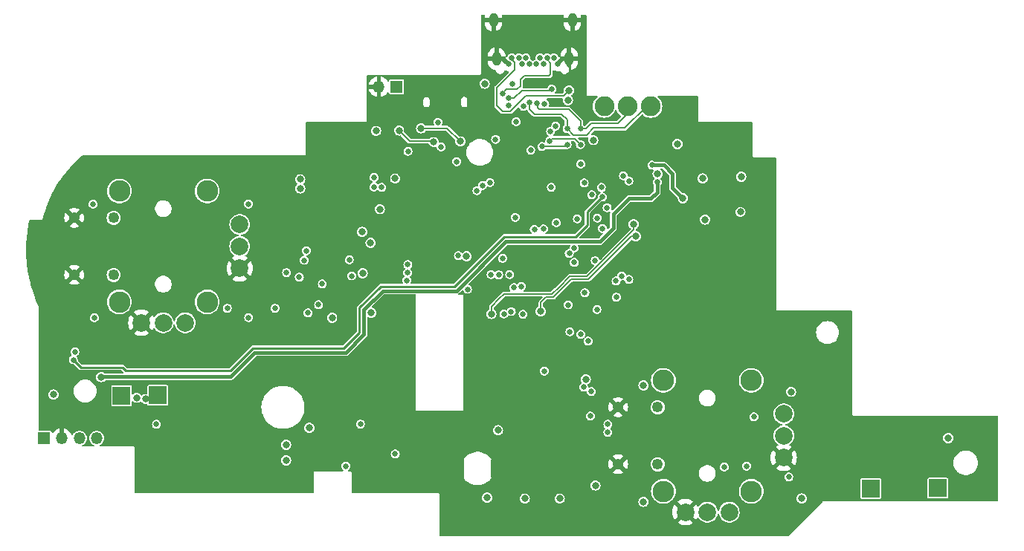
<source format=gbr>
G04 #@! TF.GenerationSoftware,KiCad,Pcbnew,8.0.2*
G04 #@! TF.CreationDate,2024-10-26T14:53:53-07:00*
G04 #@! TF.ProjectId,progcc_3.2_main,70726f67-6363-45f3-932e-325f6d61696e,1*
G04 #@! TF.SameCoordinates,Original*
G04 #@! TF.FileFunction,Copper,L3,Inr*
G04 #@! TF.FilePolarity,Positive*
%FSLAX46Y46*%
G04 Gerber Fmt 4.6, Leading zero omitted, Abs format (unit mm)*
G04 Created by KiCad (PCBNEW 8.0.2) date 2024-10-26 14:53:53*
%MOMM*%
%LPD*%
G01*
G04 APERTURE LIST*
G04 #@! TA.AperFunction,ComponentPad*
%ADD10R,2.000000X2.000000*%
G04 #@! TD*
G04 #@! TA.AperFunction,ComponentPad*
%ADD11R,1.350000X1.350000*%
G04 #@! TD*
G04 #@! TA.AperFunction,ComponentPad*
%ADD12O,1.350000X1.350000*%
G04 #@! TD*
G04 #@! TA.AperFunction,ComponentPad*
%ADD13C,2.450000*%
G04 #@! TD*
G04 #@! TA.AperFunction,ComponentPad*
%ADD14C,1.250000*%
G04 #@! TD*
G04 #@! TA.AperFunction,ComponentPad*
%ADD15C,2.000000*%
G04 #@! TD*
G04 #@! TA.AperFunction,ComponentPad*
%ADD16C,0.650000*%
G04 #@! TD*
G04 #@! TA.AperFunction,ComponentPad*
%ADD17O,1.000000X1.600000*%
G04 #@! TD*
G04 #@! TA.AperFunction,ViaPad*
%ADD18C,0.800000*%
G04 #@! TD*
G04 #@! TA.AperFunction,ViaPad*
%ADD19C,0.650000*%
G04 #@! TD*
G04 #@! TA.AperFunction,ViaPad*
%ADD20C,2.250000*%
G04 #@! TD*
G04 #@! TA.AperFunction,Conductor*
%ADD21C,0.200000*%
G04 #@! TD*
G04 #@! TA.AperFunction,Conductor*
%ADD22C,0.150000*%
G04 #@! TD*
G04 #@! TA.AperFunction,Conductor*
%ADD23C,0.400000*%
G04 #@! TD*
G04 #@! TA.AperFunction,Conductor*
%ADD24C,0.250000*%
G04 #@! TD*
G04 APERTURE END LIST*
D10*
X176936400Y-146021300D03*
X91623896Y-135440000D03*
D11*
X82810000Y-140310000D03*
D12*
X84810000Y-140310000D03*
X86810000Y-140310000D03*
X88810000Y-140310000D03*
D13*
X153320200Y-133697000D03*
X153320200Y-146347000D03*
X163320200Y-133697000D03*
X163320200Y-146347000D03*
D14*
X152670200Y-136772000D03*
X152670200Y-143272000D03*
X148170200Y-136772000D03*
X148170200Y-143272000D03*
D15*
X155820200Y-148722000D03*
X158320200Y-148722000D03*
X160820200Y-148722000D03*
X167020200Y-142522000D03*
X167020200Y-140022000D03*
X167020200Y-137522000D03*
D11*
X122920000Y-100228400D03*
D12*
X120920000Y-100228400D03*
D16*
X135660000Y-97625000D03*
X136060000Y-96925000D03*
X136860000Y-96925000D03*
X137260000Y-97625000D03*
X137660000Y-96925000D03*
X138060000Y-97625000D03*
X138860000Y-97625000D03*
X139260000Y-96925000D03*
X139660000Y-97625000D03*
X140060000Y-96925000D03*
X140860000Y-96925000D03*
X141260000Y-97625000D03*
D17*
X142950000Y-92635000D03*
X142590000Y-97025000D03*
X134330000Y-97025000D03*
X133970000Y-92635000D03*
D13*
X91377000Y-112107600D03*
X91377000Y-124757600D03*
X101377000Y-112107600D03*
X101377000Y-124757600D03*
D14*
X90727000Y-115182600D03*
X90727000Y-121682600D03*
X86227000Y-115182600D03*
X86227000Y-121682600D03*
D15*
X93877000Y-127132600D03*
X96377000Y-127132600D03*
X98877000Y-127132600D03*
X105077000Y-120932600D03*
X105077000Y-118432600D03*
X105077000Y-115932600D03*
D10*
X95740000Y-135410000D03*
X184556400Y-145995900D03*
D18*
X133240000Y-147070000D03*
X145570000Y-145690000D03*
X120040000Y-126000000D03*
D19*
X142494000Y-125095000D03*
D18*
X113004600Y-139115800D03*
D19*
X136296400Y-123139200D03*
D18*
X167843200Y-135001000D03*
D19*
X143150000Y-120260000D03*
X120396000Y-110566200D03*
D18*
X169062400Y-147167600D03*
D19*
X111861600Y-121920000D03*
D18*
X134493000Y-139395200D03*
X119006702Y-116774102D03*
D19*
X136448800Y-115112800D03*
D18*
X141510000Y-147190000D03*
D19*
X106095800Y-126542800D03*
X138208690Y-107452022D03*
X138620500Y-116483094D03*
D18*
X122783600Y-110693200D03*
X185750200Y-140284200D03*
D19*
X144297400Y-111201200D03*
D18*
X151053800Y-147548600D03*
D19*
X145543850Y-120056168D03*
X88519000Y-126568200D03*
X106070400Y-113588800D03*
X134213600Y-106222800D03*
X88392000Y-113614200D03*
X133553200Y-111150400D03*
D18*
X115595400Y-126568200D03*
X162080000Y-114510000D03*
X121031000Y-114173000D03*
D19*
X136555272Y-104215215D03*
X143520073Y-115278056D03*
D18*
X162175896Y-110478591D03*
D19*
X95590000Y-138710000D03*
X131013200Y-123317000D03*
D18*
X137540000Y-147190000D03*
D19*
X143891000Y-109042200D03*
D18*
X151053800Y-134289800D03*
D19*
X149555200Y-107696000D03*
X142824200Y-121038129D03*
X152603200Y-128727200D03*
X118643400Y-145415000D03*
X180746400Y-145948400D03*
X161544000Y-144830800D03*
X189738000Y-141401800D03*
X149402800Y-105435400D03*
X121920000Y-134950200D03*
D18*
X159607099Y-112015147D03*
D19*
X123774200Y-140462000D03*
D18*
X161199272Y-112009786D03*
D19*
X168833800Y-138836400D03*
X95710000Y-139780000D03*
D20*
X154533400Y-102463600D03*
D18*
X131191000Y-118135400D03*
D19*
X134277100Y-107339094D03*
X152984200Y-121056400D03*
X122174000Y-135940800D03*
X111836200Y-113030000D03*
X145948400Y-130708400D03*
X150266400Y-119405400D03*
X132892800Y-110591600D03*
X156042093Y-110125535D03*
X136610000Y-120250000D03*
X172847000Y-133375400D03*
X134188200Y-134543800D03*
X189484000Y-140309600D03*
X120192800Y-121437400D03*
X120421400Y-115366800D03*
X144110000Y-108170000D03*
X147193000Y-126593600D03*
X140335784Y-104124918D03*
D18*
X165227000Y-112242600D03*
D19*
X157430000Y-105660000D03*
X137070000Y-116550000D03*
X174320200Y-137033000D03*
X152340000Y-113900000D03*
X174345600Y-142341600D03*
X141599874Y-124390657D03*
X147040600Y-123240800D03*
X135128000Y-134721600D03*
X117246400Y-124079000D03*
X177596800Y-142341600D03*
X153060400Y-127152400D03*
D18*
X131394200Y-104241600D03*
D19*
X123774200Y-141427200D03*
X152527000Y-114960400D03*
X174142400Y-132461000D03*
X122885200Y-134950200D03*
X144297400Y-110109000D03*
X111785400Y-145237200D03*
X150723600Y-118389400D03*
X138214403Y-106526609D03*
X147929600Y-103606600D03*
X188798200Y-139192000D03*
X138785600Y-114096800D03*
X174040800Y-141427200D03*
X124231400Y-107599500D03*
X128016000Y-107091500D03*
D18*
X142570200Y-100660200D03*
D19*
X139661900Y-116432294D03*
X140552529Y-111680482D03*
X135661400Y-102387400D03*
X136093200Y-99923600D03*
D18*
X125722725Y-104956086D03*
X130199837Y-106444519D03*
X127177237Y-106529446D03*
X123215400Y-105206800D03*
D19*
X140589000Y-100482400D03*
X135686800Y-101523800D03*
X138105188Y-102039497D03*
X142350000Y-104987500D03*
D20*
X151883400Y-102463600D03*
D19*
X139802765Y-102180015D03*
X145144807Y-112533218D03*
D18*
X157782026Y-110690426D03*
X152657200Y-110163000D03*
X154910000Y-106750000D03*
X158055736Y-115366800D03*
X89310000Y-133330000D03*
D19*
X152618203Y-111081857D03*
X138957046Y-102068159D03*
D20*
X149233400Y-102463600D03*
D19*
X143870000Y-104987500D03*
X135026400Y-100965000D03*
D18*
X120599200Y-105257600D03*
X132969000Y-99872800D03*
D19*
X112852200Y-126009400D03*
X109093000Y-125476000D03*
X146989800Y-139623800D03*
X160248600Y-143586200D03*
X146989800Y-138709400D03*
X163626800Y-137845800D03*
X167589200Y-144703800D03*
X162788600Y-143484600D03*
X135000000Y-119800000D03*
X133705600Y-121640600D03*
X124219200Y-120510800D03*
X114054979Y-125077210D03*
X149387551Y-122193703D03*
X103657400Y-125476000D03*
X118821200Y-138684000D03*
X129794000Y-108762800D03*
X127641468Y-104273468D03*
X132723174Y-111472425D03*
X146253200Y-111709200D03*
X145808515Y-115208631D03*
X86309200Y-130450000D03*
X124080000Y-122310000D03*
X135813800Y-121640600D03*
D18*
X119075200Y-121488200D03*
D19*
X143150000Y-118610000D03*
X147955000Y-124206000D03*
X147929600Y-122377200D03*
X117830600Y-121793000D03*
X142671800Y-128168400D03*
X144754600Y-129235200D03*
X148590000Y-121793000D03*
X145745200Y-125628400D03*
X114477800Y-122707400D03*
X142600000Y-119220000D03*
X124204300Y-121435700D03*
X134569200Y-121666000D03*
X110413800Y-121412000D03*
X143891000Y-128447800D03*
X146380000Y-116380000D03*
X144373600Y-123698000D03*
X146912549Y-114022382D03*
D18*
X142440709Y-101770594D03*
D20*
X146583400Y-102463600D03*
D18*
X145326152Y-106303738D03*
D19*
X137367240Y-102463027D03*
X132089527Y-112088469D03*
X144221200Y-134467600D03*
X117551200Y-119964200D03*
D18*
X130911600Y-119557800D03*
D19*
X139750800Y-132638800D03*
D18*
X119983925Y-118022388D03*
D19*
X137337800Y-126161800D03*
X137160000Y-122986800D03*
X112649000Y-118922800D03*
X129971800Y-119481600D03*
D18*
X150164800Y-117271800D03*
D19*
X148767800Y-110369400D03*
D18*
X139344400Y-125831600D03*
D19*
X149377400Y-110972600D03*
D18*
X149936200Y-115900200D03*
X133731000Y-126136400D03*
D19*
X112420400Y-120015000D03*
D18*
X144475200Y-133578600D03*
D19*
X140470827Y-105311470D03*
D18*
X111963200Y-110777800D03*
D19*
X141058451Y-104693756D03*
D18*
X111963200Y-111827800D03*
D19*
X135991600Y-125857000D03*
X121234200Y-111709200D03*
X120370600Y-111658400D03*
X135153400Y-126136400D03*
X142350000Y-106813850D03*
X139497933Y-107031003D03*
X143870000Y-106812500D03*
X140380000Y-106390000D03*
X86130000Y-131360000D03*
D18*
X83870800Y-135331200D03*
D19*
X146366405Y-112789152D03*
D18*
X155528941Y-112932354D03*
D19*
X152027395Y-109166476D03*
X141122400Y-115722400D03*
X122783600Y-142087600D03*
X145008600Y-137769600D03*
X145110200Y-134975600D03*
D18*
X110363000Y-141046200D03*
X94380000Y-135840000D03*
D19*
X117144800Y-143484600D03*
D18*
X93360000Y-135680000D03*
X110363000Y-142824200D03*
D21*
X142570200Y-100660200D02*
X141960600Y-101269800D01*
X136398000Y-97459800D02*
X136060000Y-97121800D01*
X135026400Y-103047800D02*
X134340600Y-102362000D01*
X136060000Y-97121800D02*
X136060000Y-96925000D01*
X134340600Y-102362000D02*
X134340600Y-100355400D01*
X137668000Y-101269800D02*
X135890000Y-103047800D01*
X135890000Y-103047800D02*
X135026400Y-103047800D01*
X141960600Y-101269800D02*
X137668000Y-101269800D01*
X134340600Y-100355400D02*
X136398000Y-98298000D01*
X136398000Y-98298000D02*
X136398000Y-97459800D01*
X125726011Y-104952800D02*
X125722725Y-104956086D01*
X128708118Y-104952800D02*
X125726011Y-104952800D01*
X130199837Y-106444519D02*
X128708118Y-104952800D01*
D22*
X140589000Y-100482400D02*
X140436600Y-100634800D01*
X136296400Y-101523800D02*
X135686800Y-101523800D01*
D21*
X123215400Y-105206800D02*
X124434600Y-106426000D01*
X124434600Y-106426000D02*
X127073791Y-106426000D01*
D22*
X140436600Y-100634800D02*
X137185400Y-100634800D01*
D21*
X127073791Y-106426000D02*
X127177237Y-106529446D01*
D22*
X137185400Y-100634800D02*
X136296400Y-101523800D01*
D21*
X148945600Y-104927400D02*
X145364200Y-104927400D01*
X151434800Y-102438200D02*
X148945600Y-104927400D01*
X145364200Y-104927400D02*
X144551400Y-105740200D01*
X138656839Y-103336839D02*
X141696839Y-103336839D01*
X138105188Y-102039497D02*
X138105188Y-102785188D01*
X144551400Y-105740200D02*
X143102700Y-105740200D01*
X141696839Y-103336839D02*
X142350000Y-103990000D01*
X142350000Y-103990000D02*
X142350000Y-104987500D01*
X138105188Y-102785188D02*
X138656839Y-103336839D01*
X143102700Y-105740200D02*
X142350000Y-104987500D01*
D23*
X106781600Y-130530600D02*
X117144800Y-130530600D01*
X117144800Y-130530600D02*
X119227600Y-128447800D01*
X89310000Y-133330000D02*
X89370000Y-133270000D01*
X147624800Y-116357400D02*
X147624800Y-114731800D01*
X147624800Y-114731800D02*
X149377400Y-112979200D01*
X151892000Y-112979200D02*
X152618203Y-112252997D01*
X119227600Y-125628400D02*
X121361200Y-123494800D01*
X149377400Y-112979200D02*
X151892000Y-112979200D01*
X121361200Y-123494800D02*
X129743200Y-123494800D01*
X152618203Y-112252997D02*
X152618203Y-111081857D01*
X119227600Y-128447800D02*
X119227600Y-125628400D01*
X135382000Y-117856000D02*
X146126200Y-117856000D01*
X129743200Y-123494800D02*
X135382000Y-117856000D01*
X146126200Y-117856000D02*
X147624800Y-116357400D01*
X89370000Y-133270000D02*
X104042200Y-133270000D01*
X104042200Y-133270000D02*
X106781600Y-130530600D01*
D21*
X143870000Y-104987500D02*
X144542100Y-104987500D01*
X138990000Y-102101113D02*
X138990000Y-102610000D01*
X139190000Y-102810000D02*
X142530000Y-102810000D01*
X148132800Y-104394000D02*
X149033400Y-103493400D01*
X142530000Y-102810000D02*
X143870000Y-104150000D01*
X138957046Y-102068159D02*
X138990000Y-102101113D01*
X143870000Y-104150000D02*
X143870000Y-104987500D01*
X149033400Y-103493400D02*
X149033400Y-102463600D01*
X144542100Y-104987500D02*
X145135600Y-104394000D01*
X145135600Y-104394000D02*
X148132800Y-104394000D01*
X138990000Y-102610000D02*
X139190000Y-102810000D01*
D22*
X140309600Y-98983800D02*
X137464800Y-98983800D01*
X140060000Y-96925000D02*
X140060000Y-97108600D01*
X140462000Y-97510600D02*
X140462000Y-98831400D01*
X140060000Y-97108600D02*
X140462000Y-97510600D01*
X137058400Y-99390200D02*
X137058400Y-100126800D01*
X136652000Y-100533200D02*
X135458200Y-100533200D01*
X135458200Y-100533200D02*
X135026400Y-100965000D01*
X140462000Y-98831400D02*
X140309600Y-98983800D01*
X137464800Y-98983800D02*
X137058400Y-99390200D01*
X137058400Y-100126800D02*
X136652000Y-100533200D01*
X144785600Y-122193800D02*
X149707600Y-117271800D01*
X142804400Y-122193800D02*
X144785600Y-122193800D01*
X139344400Y-125831600D02*
X139344400Y-124815600D01*
X139344400Y-124815600D02*
X139959600Y-124200400D01*
X139959600Y-124200400D02*
X140797800Y-124200400D01*
X140797800Y-124200400D02*
X142804400Y-122193800D01*
X149707600Y-117271800D02*
X150164800Y-117271800D01*
X134620000Y-124409200D02*
X135178800Y-123850400D01*
X140639800Y-123850400D02*
X141427200Y-123063000D01*
X149936200Y-116535200D02*
X149936200Y-115900200D01*
X135178800Y-123850400D02*
X137210800Y-123850400D01*
X144246600Y-121843800D02*
X144627600Y-121843800D01*
X133731000Y-126136400D02*
X133731000Y-125298200D01*
X141427200Y-123063000D02*
X142646400Y-121843800D01*
X146481800Y-119989600D02*
X149936200Y-116535200D01*
X142646400Y-121843800D02*
X144246600Y-121843800D01*
X144627600Y-121843800D02*
X146481800Y-119989600D01*
X137210800Y-123850400D02*
X140639800Y-123850400D01*
X133731000Y-125298200D02*
X134620000Y-124409200D01*
D21*
X142113850Y-107050000D02*
X142350000Y-106813850D01*
X139516930Y-107050000D02*
X142113850Y-107050000D01*
X139497933Y-107031003D02*
X139516930Y-107050000D01*
X140623400Y-106146600D02*
X143204100Y-106146600D01*
X140380000Y-106390000D02*
X140623400Y-106146600D01*
X143204100Y-106146600D02*
X143870000Y-106812500D01*
D24*
X87002400Y-132232400D02*
X91744800Y-132232400D01*
X104026400Y-132600000D02*
X106578400Y-130048000D01*
X118719600Y-128270000D02*
X118719600Y-125425200D01*
X143312000Y-117348000D02*
X144650000Y-116010000D01*
X144650000Y-114472779D02*
X146333627Y-112789152D01*
X106578400Y-130048000D02*
X116941600Y-130048000D01*
X91744800Y-132232400D02*
X92112400Y-132600000D01*
X92112400Y-132600000D02*
X104026400Y-132600000D01*
X116941600Y-130048000D02*
X118719600Y-128270000D01*
X129540000Y-122986800D02*
X135178800Y-117348000D01*
X118719600Y-125425200D02*
X121158000Y-122986800D01*
X135178800Y-117348000D02*
X143312000Y-117348000D01*
X144650000Y-116010000D02*
X144650000Y-114472779D01*
X146333627Y-112789152D02*
X146366405Y-112789152D01*
X121158000Y-122986800D02*
X129540000Y-122986800D01*
X86130000Y-131360000D02*
X87002400Y-132232400D01*
D23*
X153360000Y-109150000D02*
X154340000Y-110130000D01*
X152043871Y-109150000D02*
X153360000Y-109150000D01*
X154340000Y-110130000D02*
X154340000Y-111743413D01*
X152027395Y-109166476D02*
X152043871Y-109150000D01*
X154340000Y-111743413D02*
X155528941Y-112932354D01*
G04 #@! TA.AperFunction,Conductor*
G36*
X132962850Y-92035680D02*
G01*
X132993290Y-92088403D01*
X132992932Y-92121221D01*
X132970000Y-92236504D01*
X132970000Y-92384999D01*
X132970001Y-92385000D01*
X133720000Y-92385000D01*
X133720000Y-92885001D01*
X133719999Y-92885000D01*
X132970001Y-92885000D01*
X132970000Y-92885001D01*
X132970000Y-93033495D01*
X133008429Y-93226688D01*
X133008430Y-93226694D01*
X133083809Y-93408674D01*
X133083811Y-93408677D01*
X133193247Y-93572460D01*
X133332539Y-93711752D01*
X133496322Y-93821188D01*
X133496325Y-93821190D01*
X133678305Y-93896569D01*
X133678312Y-93896571D01*
X133720000Y-93904863D01*
X133720000Y-92984728D01*
X133758060Y-93076614D01*
X133828386Y-93146940D01*
X133920272Y-93185000D01*
X134019728Y-93185000D01*
X134111614Y-93146940D01*
X134181940Y-93076614D01*
X134220000Y-92984728D01*
X134220000Y-93904862D01*
X134261687Y-93896571D01*
X134261694Y-93896569D01*
X134443674Y-93821190D01*
X134443677Y-93821188D01*
X134607460Y-93711752D01*
X134746752Y-93572460D01*
X134856188Y-93408677D01*
X134856190Y-93408674D01*
X134931569Y-93226694D01*
X134931570Y-93226688D01*
X134969999Y-93033495D01*
X134970000Y-93033487D01*
X134970000Y-92885001D01*
X134969999Y-92885000D01*
X134220001Y-92885000D01*
X134220000Y-92885001D01*
X134220000Y-92385000D01*
X134969999Y-92385000D01*
X134970000Y-92384999D01*
X134970000Y-92236512D01*
X134969999Y-92236504D01*
X134947068Y-92121221D01*
X134956329Y-92061050D01*
X135002101Y-92020909D01*
X135034358Y-92014858D01*
X141885642Y-92014858D01*
X141942850Y-92035680D01*
X141973290Y-92088403D01*
X141972932Y-92121221D01*
X141950000Y-92236504D01*
X141950000Y-92384999D01*
X141950001Y-92385000D01*
X142700000Y-92385000D01*
X142700000Y-92885001D01*
X142699999Y-92885000D01*
X141950001Y-92885000D01*
X141950000Y-92885001D01*
X141950000Y-93033495D01*
X141988429Y-93226688D01*
X141988430Y-93226694D01*
X142063809Y-93408674D01*
X142063811Y-93408677D01*
X142173247Y-93572460D01*
X142312539Y-93711752D01*
X142476322Y-93821188D01*
X142476325Y-93821190D01*
X142658305Y-93896569D01*
X142658312Y-93896571D01*
X142700000Y-93904863D01*
X142700000Y-92984728D01*
X142738060Y-93076614D01*
X142808386Y-93146940D01*
X142900272Y-93185000D01*
X142999728Y-93185000D01*
X143091614Y-93146940D01*
X143161940Y-93076614D01*
X143200000Y-92984728D01*
X143200000Y-93904862D01*
X143241687Y-93896571D01*
X143241694Y-93896569D01*
X143423674Y-93821190D01*
X143423677Y-93821188D01*
X143587460Y-93711752D01*
X143726752Y-93572460D01*
X143836188Y-93408677D01*
X143836190Y-93408674D01*
X143911569Y-93226694D01*
X143911570Y-93226688D01*
X143949999Y-93033495D01*
X143950000Y-93033487D01*
X143950000Y-92885001D01*
X143949999Y-92885000D01*
X143200001Y-92885000D01*
X143200000Y-92885001D01*
X143200000Y-92385000D01*
X143949999Y-92385000D01*
X143950000Y-92384999D01*
X143950000Y-92236512D01*
X143949999Y-92236504D01*
X143927068Y-92121221D01*
X143936329Y-92061050D01*
X143982101Y-92020909D01*
X144014358Y-92014858D01*
X144466725Y-92014858D01*
X144523933Y-92035680D01*
X144554373Y-92088403D01*
X144555725Y-92103858D01*
X144555725Y-101084422D01*
X144555725Y-101144294D01*
X144578638Y-101199609D01*
X144620974Y-101241945D01*
X144676289Y-101264858D01*
X145737039Y-101264858D01*
X145794247Y-101285680D01*
X145824687Y-101338403D01*
X145814115Y-101398358D01*
X145788087Y-101426762D01*
X145741040Y-101459704D01*
X145579507Y-101621237D01*
X145448483Y-101808360D01*
X145448481Y-101808362D01*
X145351946Y-102015382D01*
X145351943Y-102015391D01*
X145292821Y-102236035D01*
X145292820Y-102236040D01*
X145272913Y-102463596D01*
X145272913Y-102463603D01*
X145292820Y-102691159D01*
X145292821Y-102691164D01*
X145351943Y-102911808D01*
X145351946Y-102911817D01*
X145448481Y-103118838D01*
X145448483Y-103118840D01*
X145448485Y-103118844D01*
X145579509Y-103305965D01*
X145741035Y-103467491D01*
X145928156Y-103598515D01*
X145928159Y-103598516D01*
X145928161Y-103598518D01*
X146135182Y-103695053D01*
X146135184Y-103695053D01*
X146135187Y-103695055D01*
X146135191Y-103695056D01*
X146355835Y-103754178D01*
X146355840Y-103754179D01*
X146583396Y-103774087D01*
X146583400Y-103774087D01*
X146583404Y-103774087D01*
X146810959Y-103754179D01*
X146810964Y-103754178D01*
X146824063Y-103750668D01*
X147031613Y-103695055D01*
X147238644Y-103598515D01*
X147425765Y-103467491D01*
X147587291Y-103305965D01*
X147718315Y-103118844D01*
X147814855Y-102911813D01*
X147822432Y-102883533D01*
X147857351Y-102833664D01*
X147916156Y-102817907D01*
X147971332Y-102843635D01*
X147994367Y-102883532D01*
X148001944Y-102911808D01*
X148001946Y-102911816D01*
X148001946Y-102911817D01*
X148098481Y-103118838D01*
X148098483Y-103118840D01*
X148098485Y-103118844D01*
X148229509Y-103305965D01*
X148391035Y-103467491D01*
X148463887Y-103518502D01*
X148498806Y-103568372D01*
X148493500Y-103629020D01*
X148475772Y-103654339D01*
X148042682Y-104087432D01*
X147987506Y-104113161D01*
X147979749Y-104113500D01*
X145098672Y-104113500D01*
X145068521Y-104121579D01*
X145027332Y-104132615D01*
X145027328Y-104132617D01*
X144976037Y-104162230D01*
X144963371Y-104169542D01*
X144963368Y-104169544D01*
X144451982Y-104680932D01*
X144396806Y-104706661D01*
X144389049Y-104707000D01*
X144336462Y-104707000D01*
X144279254Y-104686178D01*
X144269200Y-104676282D01*
X144204437Y-104601541D01*
X144204438Y-104601541D01*
X144191380Y-104593149D01*
X144154513Y-104544702D01*
X144150500Y-104518279D01*
X144150500Y-104113071D01*
X144149427Y-104109070D01*
X144148066Y-104103990D01*
X144131384Y-104041731D01*
X144094455Y-103977768D01*
X142759531Y-102642845D01*
X142759529Y-102642842D01*
X142759529Y-102642843D01*
X142754457Y-102637771D01*
X142754456Y-102637769D01*
X142702231Y-102585544D01*
X142702228Y-102585542D01*
X142702227Y-102585541D01*
X142638269Y-102548616D01*
X142605913Y-102539946D01*
X142566929Y-102529500D01*
X142481505Y-102529500D01*
X142439730Y-102514295D01*
X142419176Y-102527390D01*
X142399913Y-102529500D01*
X140337366Y-102529500D01*
X140280158Y-102508678D01*
X140249718Y-102455955D01*
X140256409Y-102403528D01*
X140278067Y-102356103D01*
X140292776Y-102323895D01*
X140313463Y-102180015D01*
X140303294Y-102109292D01*
X140292776Y-102036135D01*
X140232392Y-101903912D01*
X140232390Y-101903909D01*
X140137201Y-101794055D01*
X140082651Y-101758998D01*
X140014917Y-101715468D01*
X140014916Y-101715467D01*
X140012900Y-101714172D01*
X139976031Y-101665726D01*
X139978927Y-101604915D01*
X140020235Y-101560194D01*
X140061017Y-101550300D01*
X141782718Y-101550300D01*
X141839926Y-101571122D01*
X141870366Y-101623845D01*
X141870956Y-101650910D01*
X141855200Y-101770594D01*
X141875151Y-101922135D01*
X141875151Y-101922137D01*
X141875152Y-101922138D01*
X141933640Y-102063343D01*
X141933641Y-102063345D01*
X141933643Y-102063349D01*
X141933645Y-102063351D01*
X142023164Y-102180014D01*
X142026692Y-102184611D01*
X142147954Y-102277660D01*
X142289168Y-102336152D01*
X142411531Y-102352261D01*
X142439315Y-102366725D01*
X142451065Y-102356867D01*
X142469883Y-102352262D01*
X142592250Y-102336152D01*
X142733464Y-102277660D01*
X142854726Y-102184611D01*
X142947775Y-102063349D01*
X143006267Y-101922135D01*
X143026218Y-101770594D01*
X143006267Y-101619053D01*
X142947775Y-101477840D01*
X142854726Y-101356577D01*
X142854721Y-101356573D01*
X142854720Y-101356572D01*
X142819684Y-101329688D01*
X142786974Y-101278343D01*
X142794920Y-101217984D01*
X142839805Y-101176855D01*
X142839805Y-101176854D01*
X142862955Y-101167266D01*
X142984217Y-101074217D01*
X143077266Y-100952955D01*
X143135758Y-100811741D01*
X143155709Y-100660200D01*
X143135758Y-100508659D01*
X143077266Y-100367446D01*
X142991936Y-100256242D01*
X142984221Y-100246188D01*
X142984220Y-100246187D01*
X142984217Y-100246183D01*
X142984212Y-100246179D01*
X142984211Y-100246178D01*
X142892414Y-100175739D01*
X142862955Y-100153134D01*
X142862951Y-100153132D01*
X142862949Y-100153131D01*
X142721744Y-100094643D01*
X142721743Y-100094642D01*
X142721741Y-100094642D01*
X142570200Y-100074691D01*
X142418659Y-100094642D01*
X142418657Y-100094642D01*
X142418655Y-100094643D01*
X142277451Y-100153131D01*
X142277443Y-100153136D01*
X142156188Y-100246178D01*
X142156178Y-100246188D01*
X142063136Y-100367443D01*
X142063131Y-100367451D01*
X142004643Y-100508655D01*
X142004642Y-100508657D01*
X142004642Y-100508659D01*
X141989157Y-100626279D01*
X141984691Y-100660200D01*
X142000929Y-100783539D01*
X141987752Y-100842976D01*
X141975623Y-100858088D01*
X141922591Y-100911122D01*
X141886767Y-100946947D01*
X141870482Y-100963232D01*
X141815307Y-100988961D01*
X141807549Y-100989300D01*
X141013523Y-100989300D01*
X140956315Y-100968478D01*
X140925875Y-100915755D01*
X140936447Y-100855800D01*
X140946255Y-100842024D01*
X141018626Y-100758504D01*
X141079011Y-100626280D01*
X141099698Y-100482400D01*
X141098738Y-100475726D01*
X141079011Y-100338520D01*
X141018627Y-100206297D01*
X141018625Y-100206294D01*
X140923436Y-100096440D01*
X140891596Y-100075978D01*
X140801152Y-100017853D01*
X140661680Y-99976900D01*
X140516320Y-99976900D01*
X140376848Y-100017853D01*
X140366748Y-100024344D01*
X140254563Y-100096440D01*
X140159374Y-100206294D01*
X140159372Y-100206298D01*
X140104125Y-100327272D01*
X140061419Y-100370661D01*
X140023168Y-100379300D01*
X137363561Y-100379300D01*
X137306353Y-100358478D01*
X137275913Y-100305755D01*
X137281335Y-100256242D01*
X137302507Y-100205127D01*
X137313900Y-100177623D01*
X137313900Y-100075978D01*
X137313900Y-99532897D01*
X137334722Y-99475689D01*
X137339967Y-99469964D01*
X137544564Y-99265367D01*
X137599740Y-99239639D01*
X137607497Y-99239300D01*
X140360423Y-99239300D01*
X140387925Y-99227908D01*
X140387926Y-99227908D01*
X140434879Y-99208459D01*
X140454329Y-99200403D01*
X140526203Y-99128529D01*
X140526203Y-99128527D01*
X140606727Y-99048003D01*
X140606729Y-99048003D01*
X140678603Y-98976129D01*
X140717500Y-98882222D01*
X140717500Y-98423585D01*
X140738322Y-98366377D01*
X140791045Y-98335937D01*
X140842700Y-98342280D01*
X141003649Y-98413940D01*
X141003654Y-98413942D01*
X141173284Y-98449999D01*
X141173293Y-98450000D01*
X141346707Y-98450000D01*
X141346715Y-98449999D01*
X141494301Y-98418627D01*
X141554588Y-98427099D01*
X141588483Y-98464408D01*
X141590691Y-98463134D01*
X141659496Y-98582309D01*
X141659498Y-98582311D01*
X141659500Y-98582314D01*
X141752686Y-98675500D01*
X141752688Y-98675501D01*
X141752690Y-98675503D01*
X141834910Y-98722972D01*
X141866814Y-98741392D01*
X141994108Y-98775500D01*
X141994110Y-98775500D01*
X142125890Y-98775500D01*
X142125892Y-98775500D01*
X142253186Y-98741392D01*
X142367314Y-98675500D01*
X142460500Y-98582314D01*
X142526392Y-98468186D01*
X142560500Y-98340892D01*
X142560500Y-98209108D01*
X142526392Y-98081814D01*
X142507972Y-98049910D01*
X142460503Y-97967690D01*
X142460501Y-97967688D01*
X142460500Y-97967686D01*
X142367314Y-97874500D01*
X142367311Y-97874498D01*
X142366067Y-97873254D01*
X142340339Y-97818078D01*
X142340000Y-97810321D01*
X142340000Y-97374728D01*
X142378060Y-97466614D01*
X142448386Y-97536940D01*
X142540272Y-97575000D01*
X142639728Y-97575000D01*
X142731614Y-97536940D01*
X142801940Y-97466614D01*
X142840000Y-97374728D01*
X142840000Y-98294862D01*
X142881687Y-98286571D01*
X142881694Y-98286569D01*
X143063674Y-98211190D01*
X143063677Y-98211188D01*
X143227460Y-98101752D01*
X143366752Y-97962460D01*
X143476188Y-97798677D01*
X143476190Y-97798674D01*
X143551569Y-97616694D01*
X143551570Y-97616688D01*
X143589999Y-97423495D01*
X143590000Y-97423487D01*
X143590000Y-97275001D01*
X143589999Y-97275000D01*
X142840001Y-97275000D01*
X142840000Y-97275001D01*
X142840000Y-96774999D01*
X142840001Y-96775000D01*
X143589999Y-96775000D01*
X143590000Y-96774999D01*
X143590000Y-96626512D01*
X143589999Y-96626504D01*
X143551570Y-96433311D01*
X143551569Y-96433305D01*
X143476190Y-96251325D01*
X143476188Y-96251322D01*
X143366752Y-96087539D01*
X143227460Y-95948247D01*
X143063677Y-95838811D01*
X143063674Y-95838809D01*
X142881689Y-95763429D01*
X142840000Y-95755136D01*
X142840000Y-96675272D01*
X142801940Y-96583386D01*
X142731614Y-96513060D01*
X142639728Y-96475000D01*
X142540272Y-96475000D01*
X142448386Y-96513060D01*
X142378060Y-96583386D01*
X142340000Y-96675272D01*
X142340000Y-95755136D01*
X142298310Y-95763429D01*
X142116325Y-95838809D01*
X142116322Y-95838811D01*
X141952539Y-95948247D01*
X141813247Y-96087539D01*
X141703811Y-96251322D01*
X141703809Y-96251325D01*
X141628430Y-96433305D01*
X141628429Y-96433311D01*
X141590000Y-96626504D01*
X141590000Y-96741807D01*
X141569178Y-96799015D01*
X141516455Y-96829455D01*
X141482495Y-96828862D01*
X141403750Y-96812123D01*
X141352121Y-96779861D01*
X141341298Y-96762040D01*
X141289627Y-96648898D01*
X141289625Y-96648894D01*
X141194436Y-96539040D01*
X141154010Y-96513060D01*
X141072152Y-96460453D01*
X140932680Y-96419500D01*
X140787320Y-96419500D01*
X140647848Y-96460453D01*
X140600757Y-96490716D01*
X140525560Y-96539042D01*
X140520755Y-96543207D01*
X140519291Y-96541518D01*
X140474052Y-96566682D01*
X140414274Y-96555153D01*
X140399578Y-96542822D01*
X140399245Y-96543207D01*
X140394439Y-96539042D01*
X140354010Y-96513060D01*
X140272152Y-96460453D01*
X140132680Y-96419500D01*
X139987320Y-96419500D01*
X139847848Y-96460453D01*
X139800757Y-96490716D01*
X139725560Y-96539042D01*
X139720755Y-96543207D01*
X139719291Y-96541518D01*
X139674052Y-96566682D01*
X139614274Y-96555153D01*
X139599578Y-96542822D01*
X139599245Y-96543207D01*
X139594439Y-96539042D01*
X139554010Y-96513060D01*
X139472152Y-96460453D01*
X139332680Y-96419500D01*
X139187320Y-96419500D01*
X139047848Y-96460453D01*
X139004150Y-96488535D01*
X138925563Y-96539040D01*
X138830374Y-96648894D01*
X138830372Y-96648897D01*
X138769988Y-96781120D01*
X138749302Y-96924999D01*
X138749302Y-96925000D01*
X138766699Y-97045998D01*
X138754231Y-97105587D01*
X138706376Y-97143220D01*
X138703681Y-97144058D01*
X138647849Y-97160452D01*
X138525560Y-97239042D01*
X138520755Y-97243207D01*
X138519291Y-97241518D01*
X138474052Y-97266682D01*
X138414274Y-97255153D01*
X138399578Y-97242822D01*
X138399245Y-97243207D01*
X138394439Y-97239042D01*
X138272152Y-97160453D01*
X138272149Y-97160452D01*
X138216318Y-97144058D01*
X138167295Y-97107962D01*
X138152942Y-97048798D01*
X138153291Y-97046066D01*
X138170698Y-96925000D01*
X138150011Y-96781120D01*
X138089627Y-96648898D01*
X138089627Y-96648897D01*
X138089625Y-96648894D01*
X137994436Y-96539040D01*
X137954010Y-96513060D01*
X137872152Y-96460453D01*
X137732680Y-96419500D01*
X137587320Y-96419500D01*
X137447848Y-96460453D01*
X137400757Y-96490716D01*
X137325560Y-96539042D01*
X137320755Y-96543207D01*
X137319291Y-96541518D01*
X137274052Y-96566682D01*
X137214274Y-96555153D01*
X137199578Y-96542822D01*
X137199245Y-96543207D01*
X137194439Y-96539042D01*
X137154010Y-96513060D01*
X137072152Y-96460453D01*
X136932680Y-96419500D01*
X136787320Y-96419500D01*
X136647848Y-96460453D01*
X136600757Y-96490716D01*
X136525560Y-96539042D01*
X136520755Y-96543207D01*
X136519291Y-96541518D01*
X136474052Y-96566682D01*
X136414274Y-96555153D01*
X136399578Y-96542822D01*
X136399245Y-96543207D01*
X136394439Y-96539042D01*
X136354010Y-96513060D01*
X136272152Y-96460453D01*
X136132680Y-96419500D01*
X135987320Y-96419500D01*
X135847848Y-96460453D01*
X135804150Y-96488535D01*
X135725563Y-96539040D01*
X135630374Y-96648894D01*
X135630372Y-96648898D01*
X135578702Y-96762040D01*
X135535996Y-96805429D01*
X135516250Y-96812123D01*
X135437505Y-96828862D01*
X135377218Y-96820390D01*
X135336481Y-96775148D01*
X135330000Y-96741807D01*
X135330000Y-96626512D01*
X135329999Y-96626504D01*
X135291570Y-96433311D01*
X135291569Y-96433305D01*
X135216190Y-96251325D01*
X135216188Y-96251322D01*
X135106752Y-96087539D01*
X134967460Y-95948247D01*
X134803677Y-95838811D01*
X134803674Y-95838809D01*
X134621689Y-95763429D01*
X134580000Y-95755136D01*
X134580000Y-96675272D01*
X134541940Y-96583386D01*
X134471614Y-96513060D01*
X134379728Y-96475000D01*
X134280272Y-96475000D01*
X134188386Y-96513060D01*
X134118060Y-96583386D01*
X134080000Y-96675272D01*
X134080000Y-95755136D01*
X134038310Y-95763429D01*
X133856325Y-95838809D01*
X133856322Y-95838811D01*
X133692539Y-95948247D01*
X133553247Y-96087539D01*
X133443811Y-96251322D01*
X133443809Y-96251325D01*
X133368430Y-96433305D01*
X133368429Y-96433311D01*
X133330000Y-96626504D01*
X133330000Y-96774999D01*
X133330001Y-96775000D01*
X134079999Y-96775000D01*
X134080000Y-96774999D01*
X134080000Y-97275000D01*
X133330001Y-97275000D01*
X133330000Y-97275001D01*
X133330000Y-97423495D01*
X133368429Y-97616688D01*
X133368430Y-97616694D01*
X133443809Y-97798674D01*
X133443811Y-97798677D01*
X133553247Y-97962460D01*
X133692539Y-98101752D01*
X133856322Y-98211188D01*
X133856325Y-98211190D01*
X134038305Y-98286569D01*
X134038312Y-98286571D01*
X134149481Y-98308683D01*
X134201528Y-98340265D01*
X134218086Y-98372938D01*
X134243606Y-98468180D01*
X134243609Y-98468188D01*
X134309496Y-98582309D01*
X134309498Y-98582311D01*
X134309500Y-98582314D01*
X134402686Y-98675500D01*
X134402688Y-98675501D01*
X134402690Y-98675503D01*
X134484910Y-98722972D01*
X134516814Y-98741392D01*
X134644108Y-98775500D01*
X134644110Y-98775500D01*
X134775890Y-98775500D01*
X134775892Y-98775500D01*
X134903186Y-98741392D01*
X135017314Y-98675500D01*
X135110500Y-98582314D01*
X135176392Y-98468186D01*
X135186629Y-98429978D01*
X135221546Y-98380111D01*
X135280351Y-98364352D01*
X135308796Y-98371708D01*
X135403656Y-98413942D01*
X135573284Y-98449999D01*
X135573293Y-98450000D01*
X135634447Y-98450000D01*
X135691655Y-98470822D01*
X135722095Y-98523545D01*
X135711523Y-98583500D01*
X135697380Y-98601933D01*
X134168371Y-100130942D01*
X134168369Y-100130944D01*
X134168368Y-100130943D01*
X134116144Y-100183168D01*
X134116142Y-100183170D01*
X134083802Y-100239187D01*
X134083801Y-100239188D01*
X134079217Y-100247126D01*
X134079217Y-100247127D01*
X134079216Y-100247131D01*
X134069463Y-100283531D01*
X134060100Y-100318472D01*
X134060100Y-102325071D01*
X134060100Y-102398929D01*
X134069455Y-102433842D01*
X134074888Y-102454115D01*
X134074888Y-102454118D01*
X134074889Y-102454118D01*
X134074889Y-102454119D01*
X134079216Y-102470269D01*
X134093765Y-102495469D01*
X134114931Y-102532131D01*
X134116144Y-102534231D01*
X134168369Y-102586456D01*
X134168371Y-102586457D01*
X134173443Y-102591529D01*
X134173442Y-102591529D01*
X134173445Y-102591531D01*
X134493721Y-102911808D01*
X134801943Y-103220030D01*
X134801945Y-103220033D01*
X134854169Y-103272256D01*
X134918131Y-103309184D01*
X134989472Y-103328300D01*
X134989474Y-103328300D01*
X135926929Y-103328300D01*
X135998269Y-103309184D01*
X136062231Y-103272256D01*
X136114456Y-103220031D01*
X136114457Y-103220028D01*
X136739676Y-102594809D01*
X136794847Y-102569084D01*
X136853652Y-102584840D01*
X136883561Y-102620773D01*
X136937612Y-102739129D01*
X136937614Y-102739132D01*
X137031020Y-102846928D01*
X137032804Y-102848987D01*
X137155088Y-102927574D01*
X137294560Y-102968527D01*
X137294562Y-102968527D01*
X137439918Y-102968527D01*
X137439920Y-102968527D01*
X137579392Y-102927574D01*
X137701676Y-102848987D01*
X137701677Y-102848985D01*
X137707031Y-102845545D01*
X137708197Y-102847359D01*
X137756752Y-102828798D01*
X137814287Y-102848697D01*
X137840193Y-102888642D01*
X137841573Y-102888071D01*
X137843802Y-102893454D01*
X137880729Y-102957415D01*
X137880730Y-102957416D01*
X137880732Y-102957419D01*
X137932957Y-103009644D01*
X137932959Y-103009645D01*
X137938031Y-103014717D01*
X137938030Y-103014717D01*
X137938034Y-103014720D01*
X138432382Y-103509069D01*
X138432384Y-103509072D01*
X138484608Y-103561295D01*
X138548570Y-103598223D01*
X138619910Y-103617339D01*
X138619911Y-103617339D01*
X141543787Y-103617339D01*
X141600995Y-103638161D01*
X141606720Y-103643406D01*
X142043433Y-104080119D01*
X142069161Y-104135295D01*
X142069500Y-104143052D01*
X142069500Y-104518279D01*
X142048678Y-104575487D01*
X142028620Y-104593149D01*
X142015561Y-104601541D01*
X141920375Y-104711394D01*
X141920372Y-104711397D01*
X141859988Y-104843620D01*
X141839302Y-104987499D01*
X141839302Y-104987500D01*
X141859988Y-105131379D01*
X141920372Y-105263602D01*
X141920374Y-105263605D01*
X142013081Y-105370595D01*
X142015564Y-105373460D01*
X142137848Y-105452047D01*
X142277320Y-105493000D01*
X142277322Y-105493000D01*
X142421947Y-105493000D01*
X142479155Y-105513822D01*
X142484880Y-105519067D01*
X142679980Y-105714167D01*
X142705708Y-105769343D01*
X142689952Y-105828148D01*
X142640082Y-105863067D01*
X142617047Y-105866100D01*
X140845913Y-105866100D01*
X140788705Y-105845278D01*
X140758265Y-105792555D01*
X140768837Y-105732600D01*
X140797797Y-105702228D01*
X140805263Y-105697430D01*
X140900453Y-105587574D01*
X140960838Y-105455350D01*
X140981525Y-105311470D01*
X140981525Y-105311469D01*
X140981525Y-105311465D01*
X140980009Y-105300920D01*
X140992478Y-105241331D01*
X141040334Y-105203699D01*
X141068103Y-105199256D01*
X141131129Y-105199256D01*
X141131131Y-105199256D01*
X141270603Y-105158303D01*
X141392887Y-105079716D01*
X141488077Y-104969860D01*
X141548462Y-104837636D01*
X141569149Y-104693756D01*
X141568059Y-104686178D01*
X141548462Y-104549876D01*
X141488078Y-104417653D01*
X141488076Y-104417650D01*
X141392887Y-104307796D01*
X141373435Y-104295295D01*
X141270603Y-104229209D01*
X141131131Y-104188256D01*
X140985771Y-104188256D01*
X140846299Y-104229209D01*
X140802601Y-104257291D01*
X140724014Y-104307796D01*
X140628825Y-104417650D01*
X140628823Y-104417653D01*
X140568439Y-104549876D01*
X140548089Y-104691416D01*
X140547753Y-104693756D01*
X140549269Y-104704304D01*
X140536803Y-104763891D01*
X140488949Y-104801526D01*
X140461176Y-104805970D01*
X140398147Y-104805970D01*
X140258675Y-104846923D01*
X140214977Y-104875005D01*
X140136390Y-104925510D01*
X140041201Y-105035364D01*
X140041199Y-105035367D01*
X139980815Y-105167590D01*
X139960129Y-105311469D01*
X139960129Y-105311470D01*
X139980815Y-105455349D01*
X140041199Y-105587572D01*
X140041201Y-105587575D01*
X140136390Y-105697429D01*
X140136391Y-105697430D01*
X140225851Y-105754922D01*
X140262719Y-105803367D01*
X140259823Y-105864178D01*
X140218515Y-105908899D01*
X140202810Y-105915187D01*
X140186261Y-105920046D01*
X140167847Y-105925453D01*
X140045563Y-106004040D01*
X139950374Y-106113894D01*
X139950372Y-106113897D01*
X139889988Y-106246120D01*
X139869302Y-106389999D01*
X139869302Y-106390000D01*
X139885730Y-106504261D01*
X139873261Y-106563850D01*
X139825407Y-106601483D01*
X139764558Y-106599552D01*
X139749521Y-106591800D01*
X139710085Y-106566456D01*
X139570613Y-106525503D01*
X139425253Y-106525503D01*
X139285781Y-106566456D01*
X139255370Y-106586000D01*
X139163496Y-106645043D01*
X139068307Y-106754897D01*
X139068305Y-106754900D01*
X139007921Y-106887123D01*
X138987235Y-107031002D01*
X138987235Y-107031003D01*
X139007921Y-107174882D01*
X139068305Y-107307105D01*
X139068307Y-107307108D01*
X139120728Y-107367605D01*
X139163497Y-107416963D01*
X139285781Y-107495550D01*
X139425253Y-107536503D01*
X139425255Y-107536503D01*
X139570611Y-107536503D01*
X139570613Y-107536503D01*
X139710085Y-107495550D01*
X139832369Y-107416963D01*
X139880673Y-107361216D01*
X139933872Y-107331618D01*
X139947934Y-107330500D01*
X142150779Y-107330500D01*
X142212662Y-107313918D01*
X142260768Y-107314489D01*
X142277320Y-107319350D01*
X142277322Y-107319350D01*
X142422678Y-107319350D01*
X142422680Y-107319350D01*
X142562152Y-107278397D01*
X142684436Y-107199810D01*
X142779626Y-107089954D01*
X142780244Y-107088602D01*
X142806548Y-107031003D01*
X142840011Y-106957730D01*
X142860698Y-106813850D01*
X142855304Y-106776337D01*
X142840011Y-106669970D01*
X142789689Y-106559781D01*
X142786624Y-106553071D01*
X142781800Y-106492384D01*
X142817114Y-106442793D01*
X142867582Y-106427100D01*
X143051049Y-106427100D01*
X143108257Y-106447922D01*
X143113982Y-106453168D01*
X143342132Y-106681319D01*
X143367860Y-106736494D01*
X143367293Y-106756916D01*
X143359302Y-106812498D01*
X143359302Y-106812501D01*
X143379988Y-106956379D01*
X143440372Y-107088602D01*
X143440374Y-107088605D01*
X143516031Y-107175918D01*
X143535564Y-107198460D01*
X143657848Y-107277047D01*
X143797320Y-107318000D01*
X143797322Y-107318000D01*
X143942678Y-107318000D01*
X143942680Y-107318000D01*
X144082152Y-107277047D01*
X144204436Y-107198460D01*
X144299626Y-107088604D01*
X144360011Y-106956380D01*
X144380698Y-106812500D01*
X144380454Y-106810806D01*
X144360011Y-106668620D01*
X144299627Y-106536397D01*
X144299625Y-106536394D01*
X144204436Y-106426540D01*
X144082152Y-106347953D01*
X143942680Y-106307000D01*
X143798052Y-106307000D01*
X143740844Y-106286178D01*
X143735129Y-106280942D01*
X143626818Y-106172632D01*
X143601091Y-106117457D01*
X143616847Y-106058652D01*
X143666717Y-106023733D01*
X143689752Y-106020700D01*
X144588329Y-106020700D01*
X144659669Y-106001584D01*
X144659670Y-106001583D01*
X144665303Y-106000074D01*
X144665773Y-106001829D01*
X144719101Y-105999493D01*
X144767406Y-106036546D01*
X144780592Y-106095981D01*
X144774578Y-106118436D01*
X144760594Y-106152195D01*
X144753908Y-106202981D01*
X144740643Y-106303738D01*
X144760594Y-106455279D01*
X144760594Y-106455281D01*
X144760595Y-106455282D01*
X144819083Y-106596487D01*
X144819084Y-106596489D01*
X144819086Y-106596493D01*
X144863144Y-106653910D01*
X144903498Y-106706500D01*
X144912135Y-106717755D01*
X145033397Y-106810804D01*
X145174611Y-106869296D01*
X145326152Y-106889247D01*
X145477693Y-106869296D01*
X145618907Y-106810804D01*
X145698147Y-106750000D01*
X154324491Y-106750000D01*
X154344442Y-106901541D01*
X154344442Y-106901543D01*
X154344443Y-106901544D01*
X154402931Y-107042749D01*
X154402932Y-107042751D01*
X154402934Y-107042755D01*
X154495983Y-107164017D01*
X154617245Y-107257066D01*
X154758459Y-107315558D01*
X154910000Y-107335509D01*
X155061541Y-107315558D01*
X155202755Y-107257066D01*
X155324017Y-107164017D01*
X155417066Y-107042755D01*
X155475558Y-106901541D01*
X155495509Y-106750000D01*
X155475558Y-106598459D01*
X155417066Y-106457246D01*
X155335484Y-106350927D01*
X155324021Y-106335988D01*
X155324020Y-106335987D01*
X155324017Y-106335983D01*
X155324012Y-106335979D01*
X155324011Y-106335978D01*
X155259111Y-106286178D01*
X155202755Y-106242934D01*
X155202751Y-106242932D01*
X155202749Y-106242931D01*
X155061544Y-106184443D01*
X155061543Y-106184442D01*
X155061541Y-106184442D01*
X154910000Y-106164491D01*
X154758459Y-106184442D01*
X154758457Y-106184442D01*
X154758455Y-106184443D01*
X154617251Y-106242931D01*
X154617243Y-106242936D01*
X154495988Y-106335978D01*
X154495978Y-106335988D01*
X154402936Y-106457243D01*
X154402931Y-106457251D01*
X154344443Y-106598455D01*
X154344442Y-106598457D01*
X154344442Y-106598459D01*
X154324491Y-106750000D01*
X145698147Y-106750000D01*
X145740169Y-106717755D01*
X145833218Y-106596493D01*
X145891710Y-106455279D01*
X145911661Y-106303738D01*
X145891710Y-106152197D01*
X145833218Y-106010984D01*
X145740169Y-105889721D01*
X145740164Y-105889717D01*
X145740163Y-105889716D01*
X145671254Y-105836840D01*
X145618907Y-105796672D01*
X145618903Y-105796670D01*
X145618901Y-105796669D01*
X145477696Y-105738181D01*
X145477695Y-105738180D01*
X145477693Y-105738180D01*
X145326152Y-105718229D01*
X145326151Y-105718229D01*
X145263557Y-105726469D01*
X145176009Y-105737995D01*
X145116573Y-105724819D01*
X145079512Y-105676520D01*
X145082168Y-105615698D01*
X145101459Y-105586826D01*
X145454320Y-105233967D01*
X145509495Y-105208239D01*
X145517252Y-105207900D01*
X148982529Y-105207900D01*
X149053869Y-105188784D01*
X149073833Y-105177257D01*
X149073835Y-105177257D01*
X149090578Y-105167590D01*
X149117831Y-105151856D01*
X149170056Y-105099631D01*
X149170056Y-105099629D01*
X149177383Y-105092303D01*
X149177384Y-105092300D01*
X150858683Y-103411002D01*
X150913857Y-103385275D01*
X150972662Y-103401031D01*
X150984546Y-103411003D01*
X151041034Y-103467490D01*
X151041035Y-103467491D01*
X151228156Y-103598515D01*
X151228159Y-103598516D01*
X151228161Y-103598518D01*
X151435182Y-103695053D01*
X151435184Y-103695053D01*
X151435187Y-103695055D01*
X151435191Y-103695056D01*
X151655835Y-103754178D01*
X151655840Y-103754179D01*
X151883396Y-103774087D01*
X151883400Y-103774087D01*
X151883404Y-103774087D01*
X152110959Y-103754179D01*
X152110964Y-103754178D01*
X152124063Y-103750668D01*
X152331613Y-103695055D01*
X152538644Y-103598515D01*
X152725765Y-103467491D01*
X152887291Y-103305965D01*
X153018315Y-103118844D01*
X153114855Y-102911813D01*
X153173978Y-102691164D01*
X153173979Y-102691159D01*
X153193887Y-102463603D01*
X153193887Y-102463596D01*
X153173979Y-102236040D01*
X153173978Y-102236035D01*
X153114856Y-102015391D01*
X153114853Y-102015382D01*
X153018318Y-101808362D01*
X153018316Y-101808360D01*
X153018315Y-101808357D01*
X152887291Y-101621235D01*
X152725765Y-101459709D01*
X152725761Y-101459706D01*
X152725759Y-101459704D01*
X152678713Y-101426762D01*
X152643794Y-101376893D01*
X152649100Y-101316245D01*
X152692148Y-101273197D01*
X152729761Y-101264858D01*
X157166725Y-101264858D01*
X157223933Y-101285680D01*
X157254373Y-101338403D01*
X157255725Y-101353858D01*
X157255725Y-104084422D01*
X157255725Y-104144294D01*
X157278638Y-104199609D01*
X157320974Y-104241945D01*
X157376289Y-104264858D01*
X163366725Y-104264858D01*
X163423933Y-104285680D01*
X163454373Y-104338403D01*
X163455725Y-104353858D01*
X163455725Y-108144294D01*
X163478638Y-108199609D01*
X163520974Y-108241945D01*
X163576289Y-108264858D01*
X163636161Y-108264858D01*
X166066725Y-108264858D01*
X166123933Y-108285680D01*
X166154373Y-108338403D01*
X166155725Y-108353858D01*
X166155725Y-125644294D01*
X166178638Y-125699609D01*
X166220974Y-125741945D01*
X166276289Y-125764858D01*
X166336161Y-125764858D01*
X174766725Y-125764858D01*
X174823933Y-125785680D01*
X174854373Y-125838403D01*
X174855725Y-125853858D01*
X174855725Y-137584421D01*
X174855725Y-137644293D01*
X174878638Y-137699608D01*
X174920974Y-137741944D01*
X174976289Y-137764857D01*
X191316725Y-137764857D01*
X191373933Y-137785679D01*
X191404373Y-137838402D01*
X191405725Y-137853857D01*
X191405725Y-147374857D01*
X191384903Y-147432065D01*
X191332180Y-147462505D01*
X191316725Y-147463857D01*
X171594423Y-147463857D01*
X171589701Y-147463422D01*
X171555900Y-147463850D01*
X171554773Y-147463857D01*
X171526227Y-147463857D01*
X171525958Y-147463914D01*
X171524815Y-147464149D01*
X171524449Y-147464221D01*
X171498314Y-147475435D01*
X171497289Y-147475867D01*
X171470909Y-147486796D01*
X171470589Y-147487017D01*
X171469630Y-147487667D01*
X171469405Y-147487817D01*
X171449473Y-147508259D01*
X171448686Y-147509056D01*
X171424795Y-147532948D01*
X171421810Y-147536631D01*
X167618964Y-151436988D01*
X167564118Y-151463413D01*
X167555240Y-151463857D01*
X127895726Y-151463857D01*
X127838518Y-151443035D01*
X127808078Y-151390312D01*
X127806726Y-151374857D01*
X127806726Y-148722000D01*
X154315059Y-148722000D01*
X154335586Y-148969734D01*
X154335586Y-148969735D01*
X154396612Y-149210720D01*
X154496467Y-149438366D01*
X154596764Y-149591881D01*
X155337237Y-148851408D01*
X155354275Y-148914993D01*
X155420101Y-149029007D01*
X155513193Y-149122099D01*
X155627207Y-149187925D01*
X155690789Y-149204962D01*
X154950142Y-149945609D01*
X154996965Y-149982053D01*
X155215589Y-150100366D01*
X155215596Y-150100369D01*
X155450706Y-150181082D01*
X155450713Y-150181084D01*
X155695904Y-150221999D01*
X155695907Y-150222000D01*
X155944493Y-150222000D01*
X155944495Y-150221999D01*
X156189686Y-150181084D01*
X156189693Y-150181082D01*
X156424803Y-150100369D01*
X156424810Y-150100366D01*
X156643427Y-149982057D01*
X156643429Y-149982056D01*
X156690255Y-149945609D01*
X155949608Y-149204962D01*
X156013193Y-149187925D01*
X156127207Y-149122099D01*
X156220299Y-149029007D01*
X156286125Y-148914993D01*
X156303162Y-148851408D01*
X157043634Y-149591880D01*
X157143933Y-149438365D01*
X157170357Y-149378123D01*
X157212405Y-149334097D01*
X157272915Y-149327399D01*
X157322885Y-149360239D01*
X157444063Y-149520705D01*
X157605744Y-149668097D01*
X157791744Y-149783263D01*
X157791753Y-149783268D01*
X157976732Y-149854928D01*
X157995757Y-149862299D01*
X158210811Y-149902500D01*
X158210813Y-149902500D01*
X158429587Y-149902500D01*
X158429589Y-149902500D01*
X158644643Y-149862299D01*
X158780646Y-149809611D01*
X158848646Y-149783268D01*
X158848655Y-149783263D01*
X159034655Y-149668097D01*
X159034655Y-149668096D01*
X159034658Y-149668095D01*
X159196337Y-149520705D01*
X159328181Y-149346115D01*
X159425699Y-149150273D01*
X159446959Y-149075553D01*
X159484598Y-148943268D01*
X159520281Y-148893942D01*
X159579322Y-148879093D01*
X159634094Y-148905668D01*
X159655802Y-148943268D01*
X159714700Y-149150272D01*
X159714702Y-149150276D01*
X159812217Y-149346111D01*
X159812220Y-149346116D01*
X159944063Y-149520705D01*
X160105744Y-149668097D01*
X160291744Y-149783263D01*
X160291753Y-149783268D01*
X160476732Y-149854928D01*
X160495757Y-149862299D01*
X160710811Y-149902500D01*
X160710813Y-149902500D01*
X160929587Y-149902500D01*
X160929589Y-149902500D01*
X161144643Y-149862299D01*
X161280646Y-149809611D01*
X161348646Y-149783268D01*
X161348655Y-149783263D01*
X161534655Y-149668097D01*
X161534655Y-149668096D01*
X161534658Y-149668095D01*
X161696337Y-149520705D01*
X161828181Y-149346115D01*
X161925699Y-149150273D01*
X161985571Y-148939846D01*
X161991201Y-148879093D01*
X162005757Y-148722003D01*
X162005757Y-148721996D01*
X161985572Y-148504159D01*
X161985569Y-148504146D01*
X161925699Y-148293727D01*
X161925697Y-148293723D01*
X161846218Y-148134108D01*
X161828181Y-148097885D01*
X161696337Y-147923295D01*
X161618259Y-147852117D01*
X161534655Y-147775902D01*
X161348655Y-147660736D01*
X161348646Y-147660731D01*
X161144647Y-147581702D01*
X161144644Y-147581701D01*
X161144643Y-147581701D01*
X160929589Y-147541500D01*
X160710811Y-147541500D01*
X160710810Y-147541500D01*
X160551445Y-147571290D01*
X160496207Y-147581617D01*
X160495752Y-147581702D01*
X160291753Y-147660731D01*
X160291744Y-147660736D01*
X160105744Y-147775902D01*
X159944063Y-147923294D01*
X159812220Y-148097883D01*
X159812217Y-148097888D01*
X159714702Y-148293723D01*
X159714700Y-148293727D01*
X159655802Y-148500731D01*
X159620119Y-148550057D01*
X159561078Y-148564906D01*
X159506306Y-148538331D01*
X159484598Y-148500731D01*
X159425699Y-148293727D01*
X159425697Y-148293723D01*
X159346218Y-148134108D01*
X159328181Y-148097885D01*
X159196337Y-147923295D01*
X159118259Y-147852117D01*
X159034655Y-147775902D01*
X158848655Y-147660736D01*
X158848646Y-147660731D01*
X158644647Y-147581702D01*
X158644644Y-147581701D01*
X158644643Y-147581701D01*
X158429589Y-147541500D01*
X158210811Y-147541500D01*
X158210810Y-147541500D01*
X158051445Y-147571290D01*
X157996207Y-147581617D01*
X157995752Y-147581702D01*
X157791753Y-147660731D01*
X157791744Y-147660736D01*
X157605744Y-147775902D01*
X157444062Y-147923294D01*
X157322884Y-148083761D01*
X157271792Y-148116865D01*
X157211374Y-148109384D01*
X157170357Y-148065876D01*
X157143933Y-148005635D01*
X157043634Y-147852117D01*
X156303162Y-148592589D01*
X156286125Y-148529007D01*
X156220299Y-148414993D01*
X156127207Y-148321901D01*
X156013193Y-148256075D01*
X155949608Y-148239037D01*
X156690256Y-147498389D01*
X156643439Y-147461950D01*
X156643429Y-147461943D01*
X156424810Y-147343633D01*
X156424803Y-147343630D01*
X156189693Y-147262917D01*
X156189686Y-147262915D01*
X155944495Y-147222000D01*
X155695904Y-147222000D01*
X155450713Y-147262915D01*
X155450706Y-147262917D01*
X155215596Y-147343630D01*
X155215589Y-147343633D01*
X154996970Y-147461943D01*
X154996961Y-147461949D01*
X154950142Y-147498388D01*
X155690791Y-148239037D01*
X155627207Y-148256075D01*
X155513193Y-148321901D01*
X155420101Y-148414993D01*
X155354275Y-148529007D01*
X155337237Y-148592591D01*
X154596763Y-147852117D01*
X154496469Y-148005629D01*
X154496468Y-148005630D01*
X154396612Y-148233279D01*
X154335586Y-148474264D01*
X154335586Y-148474265D01*
X154315059Y-148722000D01*
X127806726Y-148722000D01*
X127806726Y-147070000D01*
X132654491Y-147070000D01*
X132674442Y-147221541D01*
X132674442Y-147221543D01*
X132674443Y-147221544D01*
X132732931Y-147362749D01*
X132732932Y-147362751D01*
X132732934Y-147362755D01*
X132749700Y-147384604D01*
X132825014Y-147482755D01*
X132825983Y-147484017D01*
X132825987Y-147484020D01*
X132825988Y-147484021D01*
X132830480Y-147487468D01*
X132947245Y-147577066D01*
X133088459Y-147635558D01*
X133240000Y-147655509D01*
X133391541Y-147635558D01*
X133532755Y-147577066D01*
X133654017Y-147484017D01*
X133747066Y-147362755D01*
X133805558Y-147221541D01*
X133809711Y-147190000D01*
X136954491Y-147190000D01*
X136974442Y-147341541D01*
X136974442Y-147341543D01*
X136974443Y-147341544D01*
X137032931Y-147482749D01*
X137032932Y-147482751D01*
X137032934Y-147482755D01*
X137053116Y-147509056D01*
X137108797Y-147581621D01*
X137125983Y-147604017D01*
X137247245Y-147697066D01*
X137388459Y-147755558D01*
X137540000Y-147775509D01*
X137691541Y-147755558D01*
X137832755Y-147697066D01*
X137954017Y-147604017D01*
X138047066Y-147482755D01*
X138105558Y-147341541D01*
X138125509Y-147190000D01*
X140924491Y-147190000D01*
X140944442Y-147341541D01*
X140944442Y-147341543D01*
X140944443Y-147341544D01*
X141002931Y-147482749D01*
X141002932Y-147482751D01*
X141002934Y-147482755D01*
X141023116Y-147509056D01*
X141078797Y-147581621D01*
X141095983Y-147604017D01*
X141217245Y-147697066D01*
X141358459Y-147755558D01*
X141510000Y-147775509D01*
X141661541Y-147755558D01*
X141802755Y-147697066D01*
X141924017Y-147604017D01*
X141966541Y-147548600D01*
X150468291Y-147548600D01*
X150488242Y-147700141D01*
X150488242Y-147700143D01*
X150488243Y-147700144D01*
X150546731Y-147841349D01*
X150546732Y-147841351D01*
X150546734Y-147841355D01*
X150639783Y-147962617D01*
X150761045Y-148055666D01*
X150902259Y-148114158D01*
X151053800Y-148134109D01*
X151205341Y-148114158D01*
X151346555Y-148055666D01*
X151467817Y-147962617D01*
X151560866Y-147841355D01*
X151619358Y-147700141D01*
X151639309Y-147548600D01*
X151619358Y-147397059D01*
X151560866Y-147255846D01*
X151467817Y-147134583D01*
X151467812Y-147134579D01*
X151467811Y-147134578D01*
X151378869Y-147066330D01*
X151346555Y-147041534D01*
X151346551Y-147041532D01*
X151346549Y-147041531D01*
X151205344Y-146983043D01*
X151205343Y-146983042D01*
X151205341Y-146983042D01*
X151053800Y-146963091D01*
X150902259Y-146983042D01*
X150902257Y-146983042D01*
X150902255Y-146983043D01*
X150761051Y-147041531D01*
X150761043Y-147041536D01*
X150639788Y-147134578D01*
X150639778Y-147134588D01*
X150546736Y-147255843D01*
X150546731Y-147255851D01*
X150488243Y-147397055D01*
X150488242Y-147397057D01*
X150488242Y-147397059D01*
X150468291Y-147548600D01*
X141966541Y-147548600D01*
X142017066Y-147482755D01*
X142075558Y-147341541D01*
X142095509Y-147190000D01*
X142075558Y-147038459D01*
X142017066Y-146897246D01*
X141924017Y-146775983D01*
X141924012Y-146775979D01*
X141924011Y-146775978D01*
X141868265Y-146733203D01*
X141802755Y-146682934D01*
X141802751Y-146682932D01*
X141802749Y-146682931D01*
X141661544Y-146624443D01*
X141661543Y-146624442D01*
X141661541Y-146624442D01*
X141510000Y-146604491D01*
X141358459Y-146624442D01*
X141358457Y-146624442D01*
X141358455Y-146624443D01*
X141217251Y-146682931D01*
X141217243Y-146682936D01*
X141095988Y-146775978D01*
X141095978Y-146775988D01*
X141002936Y-146897243D01*
X141002931Y-146897251D01*
X140944443Y-147038455D01*
X140944442Y-147038457D01*
X140944442Y-147038459D01*
X140924491Y-147190000D01*
X138125509Y-147190000D01*
X138105558Y-147038459D01*
X138047066Y-146897246D01*
X137954017Y-146775983D01*
X137954012Y-146775979D01*
X137954011Y-146775978D01*
X137898265Y-146733203D01*
X137832755Y-146682934D01*
X137832751Y-146682932D01*
X137832749Y-146682931D01*
X137691544Y-146624443D01*
X137691543Y-146624442D01*
X137691541Y-146624442D01*
X137540000Y-146604491D01*
X137388459Y-146624442D01*
X137388457Y-146624442D01*
X137388455Y-146624443D01*
X137247251Y-146682931D01*
X137247243Y-146682936D01*
X137125988Y-146775978D01*
X137125978Y-146775988D01*
X137032936Y-146897243D01*
X137032931Y-146897251D01*
X136974443Y-147038455D01*
X136974442Y-147038457D01*
X136974442Y-147038459D01*
X136954491Y-147190000D01*
X133809711Y-147190000D01*
X133825509Y-147070000D01*
X133805558Y-146918459D01*
X133747066Y-146777246D01*
X133654017Y-146655983D01*
X133654012Y-146655979D01*
X133654011Y-146655978D01*
X133563818Y-146586770D01*
X133532755Y-146562934D01*
X133532751Y-146562932D01*
X133532749Y-146562931D01*
X133391544Y-146504443D01*
X133391543Y-146504442D01*
X133391541Y-146504442D01*
X133240000Y-146484491D01*
X133088459Y-146504442D01*
X133088457Y-146504442D01*
X133088455Y-146504443D01*
X132947251Y-146562931D01*
X132947243Y-146562936D01*
X132825988Y-146655978D01*
X132825978Y-146655988D01*
X132732936Y-146777243D01*
X132732931Y-146777251D01*
X132674443Y-146918455D01*
X132674442Y-146918457D01*
X132674442Y-146918459D01*
X132654491Y-147070000D01*
X127806726Y-147070000D01*
X127806726Y-146684421D01*
X127794944Y-146655978D01*
X127783813Y-146629106D01*
X127741477Y-146586770D01*
X127686162Y-146563857D01*
X127686161Y-146563857D01*
X117895726Y-146563857D01*
X117838518Y-146543035D01*
X117808078Y-146490312D01*
X117806726Y-146474857D01*
X117806726Y-146347000D01*
X151909883Y-146347000D01*
X151929117Y-146579127D01*
X151929117Y-146579128D01*
X151986298Y-146804931D01*
X152078906Y-147016055D01*
X152079863Y-147018237D01*
X152207262Y-147213235D01*
X152207265Y-147213239D01*
X152207267Y-147213241D01*
X152207269Y-147213244D01*
X152344906Y-147362757D01*
X152365018Y-147384604D01*
X152524403Y-147508658D01*
X152548829Y-147527669D01*
X152548833Y-147527672D01*
X152565388Y-147536631D01*
X152753682Y-147638531D01*
X152973988Y-147714162D01*
X153203737Y-147752500D01*
X153203738Y-147752500D01*
X153436662Y-147752500D01*
X153436663Y-147752500D01*
X153666412Y-147714162D01*
X153886718Y-147638531D01*
X154091570Y-147527670D01*
X154275382Y-147384604D01*
X154433138Y-147213235D01*
X154560537Y-147018237D01*
X154654102Y-146804929D01*
X154711282Y-146579131D01*
X154730517Y-146347000D01*
X161909883Y-146347000D01*
X161929117Y-146579127D01*
X161929117Y-146579128D01*
X161986298Y-146804931D01*
X162078906Y-147016055D01*
X162079863Y-147018237D01*
X162207262Y-147213235D01*
X162207265Y-147213239D01*
X162207267Y-147213241D01*
X162207269Y-147213244D01*
X162344906Y-147362757D01*
X162365018Y-147384604D01*
X162524403Y-147508658D01*
X162548829Y-147527669D01*
X162548833Y-147527672D01*
X162565388Y-147536631D01*
X162753682Y-147638531D01*
X162973988Y-147714162D01*
X163203737Y-147752500D01*
X163203738Y-147752500D01*
X163436662Y-147752500D01*
X163436663Y-147752500D01*
X163666412Y-147714162D01*
X163886718Y-147638531D01*
X164091570Y-147527670D01*
X164275382Y-147384604D01*
X164433138Y-147213235D01*
X164462953Y-147167600D01*
X168476891Y-147167600D01*
X168496842Y-147319141D01*
X168496842Y-147319143D01*
X168496843Y-147319144D01*
X168555331Y-147460349D01*
X168555332Y-147460351D01*
X168555334Y-147460355D01*
X168575623Y-147486796D01*
X168644890Y-147577066D01*
X168648383Y-147581617D01*
X168769645Y-147674666D01*
X168910859Y-147733158D01*
X169062400Y-147753109D01*
X169213941Y-147733158D01*
X169355155Y-147674666D01*
X169476417Y-147581617D01*
X169569466Y-147460355D01*
X169627958Y-147319141D01*
X169647909Y-147167600D01*
X169627958Y-147016059D01*
X169569466Y-146874846D01*
X169476417Y-146753583D01*
X169476412Y-146753579D01*
X169476411Y-146753578D01*
X169420665Y-146710803D01*
X169355155Y-146660534D01*
X169355151Y-146660532D01*
X169355149Y-146660531D01*
X169213944Y-146602043D01*
X169213943Y-146602042D01*
X169213941Y-146602042D01*
X169062400Y-146582091D01*
X168910859Y-146602042D01*
X168910857Y-146602042D01*
X168910855Y-146602043D01*
X168769651Y-146660531D01*
X168769643Y-146660536D01*
X168648388Y-146753578D01*
X168648378Y-146753588D01*
X168555336Y-146874843D01*
X168555331Y-146874851D01*
X168496843Y-147016055D01*
X168496842Y-147016057D01*
X168496842Y-147016059D01*
X168476891Y-147167600D01*
X164462953Y-147167600D01*
X164560537Y-147018237D01*
X164654102Y-146804929D01*
X164711282Y-146579131D01*
X164730517Y-146347000D01*
X164711282Y-146114869D01*
X164654102Y-145889071D01*
X164560537Y-145675763D01*
X164433138Y-145480765D01*
X164433132Y-145480758D01*
X164433130Y-145480755D01*
X164275381Y-145309395D01*
X164091570Y-145166330D01*
X164091566Y-145166327D01*
X163886722Y-145055471D01*
X163886721Y-145055470D01*
X163886718Y-145055469D01*
X163666604Y-144979904D01*
X163666415Y-144979839D01*
X163666414Y-144979838D01*
X163666412Y-144979838D01*
X163666410Y-144979837D01*
X163666408Y-144979837D01*
X163436664Y-144941500D01*
X163436663Y-144941500D01*
X163203737Y-144941500D01*
X163203735Y-144941500D01*
X162973991Y-144979837D01*
X162973984Y-144979839D01*
X162848784Y-145022820D01*
X162753682Y-145055469D01*
X162753680Y-145055469D01*
X162753677Y-145055471D01*
X162548833Y-145166327D01*
X162548829Y-145166330D01*
X162365018Y-145309395D01*
X162207269Y-145480755D01*
X162207267Y-145480758D01*
X162207263Y-145480763D01*
X162207262Y-145480765D01*
X162161213Y-145551248D01*
X162079862Y-145675764D01*
X161986298Y-145889068D01*
X161929117Y-146114871D01*
X161929117Y-146114872D01*
X161909883Y-146347000D01*
X154730517Y-146347000D01*
X154711282Y-146114869D01*
X154654102Y-145889071D01*
X154560537Y-145675763D01*
X154433138Y-145480765D01*
X154433132Y-145480758D01*
X154433130Y-145480755D01*
X154275381Y-145309395D01*
X154091570Y-145166330D01*
X154091566Y-145166327D01*
X153886722Y-145055471D01*
X153886721Y-145055470D01*
X153886718Y-145055469D01*
X153666604Y-144979904D01*
X153666415Y-144979839D01*
X153666414Y-144979838D01*
X153666412Y-144979838D01*
X153666410Y-144979837D01*
X153666408Y-144979837D01*
X153436664Y-144941500D01*
X153436663Y-144941500D01*
X153203737Y-144941500D01*
X153203735Y-144941500D01*
X152973991Y-144979837D01*
X152973984Y-144979839D01*
X152848784Y-145022820D01*
X152753682Y-145055469D01*
X152753680Y-145055469D01*
X152753677Y-145055471D01*
X152548833Y-145166327D01*
X152548829Y-145166330D01*
X152365018Y-145309395D01*
X152207269Y-145480755D01*
X152207267Y-145480758D01*
X152207263Y-145480763D01*
X152207262Y-145480765D01*
X152161213Y-145551248D01*
X152079862Y-145675764D01*
X151986298Y-145889068D01*
X151929117Y-146114871D01*
X151929117Y-146114872D01*
X151909883Y-146347000D01*
X117806726Y-146347000D01*
X117806726Y-145690000D01*
X144984491Y-145690000D01*
X145004442Y-145841541D01*
X145004442Y-145841543D01*
X145004443Y-145841544D01*
X145062931Y-145982749D01*
X145062932Y-145982751D01*
X145062934Y-145982755D01*
X145155983Y-146104017D01*
X145277245Y-146197066D01*
X145418459Y-146255558D01*
X145570000Y-146275509D01*
X145721541Y-146255558D01*
X145862755Y-146197066D01*
X145984017Y-146104017D01*
X146077066Y-145982755D01*
X146135558Y-145841541D01*
X146155509Y-145690000D01*
X146135558Y-145538459D01*
X146077066Y-145397246D01*
X145984017Y-145275983D01*
X145984012Y-145275979D01*
X145984011Y-145275978D01*
X145897115Y-145209300D01*
X145862755Y-145182934D01*
X145862751Y-145182932D01*
X145862749Y-145182931D01*
X145721544Y-145124443D01*
X145721543Y-145124442D01*
X145721541Y-145124442D01*
X145570000Y-145104491D01*
X145418459Y-145124442D01*
X145418457Y-145124442D01*
X145418455Y-145124443D01*
X145277251Y-145182931D01*
X145277243Y-145182936D01*
X145155988Y-145275978D01*
X145155978Y-145275988D01*
X145062936Y-145397243D01*
X145062931Y-145397251D01*
X145004443Y-145538455D01*
X145004442Y-145538457D01*
X145004442Y-145538459D01*
X144984491Y-145690000D01*
X117806726Y-145690000D01*
X117806726Y-144184421D01*
X117789946Y-144143913D01*
X117783813Y-144129106D01*
X117741477Y-144086770D01*
X117686162Y-144063857D01*
X117481566Y-144063857D01*
X117424358Y-144043035D01*
X117393918Y-143990312D01*
X117404490Y-143930357D01*
X117433447Y-143899986D01*
X117479236Y-143870560D01*
X117574426Y-143760704D01*
X117634811Y-143628480D01*
X117655498Y-143484600D01*
X117650864Y-143452373D01*
X117634811Y-143340720D01*
X117574427Y-143208497D01*
X117574425Y-143208494D01*
X117479236Y-143098640D01*
X117468320Y-143091625D01*
X117356952Y-143020053D01*
X117217480Y-142979100D01*
X117072120Y-142979100D01*
X116932648Y-143020053D01*
X116888950Y-143048135D01*
X116810363Y-143098640D01*
X116715174Y-143208494D01*
X116715172Y-143208497D01*
X116654788Y-143340720D01*
X116634102Y-143484599D01*
X116634102Y-143484600D01*
X116654788Y-143628479D01*
X116715172Y-143760702D01*
X116715174Y-143760705D01*
X116807084Y-143866775D01*
X116810364Y-143870560D01*
X116856151Y-143899985D01*
X116893020Y-143948431D01*
X116890124Y-144009242D01*
X116848816Y-144053963D01*
X116808034Y-144063857D01*
X113686162Y-144063857D01*
X113626290Y-144063857D01*
X113581049Y-144082597D01*
X113570975Y-144086770D01*
X113528639Y-144129106D01*
X113505726Y-144184421D01*
X113505726Y-146474857D01*
X113484904Y-146532065D01*
X113432181Y-146562505D01*
X113416726Y-146563857D01*
X93195726Y-146563857D01*
X93138518Y-146543035D01*
X93108078Y-146490312D01*
X93106726Y-146474857D01*
X93106726Y-142824200D01*
X109777491Y-142824200D01*
X109797442Y-142975741D01*
X109797442Y-142975743D01*
X109797443Y-142975744D01*
X109855931Y-143116949D01*
X109855932Y-143116951D01*
X109855934Y-143116955D01*
X109948983Y-143238217D01*
X110070245Y-143331266D01*
X110211459Y-143389758D01*
X110363000Y-143409709D01*
X110514541Y-143389758D01*
X110655755Y-143331266D01*
X110777017Y-143238217D01*
X110870066Y-143116955D01*
X110928558Y-142975741D01*
X110948509Y-142824200D01*
X110932761Y-142704584D01*
X130601924Y-142704584D01*
X130602868Y-142708217D01*
X130605726Y-142730592D01*
X130605726Y-144769408D01*
X130602868Y-144791780D01*
X130601924Y-144795414D01*
X130601924Y-144795415D01*
X130601924Y-144795416D01*
X130604044Y-144806168D01*
X130605726Y-144823386D01*
X130605726Y-144829935D01*
X130608079Y-144835616D01*
X130613171Y-144852452D01*
X130615216Y-144862819D01*
X130617709Y-144866144D01*
X130617717Y-144866154D01*
X130628392Y-144884880D01*
X130628641Y-144885254D01*
X130637719Y-144894332D01*
X130646016Y-144903905D01*
X130711403Y-144991199D01*
X130711410Y-144991206D01*
X130885241Y-145168347D01*
X130888007Y-145171165D01*
X131086831Y-145326224D01*
X131304394Y-145453664D01*
X131536883Y-145551250D01*
X131780226Y-145617274D01*
X131780230Y-145617274D01*
X131780231Y-145617275D01*
X132030151Y-145650577D01*
X132030156Y-145650577D01*
X132282300Y-145650577D01*
X132532220Y-145617275D01*
X132532220Y-145617274D01*
X132532226Y-145617274D01*
X132775569Y-145551250D01*
X133008058Y-145453664D01*
X133225621Y-145326224D01*
X133424445Y-145171165D01*
X133601046Y-144991202D01*
X133666437Y-144903901D01*
X133674739Y-144894324D01*
X133677892Y-144891172D01*
X133683813Y-144885251D01*
X133684066Y-144884871D01*
X133694742Y-144866144D01*
X133695021Y-144865772D01*
X133697236Y-144862819D01*
X133699280Y-144852454D01*
X133704375Y-144835611D01*
X133706725Y-144829938D01*
X133706724Y-144829938D01*
X133706726Y-144829936D01*
X133706726Y-144823386D01*
X133708407Y-144806168D01*
X133710528Y-144795416D01*
X133709584Y-144791780D01*
X133706726Y-144769408D01*
X133706726Y-143271996D01*
X147040380Y-143271996D01*
X147040380Y-143272003D01*
X147059615Y-143479598D01*
X147059618Y-143479611D01*
X147116673Y-143680137D01*
X147116675Y-143680142D01*
X147209606Y-143866771D01*
X147209607Y-143866773D01*
X147214885Y-143873760D01*
X147728061Y-143360584D01*
X147750867Y-143445694D01*
X147810110Y-143548306D01*
X147893894Y-143632090D01*
X147996506Y-143691333D01*
X148081614Y-143714137D01*
X147571351Y-144224400D01*
X147666599Y-144283375D01*
X147861010Y-144358690D01*
X148065950Y-144396999D01*
X148065955Y-144397000D01*
X148274445Y-144397000D01*
X148274449Y-144396999D01*
X148479386Y-144358690D01*
X148673806Y-144283371D01*
X148762620Y-144228379D01*
X157369700Y-144228379D01*
X157369700Y-144415620D01*
X157406226Y-144599248D01*
X157406227Y-144599250D01*
X157476708Y-144769408D01*
X157477878Y-144772231D01*
X157581898Y-144927908D01*
X157714292Y-145060302D01*
X157869969Y-145164322D01*
X158042949Y-145235973D01*
X158226584Y-145272500D01*
X158226588Y-145272500D01*
X158413812Y-145272500D01*
X158413816Y-145272500D01*
X158597451Y-145235973D01*
X158770431Y-145164322D01*
X158926108Y-145060302D01*
X159058502Y-144927908D01*
X159162522Y-144772231D01*
X159190868Y-144703799D01*
X167078502Y-144703799D01*
X167078502Y-144703800D01*
X167099188Y-144847679D01*
X167159572Y-144979902D01*
X167159574Y-144979905D01*
X167254763Y-145089759D01*
X167254764Y-145089760D01*
X167377048Y-145168347D01*
X167516520Y-145209300D01*
X167516522Y-145209300D01*
X167661878Y-145209300D01*
X167661880Y-145209300D01*
X167801352Y-145168347D01*
X167923636Y-145089760D01*
X167998365Y-145003518D01*
X175755900Y-145003518D01*
X175755900Y-147039076D01*
X175766372Y-147091727D01*
X175766373Y-147091728D01*
X175806267Y-147151433D01*
X175806270Y-147151435D01*
X175806272Y-147151437D01*
X175865970Y-147191326D01*
X175865971Y-147191326D01*
X175865972Y-147191327D01*
X175918623Y-147201800D01*
X177954176Y-147201799D01*
X178006828Y-147191327D01*
X178066533Y-147151433D01*
X178106427Y-147091728D01*
X178116900Y-147039077D01*
X178116899Y-145003524D01*
X178112201Y-144979905D01*
X178111846Y-144978118D01*
X183375900Y-144978118D01*
X183375900Y-147013676D01*
X183386372Y-147066327D01*
X183403344Y-147091727D01*
X183426267Y-147126033D01*
X183426270Y-147126035D01*
X183426272Y-147126037D01*
X183485970Y-147165926D01*
X183485971Y-147165926D01*
X183485972Y-147165927D01*
X183538623Y-147176400D01*
X185574176Y-147176399D01*
X185626828Y-147165927D01*
X185686533Y-147126033D01*
X185709456Y-147091727D01*
X185726426Y-147066330D01*
X185726426Y-147066329D01*
X185726427Y-147066328D01*
X185736900Y-147013677D01*
X185736899Y-144978124D01*
X185726911Y-144927908D01*
X185726427Y-144925472D01*
X185703505Y-144891167D01*
X185686533Y-144865767D01*
X185686529Y-144865764D01*
X185686527Y-144865762D01*
X185626829Y-144825873D01*
X185626830Y-144825873D01*
X185574177Y-144815400D01*
X183538623Y-144815400D01*
X183485972Y-144825872D01*
X183426269Y-144865765D01*
X183426262Y-144865772D01*
X183386373Y-144925469D01*
X183375900Y-144978118D01*
X178111846Y-144978118D01*
X178106427Y-144950872D01*
X178071646Y-144898819D01*
X178066533Y-144891167D01*
X178066529Y-144891164D01*
X178066527Y-144891162D01*
X178006829Y-144851273D01*
X178006830Y-144851273D01*
X177954177Y-144840800D01*
X175918623Y-144840800D01*
X175865972Y-144851272D01*
X175806269Y-144891165D01*
X175806262Y-144891172D01*
X175766373Y-144950869D01*
X175755900Y-145003518D01*
X167998365Y-145003518D01*
X168018826Y-144979904D01*
X168079211Y-144847680D01*
X168099898Y-144703800D01*
X168079211Y-144559920D01*
X168056641Y-144510499D01*
X168018827Y-144427697D01*
X168018825Y-144427694D01*
X167923636Y-144317840D01*
X167874823Y-144286470D01*
X167801352Y-144239253D01*
X167661880Y-144198300D01*
X167516520Y-144198300D01*
X167377048Y-144239253D01*
X167333350Y-144267335D01*
X167254763Y-144317840D01*
X167159574Y-144427694D01*
X167159572Y-144427697D01*
X167099188Y-144559920D01*
X167078502Y-144703799D01*
X159190868Y-144703799D01*
X159234173Y-144599251D01*
X159270700Y-144415616D01*
X159270700Y-144228384D01*
X159234173Y-144044749D01*
X159162522Y-143871769D01*
X159058502Y-143716092D01*
X158928609Y-143586199D01*
X159737902Y-143586199D01*
X159737902Y-143586200D01*
X159758588Y-143730079D01*
X159818972Y-143862302D01*
X159818974Y-143862305D01*
X159894223Y-143949147D01*
X159914164Y-143972160D01*
X160036448Y-144050747D01*
X160175920Y-144091700D01*
X160175922Y-144091700D01*
X160321278Y-144091700D01*
X160321280Y-144091700D01*
X160460752Y-144050747D01*
X160583036Y-143972160D01*
X160678226Y-143862304D01*
X160738611Y-143730080D01*
X160759298Y-143586200D01*
X160744690Y-143484599D01*
X162277902Y-143484599D01*
X162277902Y-143484600D01*
X162298588Y-143628479D01*
X162358972Y-143760702D01*
X162358974Y-143760705D01*
X162450884Y-143866775D01*
X162454164Y-143870560D01*
X162576448Y-143949147D01*
X162715920Y-143990100D01*
X162715922Y-143990100D01*
X162861278Y-143990100D01*
X162861280Y-143990100D01*
X163000752Y-143949147D01*
X163123036Y-143870560D01*
X163218226Y-143760704D01*
X163278611Y-143628480D01*
X163299298Y-143484600D01*
X163294664Y-143452373D01*
X163278611Y-143340720D01*
X163218227Y-143208497D01*
X163218225Y-143208494D01*
X163123036Y-143098640D01*
X163112120Y-143091625D01*
X163000752Y-143020053D01*
X162861280Y-142979100D01*
X162715920Y-142979100D01*
X162576448Y-143020053D01*
X162532750Y-143048135D01*
X162454163Y-143098640D01*
X162358974Y-143208494D01*
X162358972Y-143208497D01*
X162298588Y-143340720D01*
X162277902Y-143484599D01*
X160744690Y-143484599D01*
X160738611Y-143442320D01*
X160722950Y-143408027D01*
X160678227Y-143310097D01*
X160678225Y-143310094D01*
X160583036Y-143200240D01*
X160460752Y-143121653D01*
X160321280Y-143080700D01*
X160175920Y-143080700D01*
X160036448Y-143121653D01*
X159992750Y-143149735D01*
X159914163Y-143200240D01*
X159818974Y-143310094D01*
X159818972Y-143310097D01*
X159758588Y-143442320D01*
X159737902Y-143586199D01*
X158928609Y-143586199D01*
X158926108Y-143583698D01*
X158770431Y-143479678D01*
X158770428Y-143479676D01*
X158770427Y-143479676D01*
X158680241Y-143442320D01*
X158597451Y-143408027D01*
X158597449Y-143408026D01*
X158597448Y-143408026D01*
X158413820Y-143371500D01*
X158413816Y-143371500D01*
X158226584Y-143371500D01*
X158226579Y-143371500D01*
X158042951Y-143408026D01*
X158042949Y-143408027D01*
X157869972Y-143479676D01*
X157869969Y-143479678D01*
X157714294Y-143583696D01*
X157581896Y-143716094D01*
X157477878Y-143871769D01*
X157477876Y-143871772D01*
X157406227Y-144044749D01*
X157406226Y-144044751D01*
X157369700Y-144228379D01*
X148762620Y-144228379D01*
X148769046Y-144224400D01*
X148258784Y-143714138D01*
X148343894Y-143691333D01*
X148446506Y-143632090D01*
X148530290Y-143548306D01*
X148589533Y-143445694D01*
X148612338Y-143360584D01*
X149125514Y-143873760D01*
X149130790Y-143866775D01*
X149130795Y-143866767D01*
X149223724Y-143680142D01*
X149223726Y-143680137D01*
X149280781Y-143479611D01*
X149280784Y-143479598D01*
X149300020Y-143272003D01*
X149300020Y-143271996D01*
X151859603Y-143271996D01*
X151859603Y-143272003D01*
X151879924Y-143452364D01*
X151879925Y-143452370D01*
X151879926Y-143452375D01*
X151935899Y-143612337D01*
X151939878Y-143623708D01*
X152025960Y-143760705D01*
X152036450Y-143777399D01*
X152164801Y-143905750D01*
X152164803Y-143905751D01*
X152164804Y-143905752D01*
X152318491Y-144002321D01*
X152318492Y-144002321D01*
X152318495Y-144002323D01*
X152489825Y-144062274D01*
X152539011Y-144067815D01*
X152670197Y-144082597D01*
X152670200Y-144082597D01*
X152670203Y-144082597D01*
X152775788Y-144070700D01*
X152850575Y-144062274D01*
X153021905Y-144002323D01*
X153175599Y-143905750D01*
X153303950Y-143777399D01*
X153400523Y-143623705D01*
X153460474Y-143452375D01*
X153474119Y-143331268D01*
X153480797Y-143272003D01*
X153480797Y-143271996D01*
X153460475Y-143091635D01*
X153460474Y-143091625D01*
X153400523Y-142920295D01*
X153400521Y-142920292D01*
X153400521Y-142920291D01*
X153303952Y-142766604D01*
X153303951Y-142766603D01*
X153303950Y-142766601D01*
X153175599Y-142638250D01*
X153175596Y-142638248D01*
X153175595Y-142638247D01*
X153021908Y-142541678D01*
X152992681Y-142531451D01*
X152965672Y-142522000D01*
X165515059Y-142522000D01*
X165535586Y-142769734D01*
X165535586Y-142769735D01*
X165596612Y-143010720D01*
X165696467Y-143238366D01*
X165796764Y-143391881D01*
X166537237Y-142651408D01*
X166554275Y-142714993D01*
X166620101Y-142829007D01*
X166713193Y-142922099D01*
X166827207Y-142987925D01*
X166890789Y-143004962D01*
X166150142Y-143745609D01*
X166196965Y-143782053D01*
X166415589Y-143900366D01*
X166415596Y-143900369D01*
X166650706Y-143981082D01*
X166650713Y-143981084D01*
X166895904Y-144021999D01*
X166895907Y-144022000D01*
X167144493Y-144022000D01*
X167144495Y-144021999D01*
X167389686Y-143981084D01*
X167389693Y-143981082D01*
X167624803Y-143900369D01*
X167624810Y-143900366D01*
X167843427Y-143782057D01*
X167843429Y-143782056D01*
X167890255Y-143745609D01*
X167149608Y-143004962D01*
X167213193Y-142987925D01*
X167327207Y-142922099D01*
X167420299Y-142829007D01*
X167486125Y-142714993D01*
X167503162Y-142651408D01*
X168243634Y-143391880D01*
X168343932Y-143238366D01*
X168400239Y-143109999D01*
X186344700Y-143109999D01*
X186344700Y-143110000D01*
X186363865Y-143341300D01*
X186363865Y-143341302D01*
X186420841Y-143566294D01*
X186420843Y-143566300D01*
X186514076Y-143778850D01*
X186514077Y-143778851D01*
X186641021Y-143973154D01*
X186641021Y-143973155D01*
X186784585Y-144129106D01*
X186798216Y-144143913D01*
X186977392Y-144283371D01*
X186981373Y-144286469D01*
X186981377Y-144286472D01*
X187095966Y-144348484D01*
X187185497Y-144396936D01*
X187405019Y-144472298D01*
X187633951Y-144510500D01*
X187633952Y-144510500D01*
X187866048Y-144510500D01*
X187866049Y-144510500D01*
X188094981Y-144472298D01*
X188314503Y-144396936D01*
X188518626Y-144286470D01*
X188701784Y-144143913D01*
X188794648Y-144043035D01*
X188858978Y-143973155D01*
X188858978Y-143973154D01*
X188858979Y-143973153D01*
X188985924Y-143778849D01*
X189079157Y-143566300D01*
X189136134Y-143341305D01*
X189155300Y-143110000D01*
X189136134Y-142878695D01*
X189079157Y-142653700D01*
X188985924Y-142441151D01*
X188935326Y-142363705D01*
X188858978Y-142246845D01*
X188858978Y-142246844D01*
X188701783Y-142076086D01*
X188518626Y-141933530D01*
X188518622Y-141933527D01*
X188314507Y-141823066D01*
X188314506Y-141823065D01*
X188314503Y-141823064D01*
X188094981Y-141747702D01*
X188094979Y-141747701D01*
X188094977Y-141747701D01*
X187866050Y-141709500D01*
X187866049Y-141709500D01*
X187633951Y-141709500D01*
X187633949Y-141709500D01*
X187405022Y-141747701D01*
X187405015Y-141747703D01*
X187280260Y-141790531D01*
X187185497Y-141823064D01*
X187185495Y-141823064D01*
X187185492Y-141823066D01*
X186981377Y-141933527D01*
X186981373Y-141933530D01*
X186798216Y-142076086D01*
X186641021Y-142246844D01*
X186641021Y-142246845D01*
X186514077Y-142441148D01*
X186514076Y-142441149D01*
X186420843Y-142653699D01*
X186420841Y-142653705D01*
X186363865Y-142878697D01*
X186363865Y-142878699D01*
X186344700Y-143109999D01*
X168400239Y-143109999D01*
X168443787Y-143010720D01*
X168504813Y-142769735D01*
X168504813Y-142769734D01*
X168525340Y-142522000D01*
X168504813Y-142274265D01*
X168504813Y-142274264D01*
X168443787Y-142033279D01*
X168343932Y-141805633D01*
X168243634Y-141652117D01*
X167503162Y-142392589D01*
X167486125Y-142329007D01*
X167420299Y-142214993D01*
X167327207Y-142121901D01*
X167213193Y-142056075D01*
X167149608Y-142039037D01*
X167890256Y-141298389D01*
X167843439Y-141261950D01*
X167843434Y-141261946D01*
X167667211Y-141166579D01*
X167626809Y-141121038D01*
X167625131Y-141060182D01*
X167662716Y-141012639D01*
X167734658Y-140968095D01*
X167896337Y-140820705D01*
X168028181Y-140646115D01*
X168125699Y-140450273D01*
X168172951Y-140284200D01*
X185164691Y-140284200D01*
X185184642Y-140435741D01*
X185184642Y-140435743D01*
X185184643Y-140435744D01*
X185243131Y-140576949D01*
X185243132Y-140576951D01*
X185243134Y-140576955D01*
X185243136Y-140576957D01*
X185324307Y-140682741D01*
X185336183Y-140698217D01*
X185457445Y-140791266D01*
X185598659Y-140849758D01*
X185750200Y-140869709D01*
X185901741Y-140849758D01*
X186042955Y-140791266D01*
X186164217Y-140698217D01*
X186257266Y-140576955D01*
X186315758Y-140435741D01*
X186335709Y-140284200D01*
X186315758Y-140132659D01*
X186257266Y-139991446D01*
X186164217Y-139870183D01*
X186164212Y-139870179D01*
X186164211Y-139870178D01*
X186078174Y-139804159D01*
X186042955Y-139777134D01*
X186042951Y-139777132D01*
X186042949Y-139777131D01*
X185901744Y-139718643D01*
X185901743Y-139718642D01*
X185901741Y-139718642D01*
X185750200Y-139698691D01*
X185598659Y-139718642D01*
X185598657Y-139718642D01*
X185598655Y-139718643D01*
X185457451Y-139777131D01*
X185457443Y-139777136D01*
X185336188Y-139870178D01*
X185336178Y-139870188D01*
X185243136Y-139991443D01*
X185243131Y-139991451D01*
X185184643Y-140132655D01*
X185184642Y-140132657D01*
X185184642Y-140132659D01*
X185164691Y-140284200D01*
X168172951Y-140284200D01*
X168185571Y-140239846D01*
X168195504Y-140132659D01*
X168205757Y-140022003D01*
X168205757Y-140021996D01*
X168185572Y-139804159D01*
X168185569Y-139804146D01*
X168125699Y-139593727D01*
X168125697Y-139593723D01*
X168111412Y-139565035D01*
X168028181Y-139397885D01*
X167896337Y-139223295D01*
X167834146Y-139166600D01*
X167734655Y-139075902D01*
X167548655Y-138960736D01*
X167548646Y-138960731D01*
X167344647Y-138881702D01*
X167344644Y-138881701D01*
X167344643Y-138881701D01*
X167225794Y-138859484D01*
X167173388Y-138828505D01*
X167153155Y-138771086D01*
X167174563Y-138714095D01*
X167225794Y-138684515D01*
X167344643Y-138662299D01*
X167482918Y-138608731D01*
X167548646Y-138583268D01*
X167548655Y-138583263D01*
X167734655Y-138468097D01*
X167734655Y-138468096D01*
X167734658Y-138468095D01*
X167896337Y-138320705D01*
X168028181Y-138146115D01*
X168125699Y-137950273D01*
X168185571Y-137739846D01*
X168187003Y-137724400D01*
X168205757Y-137522003D01*
X168205757Y-137521996D01*
X168185572Y-137304159D01*
X168185569Y-137304146D01*
X168125699Y-137093727D01*
X168125697Y-137093723D01*
X168028182Y-136897888D01*
X168028181Y-136897885D01*
X167896337Y-136723295D01*
X167840618Y-136672500D01*
X167734655Y-136575902D01*
X167548655Y-136460736D01*
X167548646Y-136460731D01*
X167344647Y-136381702D01*
X167344644Y-136381701D01*
X167344643Y-136381701D01*
X167129589Y-136341500D01*
X166910811Y-136341500D01*
X166910810Y-136341500D01*
X166695752Y-136381702D01*
X166491753Y-136460731D01*
X166491744Y-136460736D01*
X166305744Y-136575902D01*
X166144063Y-136723294D01*
X166012220Y-136897883D01*
X166012217Y-136897888D01*
X165914702Y-137093723D01*
X165914700Y-137093727D01*
X165854830Y-137304146D01*
X165854827Y-137304159D01*
X165834643Y-137521996D01*
X165834643Y-137522003D01*
X165854827Y-137739840D01*
X165854830Y-137739853D01*
X165914700Y-137950272D01*
X165914702Y-137950276D01*
X166012217Y-138146111D01*
X166012219Y-138146115D01*
X166087236Y-138245454D01*
X166144063Y-138320705D01*
X166305744Y-138468097D01*
X166491744Y-138583263D01*
X166491753Y-138583268D01*
X166593754Y-138622783D01*
X166695757Y-138662299D01*
X166720236Y-138666875D01*
X166814603Y-138684516D01*
X166867011Y-138715495D01*
X166887244Y-138772914D01*
X166865836Y-138829905D01*
X166814603Y-138859484D01*
X166695758Y-138881700D01*
X166695756Y-138881701D01*
X166491753Y-138960731D01*
X166491744Y-138960736D01*
X166305744Y-139075902D01*
X166144063Y-139223294D01*
X166012220Y-139397883D01*
X166012217Y-139397888D01*
X165914702Y-139593723D01*
X165914700Y-139593727D01*
X165854830Y-139804146D01*
X165854827Y-139804159D01*
X165834643Y-140021996D01*
X165834643Y-140022003D01*
X165854827Y-140239840D01*
X165854830Y-140239853D01*
X165914700Y-140450272D01*
X165914702Y-140450276D01*
X165977778Y-140576949D01*
X166012219Y-140646115D01*
X166144063Y-140820705D01*
X166305742Y-140968095D01*
X166377681Y-141012637D01*
X166415358Y-141060456D01*
X166413484Y-141121306D01*
X166373188Y-141166579D01*
X166196965Y-141261946D01*
X166196961Y-141261949D01*
X166150142Y-141298388D01*
X166890791Y-142039037D01*
X166827207Y-142056075D01*
X166713193Y-142121901D01*
X166620101Y-142214993D01*
X166554275Y-142329007D01*
X166537237Y-142392591D01*
X165796763Y-141652117D01*
X165696469Y-141805629D01*
X165696468Y-141805630D01*
X165596612Y-142033279D01*
X165535586Y-142274264D01*
X165535586Y-142274265D01*
X165515059Y-142522000D01*
X152965672Y-142522000D01*
X152850575Y-142481726D01*
X152850570Y-142481725D01*
X152850564Y-142481724D01*
X152670203Y-142461403D01*
X152670197Y-142461403D01*
X152489835Y-142481724D01*
X152489827Y-142481725D01*
X152489825Y-142481726D01*
X152412472Y-142508793D01*
X152318491Y-142541678D01*
X152164804Y-142638247D01*
X152036447Y-142766604D01*
X151939878Y-142920291D01*
X151879926Y-143091626D01*
X151879924Y-143091635D01*
X151859603Y-143271996D01*
X149300020Y-143271996D01*
X149280784Y-143064401D01*
X149280781Y-143064388D01*
X149223726Y-142863864D01*
X149130792Y-142677226D01*
X149125513Y-142670238D01*
X148612337Y-143183414D01*
X148589533Y-143098306D01*
X148530290Y-142995694D01*
X148446506Y-142911910D01*
X148343894Y-142852667D01*
X148258784Y-142829861D01*
X148769047Y-142319598D01*
X148673800Y-142260624D01*
X148479389Y-142185309D01*
X148274449Y-142147000D01*
X148065950Y-142147000D01*
X147861012Y-142185309D01*
X147666594Y-142260627D01*
X147666588Y-142260630D01*
X147571352Y-142319598D01*
X148081615Y-142829861D01*
X147996506Y-142852667D01*
X147893894Y-142911910D01*
X147810110Y-142995694D01*
X147750867Y-143098306D01*
X147728061Y-143183415D01*
X147214885Y-142670239D01*
X147209606Y-142677229D01*
X147116675Y-142863858D01*
X147116673Y-142863862D01*
X147059618Y-143064388D01*
X147059615Y-143064401D01*
X147040380Y-143271996D01*
X133706726Y-143271996D01*
X133706726Y-142730592D01*
X133709584Y-142708217D01*
X133710528Y-142704584D01*
X133708407Y-142693832D01*
X133706726Y-142676613D01*
X133706726Y-142670064D01*
X133704374Y-142664387D01*
X133699278Y-142647539D01*
X133697236Y-142637182D01*
X133697236Y-142637181D01*
X133694736Y-142633848D01*
X133684061Y-142615120D01*
X133683813Y-142614748D01*
X133674731Y-142605666D01*
X133666433Y-142596092D01*
X133601046Y-142508798D01*
X133601041Y-142508793D01*
X133424453Y-142328843D01*
X133424448Y-142328838D01*
X133424447Y-142328837D01*
X133424445Y-142328835D01*
X133225621Y-142173776D01*
X133225617Y-142173773D01*
X133225615Y-142173772D01*
X133008056Y-142046335D01*
X133008054Y-142046334D01*
X132775572Y-141948751D01*
X132775570Y-141948750D01*
X132775569Y-141948750D01*
X132532226Y-141882726D01*
X132532223Y-141882725D01*
X132532221Y-141882725D01*
X132532220Y-141882724D01*
X132282301Y-141849423D01*
X132282296Y-141849423D01*
X132030156Y-141849423D01*
X132030151Y-141849423D01*
X131780231Y-141882724D01*
X131780230Y-141882725D01*
X131536879Y-141948751D01*
X131304397Y-142046334D01*
X131304395Y-142046335D01*
X131086836Y-142173772D01*
X130888003Y-142328838D01*
X130887998Y-142328843D01*
X130711410Y-142508793D01*
X130711403Y-142508800D01*
X130646015Y-142596096D01*
X130637718Y-142605669D01*
X130628639Y-142614748D01*
X130628397Y-142615109D01*
X130617720Y-142633840D01*
X130615218Y-142637176D01*
X130615215Y-142637182D01*
X130613172Y-142647545D01*
X130608081Y-142664378D01*
X130605726Y-142670063D01*
X130605726Y-142676613D01*
X130604044Y-142693832D01*
X130601924Y-142704584D01*
X110932761Y-142704584D01*
X110928558Y-142672659D01*
X110870066Y-142531446D01*
X110777017Y-142410183D01*
X110777012Y-142410179D01*
X110777011Y-142410178D01*
X110716443Y-142363702D01*
X110655755Y-142317134D01*
X110655751Y-142317132D01*
X110655749Y-142317131D01*
X110514544Y-142258643D01*
X110514543Y-142258642D01*
X110514541Y-142258642D01*
X110363000Y-142238691D01*
X110211459Y-142258642D01*
X110211457Y-142258642D01*
X110211455Y-142258643D01*
X110070251Y-142317131D01*
X110070243Y-142317136D01*
X109948988Y-142410178D01*
X109948978Y-142410188D01*
X109855936Y-142531443D01*
X109855931Y-142531451D01*
X109797443Y-142672655D01*
X109797442Y-142672657D01*
X109797442Y-142672659D01*
X109777491Y-142824200D01*
X93106726Y-142824200D01*
X93106726Y-142087599D01*
X122272902Y-142087599D01*
X122272902Y-142087600D01*
X122293588Y-142231479D01*
X122353972Y-142363702D01*
X122353974Y-142363705D01*
X122434099Y-142456174D01*
X122449164Y-142473560D01*
X122571448Y-142552147D01*
X122710920Y-142593100D01*
X122710922Y-142593100D01*
X122856278Y-142593100D01*
X122856280Y-142593100D01*
X122995752Y-142552147D01*
X123118036Y-142473560D01*
X123213226Y-142363704D01*
X123273611Y-142231480D01*
X123294298Y-142087600D01*
X123289247Y-142052473D01*
X123273611Y-141943720D01*
X123213227Y-141811497D01*
X123213225Y-141811494D01*
X123118036Y-141701640D01*
X122995752Y-141623053D01*
X122856280Y-141582100D01*
X122710920Y-141582100D01*
X122571448Y-141623053D01*
X122557981Y-141631708D01*
X122449163Y-141701640D01*
X122353974Y-141811494D01*
X122353972Y-141811497D01*
X122293588Y-141943720D01*
X122272902Y-142087599D01*
X93106726Y-142087599D01*
X93106726Y-141384421D01*
X93083813Y-141329106D01*
X93041477Y-141286770D01*
X92986162Y-141263857D01*
X92986161Y-141263857D01*
X89189640Y-141263857D01*
X89132432Y-141243035D01*
X89101992Y-141190312D01*
X89112564Y-141130357D01*
X89153440Y-141093552D01*
X89198471Y-141073502D01*
X89240106Y-141054965D01*
X89252170Y-141046200D01*
X109777491Y-141046200D01*
X109797442Y-141197741D01*
X109797442Y-141197743D01*
X109797443Y-141197744D01*
X109855931Y-141338949D01*
X109855932Y-141338951D01*
X109855934Y-141338955D01*
X109948983Y-141460217D01*
X110070245Y-141553266D01*
X110211459Y-141611758D01*
X110363000Y-141631709D01*
X110514541Y-141611758D01*
X110655755Y-141553266D01*
X110777017Y-141460217D01*
X110870066Y-141338955D01*
X110928558Y-141197741D01*
X110948509Y-141046200D01*
X110928558Y-140894659D01*
X110870066Y-140753446D01*
X110787708Y-140646116D01*
X110777021Y-140632188D01*
X110777020Y-140632187D01*
X110777017Y-140632183D01*
X110777012Y-140632179D01*
X110777011Y-140632178D01*
X110705046Y-140576957D01*
X110655755Y-140539134D01*
X110655751Y-140539132D01*
X110655749Y-140539131D01*
X110514544Y-140480643D01*
X110514543Y-140480642D01*
X110514541Y-140480642D01*
X110363000Y-140460691D01*
X110211459Y-140480642D01*
X110211457Y-140480642D01*
X110211455Y-140480643D01*
X110070251Y-140539131D01*
X110070243Y-140539136D01*
X109948988Y-140632178D01*
X109948978Y-140632188D01*
X109855936Y-140753443D01*
X109855931Y-140753451D01*
X109797443Y-140894655D01*
X109797442Y-140894657D01*
X109797442Y-140894659D01*
X109777491Y-141046200D01*
X89252170Y-141046200D01*
X89385594Y-140949262D01*
X89505926Y-140815620D01*
X89595843Y-140659880D01*
X89651414Y-140488848D01*
X89651666Y-140486455D01*
X89670212Y-140310003D01*
X89670212Y-140309996D01*
X89651415Y-140131159D01*
X89651414Y-140131157D01*
X89651414Y-140131152D01*
X89595843Y-139960120D01*
X89550866Y-139882218D01*
X89505928Y-139804383D01*
X89505927Y-139804382D01*
X89505926Y-139804380D01*
X89385594Y-139670738D01*
X89240106Y-139565035D01*
X89240101Y-139565032D01*
X89240100Y-139565032D01*
X89075827Y-139491892D01*
X89075822Y-139491890D01*
X88899921Y-139454500D01*
X88899917Y-139454500D01*
X88720083Y-139454500D01*
X88720078Y-139454500D01*
X88544177Y-139491890D01*
X88544172Y-139491892D01*
X88379899Y-139565032D01*
X88379895Y-139565034D01*
X88379894Y-139565035D01*
X88340403Y-139593727D01*
X88234404Y-139670739D01*
X88114071Y-139804383D01*
X88024156Y-139960120D01*
X87968586Y-140131152D01*
X87968584Y-140131159D01*
X87949788Y-140309996D01*
X87949788Y-140310003D01*
X87968584Y-140488840D01*
X87968586Y-140488847D01*
X88024156Y-140659879D01*
X88114071Y-140815616D01*
X88114072Y-140815618D01*
X88114074Y-140815620D01*
X88234406Y-140949262D01*
X88379894Y-141054965D01*
X88391612Y-141060182D01*
X88466560Y-141093552D01*
X88510353Y-141135842D01*
X88516716Y-141196389D01*
X88482672Y-141246860D01*
X88430360Y-141263857D01*
X87189640Y-141263857D01*
X87132432Y-141243035D01*
X87101992Y-141190312D01*
X87112564Y-141130357D01*
X87153440Y-141093552D01*
X87198471Y-141073502D01*
X87240106Y-141054965D01*
X87385594Y-140949262D01*
X87505926Y-140815620D01*
X87595843Y-140659880D01*
X87651414Y-140488848D01*
X87651666Y-140486455D01*
X87670212Y-140310003D01*
X87670212Y-140309996D01*
X87651415Y-140131159D01*
X87651414Y-140131157D01*
X87651414Y-140131152D01*
X87595843Y-139960120D01*
X87550866Y-139882218D01*
X87505928Y-139804383D01*
X87505927Y-139804382D01*
X87505926Y-139804380D01*
X87385594Y-139670738D01*
X87240106Y-139565035D01*
X87240101Y-139565032D01*
X87240100Y-139565032D01*
X87075827Y-139491892D01*
X87075822Y-139491890D01*
X86899921Y-139454500D01*
X86899917Y-139454500D01*
X86720083Y-139454500D01*
X86720078Y-139454500D01*
X86544177Y-139491890D01*
X86544172Y-139491892D01*
X86379899Y-139565032D01*
X86379895Y-139565034D01*
X86379894Y-139565035D01*
X86340403Y-139593727D01*
X86234404Y-139670739D01*
X86114071Y-139804383D01*
X86066345Y-139887047D01*
X86019708Y-139926180D01*
X85958829Y-139926179D01*
X85912192Y-139887047D01*
X85909600Y-139882218D01*
X85813286Y-139688795D01*
X85813283Y-139688790D01*
X85682055Y-139515015D01*
X85521126Y-139368311D01*
X85335982Y-139253674D01*
X85132939Y-139175016D01*
X85132923Y-139175011D01*
X85060000Y-139161378D01*
X85060000Y-139994314D01*
X85055606Y-139989920D01*
X84964394Y-139937259D01*
X84862661Y-139910000D01*
X84757339Y-139910000D01*
X84655606Y-139937259D01*
X84564394Y-139989920D01*
X84560000Y-139994314D01*
X84560000Y-139161379D01*
X84559999Y-139161378D01*
X84487076Y-139175011D01*
X84487060Y-139175016D01*
X84284017Y-139253674D01*
X84098873Y-139368311D01*
X83937947Y-139515013D01*
X83825296Y-139664187D01*
X83774204Y-139697291D01*
X83713785Y-139689810D01*
X83672311Y-139645243D01*
X83665700Y-139619269D01*
X83665499Y-139617229D01*
X83665499Y-139617224D01*
X83655027Y-139564572D01*
X83615133Y-139504867D01*
X83615129Y-139504864D01*
X83615127Y-139504862D01*
X83555429Y-139464973D01*
X83555430Y-139464973D01*
X83502781Y-139454500D01*
X83502777Y-139454500D01*
X82295726Y-139454500D01*
X82238518Y-139433678D01*
X82208078Y-139380955D01*
X82206726Y-139365500D01*
X82206726Y-138709999D01*
X95079302Y-138709999D01*
X95079302Y-138710000D01*
X95099988Y-138853879D01*
X95160372Y-138986102D01*
X95160374Y-138986105D01*
X95233034Y-139069959D01*
X95255564Y-139095960D01*
X95377848Y-139174547D01*
X95517320Y-139215500D01*
X95517322Y-139215500D01*
X95662678Y-139215500D01*
X95662680Y-139215500D01*
X95802152Y-139174547D01*
X95924436Y-139095960D01*
X96019626Y-138986104D01*
X96080011Y-138853880D01*
X96100698Y-138710000D01*
X96093839Y-138662298D01*
X96080011Y-138566120D01*
X96019627Y-138433897D01*
X96019625Y-138433894D01*
X95924436Y-138324040D01*
X95883979Y-138298040D01*
X95802152Y-138245453D01*
X95662680Y-138204500D01*
X95517320Y-138204500D01*
X95377848Y-138245453D01*
X95334150Y-138273535D01*
X95255563Y-138324040D01*
X95160374Y-138433894D01*
X95160372Y-138433897D01*
X95099988Y-138566120D01*
X95079302Y-138709999D01*
X82206726Y-138709999D01*
X82206726Y-136774993D01*
X107544655Y-136774993D01*
X107544655Y-136775006D01*
X107564015Y-137082730D01*
X107564015Y-137082734D01*
X107564016Y-137082736D01*
X107621794Y-137385619D01*
X107621795Y-137385624D01*
X107717073Y-137678862D01*
X107717076Y-137678868D01*
X107717078Y-137678873D01*
X107745767Y-137739840D01*
X107848364Y-137957870D01*
X107848369Y-137957879D01*
X108013577Y-138218206D01*
X108013579Y-138218209D01*
X108013584Y-138218216D01*
X108210131Y-138455799D01*
X108434904Y-138666876D01*
X108657368Y-138828505D01*
X108684363Y-138848118D01*
X108954557Y-138996659D01*
X108954576Y-138996668D01*
X109125499Y-139064340D01*
X109241257Y-139110172D01*
X109539914Y-139186854D01*
X109539922Y-139186855D01*
X109539928Y-139186856D01*
X109845817Y-139225499D01*
X109845824Y-139225499D01*
X109845828Y-139225500D01*
X109845831Y-139225500D01*
X110154169Y-139225500D01*
X110154172Y-139225500D01*
X110154176Y-139225499D01*
X110154182Y-139225499D01*
X110460071Y-139186856D01*
X110460073Y-139186855D01*
X110460086Y-139186854D01*
X110736823Y-139115800D01*
X112419091Y-139115800D01*
X112439042Y-139267341D01*
X112439042Y-139267343D01*
X112439043Y-139267344D01*
X112497531Y-139408549D01*
X112497532Y-139408551D01*
X112497534Y-139408555D01*
X112590583Y-139529817D01*
X112711845Y-139622866D01*
X112853059Y-139681358D01*
X113004600Y-139701309D01*
X113156141Y-139681358D01*
X113297355Y-139622866D01*
X113418617Y-139529817D01*
X113511666Y-139408555D01*
X113517198Y-139395200D01*
X133907491Y-139395200D01*
X133927442Y-139546741D01*
X133927442Y-139546743D01*
X133927443Y-139546744D01*
X133985931Y-139687949D01*
X133985932Y-139687951D01*
X133985934Y-139687955D01*
X134009482Y-139718643D01*
X134075273Y-139804383D01*
X134078983Y-139809217D01*
X134200245Y-139902266D01*
X134341459Y-139960758D01*
X134493000Y-139980709D01*
X134644541Y-139960758D01*
X134785755Y-139902266D01*
X134907017Y-139809217D01*
X135000066Y-139687955D01*
X135058558Y-139546741D01*
X135078509Y-139395200D01*
X135058558Y-139243659D01*
X135000066Y-139102446D01*
X134910792Y-138986102D01*
X134907021Y-138981188D01*
X134907020Y-138981187D01*
X134907017Y-138981183D01*
X134907012Y-138981179D01*
X134907011Y-138981178D01*
X134826617Y-138919489D01*
X134785755Y-138888134D01*
X134785751Y-138888132D01*
X134785749Y-138888131D01*
X134644544Y-138829643D01*
X134644543Y-138829642D01*
X134644541Y-138829642D01*
X134493000Y-138809691D01*
X134341459Y-138829642D01*
X134341457Y-138829642D01*
X134341455Y-138829643D01*
X134200251Y-138888131D01*
X134200243Y-138888136D01*
X134078988Y-138981178D01*
X134078978Y-138981188D01*
X133985936Y-139102443D01*
X133985931Y-139102451D01*
X133927443Y-139243655D01*
X133927442Y-139243657D01*
X133927442Y-139243659D01*
X133907491Y-139395200D01*
X113517198Y-139395200D01*
X113570158Y-139267341D01*
X113590109Y-139115800D01*
X113570158Y-138964259D01*
X113511666Y-138823046D01*
X113424922Y-138710000D01*
X113418621Y-138701788D01*
X113418620Y-138701787D01*
X113418617Y-138701783D01*
X113418612Y-138701779D01*
X113418611Y-138701778D01*
X113395441Y-138683999D01*
X118310502Y-138683999D01*
X118310502Y-138684000D01*
X118331188Y-138827879D01*
X118391572Y-138960102D01*
X118391574Y-138960105D01*
X118486763Y-139069959D01*
X118486764Y-139069960D01*
X118609048Y-139148547D01*
X118748520Y-139189500D01*
X118748522Y-139189500D01*
X118893878Y-139189500D01*
X118893880Y-139189500D01*
X119033352Y-139148547D01*
X119155636Y-139069960D01*
X119250826Y-138960104D01*
X119311211Y-138827880D01*
X119328246Y-138709399D01*
X146479102Y-138709399D01*
X146479102Y-138709400D01*
X146499788Y-138853279D01*
X146560172Y-138985502D01*
X146560174Y-138985505D01*
X146655364Y-139095360D01*
X146659959Y-139099342D01*
X146689555Y-139152543D01*
X146678030Y-139212322D01*
X146659959Y-139233858D01*
X146655364Y-139237839D01*
X146560174Y-139347694D01*
X146560172Y-139347697D01*
X146499788Y-139479920D01*
X146479102Y-139623799D01*
X146479102Y-139623800D01*
X146499788Y-139767679D01*
X146560172Y-139899902D01*
X146560174Y-139899905D01*
X146639492Y-139991443D01*
X146655364Y-140009760D01*
X146777648Y-140088347D01*
X146917120Y-140129300D01*
X146917122Y-140129300D01*
X147062478Y-140129300D01*
X147062480Y-140129300D01*
X147201952Y-140088347D01*
X147324236Y-140009760D01*
X147419426Y-139899904D01*
X147479811Y-139767680D01*
X147500498Y-139623800D01*
X147489418Y-139546741D01*
X147479811Y-139479920D01*
X147419427Y-139347697D01*
X147419425Y-139347694D01*
X147324235Y-139237839D01*
X147319644Y-139233861D01*
X147290045Y-139180661D01*
X147301567Y-139120882D01*
X147319644Y-139099339D01*
X147324232Y-139095362D01*
X147324236Y-139095360D01*
X147419426Y-138985504D01*
X147479811Y-138853280D01*
X147500498Y-138709400D01*
X147496775Y-138683509D01*
X147479811Y-138565520D01*
X147419427Y-138433297D01*
X147419425Y-138433294D01*
X147324236Y-138323440D01*
X147303863Y-138310347D01*
X147201952Y-138244853D01*
X147062480Y-138203900D01*
X146917120Y-138203900D01*
X146777648Y-138244853D01*
X146776713Y-138245454D01*
X146655363Y-138323440D01*
X146560174Y-138433294D01*
X146560172Y-138433297D01*
X146499788Y-138565520D01*
X146479102Y-138709399D01*
X119328246Y-138709399D01*
X119331898Y-138684000D01*
X119331827Y-138683509D01*
X119311211Y-138540120D01*
X119250827Y-138407897D01*
X119250825Y-138407894D01*
X119155636Y-138298040D01*
X119033352Y-138219453D01*
X118893880Y-138178500D01*
X118748520Y-138178500D01*
X118609048Y-138219453D01*
X118589898Y-138231760D01*
X118486763Y-138298040D01*
X118391574Y-138407894D01*
X118391572Y-138407897D01*
X118331188Y-138540120D01*
X118310502Y-138683999D01*
X113395441Y-138683999D01*
X113362865Y-138659003D01*
X113297355Y-138608734D01*
X113297351Y-138608732D01*
X113297349Y-138608731D01*
X113156144Y-138550243D01*
X113156143Y-138550242D01*
X113156141Y-138550242D01*
X113004600Y-138530291D01*
X112853059Y-138550242D01*
X112853057Y-138550242D01*
X112853055Y-138550243D01*
X112711851Y-138608731D01*
X112711843Y-138608736D01*
X112590588Y-138701778D01*
X112590578Y-138701788D01*
X112497536Y-138823043D01*
X112497531Y-138823051D01*
X112439043Y-138964255D01*
X112439042Y-138964257D01*
X112439042Y-138964259D01*
X112419091Y-139115800D01*
X110736823Y-139115800D01*
X110758743Y-139110172D01*
X110979450Y-139022787D01*
X111045423Y-138996668D01*
X111045426Y-138996666D01*
X111045435Y-138996663D01*
X111315640Y-138848116D01*
X111565096Y-138666876D01*
X111789869Y-138455799D01*
X111986416Y-138218216D01*
X112151635Y-137957871D01*
X112240229Y-137769599D01*
X144497902Y-137769599D01*
X144497902Y-137769600D01*
X144518588Y-137913479D01*
X144578972Y-138045702D01*
X144578974Y-138045705D01*
X144644999Y-138121902D01*
X144674164Y-138155560D01*
X144796448Y-138234147D01*
X144935920Y-138275100D01*
X144935922Y-138275100D01*
X145081278Y-138275100D01*
X145081280Y-138275100D01*
X145220752Y-138234147D01*
X145343036Y-138155560D01*
X145438226Y-138045704D01*
X145498611Y-137913480D01*
X145519298Y-137769600D01*
X145515321Y-137741943D01*
X145498611Y-137625720D01*
X145438227Y-137493497D01*
X145438225Y-137493494D01*
X145343036Y-137383640D01*
X145298359Y-137354928D01*
X145220752Y-137305053D01*
X145081280Y-137264100D01*
X144935920Y-137264100D01*
X144796448Y-137305053D01*
X144752750Y-137333135D01*
X144674163Y-137383640D01*
X144578974Y-137493494D01*
X144578972Y-137493497D01*
X144518588Y-137625720D01*
X144497902Y-137769599D01*
X112240229Y-137769599D01*
X112282922Y-137678873D01*
X112300193Y-137625720D01*
X112378204Y-137385624D01*
X112378206Y-137385619D01*
X112435984Y-137082736D01*
X112447614Y-136897883D01*
X112455345Y-136775006D01*
X112455345Y-136774993D01*
X112442456Y-136570130D01*
X112435984Y-136467264D01*
X112378206Y-136164381D01*
X112356141Y-136096472D01*
X112282926Y-135871137D01*
X112282923Y-135871131D01*
X112282922Y-135871127D01*
X112151635Y-135592129D01*
X112151630Y-135592120D01*
X111986422Y-135331793D01*
X111986420Y-135331791D01*
X111986416Y-135331784D01*
X111789869Y-135094201D01*
X111565096Y-134883124D01*
X111518760Y-134849459D01*
X111315636Y-134701881D01*
X111045442Y-134553340D01*
X111045423Y-134553331D01*
X110758751Y-134439831D01*
X110758743Y-134439828D01*
X110460083Y-134363145D01*
X110460071Y-134363143D01*
X110154182Y-134324500D01*
X110154172Y-134324500D01*
X109845828Y-134324500D01*
X109845817Y-134324500D01*
X109539928Y-134363143D01*
X109539916Y-134363145D01*
X109241256Y-134439828D01*
X109241248Y-134439831D01*
X108954576Y-134553331D01*
X108954557Y-134553340D01*
X108684363Y-134701881D01*
X108434903Y-134883124D01*
X108269498Y-135038451D01*
X108210131Y-135094201D01*
X108014068Y-135331200D01*
X108013577Y-135331793D01*
X107848369Y-135592120D01*
X107848364Y-135592129D01*
X107717076Y-135871131D01*
X107717073Y-135871137D01*
X107621795Y-136164375D01*
X107564015Y-136467269D01*
X107544655Y-136774993D01*
X82206726Y-136774993D01*
X82206726Y-135331200D01*
X83285291Y-135331200D01*
X83305242Y-135482741D01*
X83305242Y-135482743D01*
X83305243Y-135482744D01*
X83363731Y-135623949D01*
X83363732Y-135623951D01*
X83363734Y-135623955D01*
X83456783Y-135745217D01*
X83456787Y-135745220D01*
X83456788Y-135745221D01*
X83476861Y-135760624D01*
X83578045Y-135838266D01*
X83719259Y-135896758D01*
X83870800Y-135916709D01*
X84022341Y-135896758D01*
X84163555Y-135838266D01*
X84284817Y-135745217D01*
X84377866Y-135623955D01*
X84436358Y-135482741D01*
X84456309Y-135331200D01*
X84436358Y-135179659D01*
X84377866Y-135038446D01*
X84284817Y-134917183D01*
X84284812Y-134917179D01*
X84284811Y-134917178D01*
X84281131Y-134914354D01*
X86169532Y-134914354D01*
X86169532Y-134914361D01*
X86189363Y-135141040D01*
X86189365Y-135141053D01*
X86248259Y-135360849D01*
X86248262Y-135360858D01*
X86344428Y-135567086D01*
X86344430Y-135567088D01*
X86344432Y-135567092D01*
X86474953Y-135753497D01*
X86635861Y-135914405D01*
X86822266Y-136044926D01*
X86822269Y-136044927D01*
X86822271Y-136044929D01*
X87028499Y-136141095D01*
X87028501Y-136141095D01*
X87028504Y-136141097D01*
X87028508Y-136141098D01*
X87200063Y-136187066D01*
X87248308Y-136199993D01*
X87248313Y-136199993D01*
X87248317Y-136199994D01*
X87474996Y-136219826D01*
X87475000Y-136219826D01*
X87475004Y-136219826D01*
X87701682Y-136199994D01*
X87701683Y-136199993D01*
X87701692Y-136199993D01*
X87921496Y-136141097D01*
X88127734Y-136044926D01*
X88314139Y-135914405D01*
X88475047Y-135753497D01*
X88605568Y-135567092D01*
X88633093Y-135508066D01*
X88681050Y-135405221D01*
X88701739Y-135360854D01*
X88760635Y-135141050D01*
X88762522Y-135119479D01*
X88780468Y-134914361D01*
X88780468Y-134914354D01*
X88760636Y-134687675D01*
X88760634Y-134687662D01*
X88701740Y-134467866D01*
X88701737Y-134467857D01*
X88680455Y-134422218D01*
X90443396Y-134422218D01*
X90443396Y-136457776D01*
X90453868Y-136510427D01*
X90489880Y-136564322D01*
X90493763Y-136570133D01*
X90493766Y-136570135D01*
X90493768Y-136570137D01*
X90553466Y-136610026D01*
X90553467Y-136610026D01*
X90553468Y-136610027D01*
X90606119Y-136620500D01*
X92641672Y-136620499D01*
X92694324Y-136610027D01*
X92754029Y-136570133D01*
X92757912Y-136564322D01*
X92793922Y-136510430D01*
X92793922Y-136510429D01*
X92793923Y-136510428D01*
X92804396Y-136457777D01*
X92804395Y-136165845D01*
X92825217Y-136108639D01*
X92877940Y-136078199D01*
X92937895Y-136088771D01*
X92947575Y-136095239D01*
X92949182Y-136096472D01*
X93067245Y-136187066D01*
X93208459Y-136245558D01*
X93360000Y-136265509D01*
X93511541Y-136245558D01*
X93652755Y-136187066D01*
X93746961Y-136114777D01*
X93805019Y-136096472D01*
X93861265Y-136119768D01*
X93871746Y-136131207D01*
X93959490Y-136245556D01*
X93965983Y-136254017D01*
X93965987Y-136254020D01*
X93965988Y-136254021D01*
X93982386Y-136266604D01*
X94087245Y-136347066D01*
X94228459Y-136405558D01*
X94380000Y-136425509D01*
X94471836Y-136413418D01*
X94531272Y-136426595D01*
X94566426Y-136472409D01*
X94566619Y-136472330D01*
X94566916Y-136473047D01*
X94568333Y-136474894D01*
X94569390Y-136479022D01*
X94569972Y-136480426D01*
X94569972Y-136480427D01*
X94569973Y-136480428D01*
X94609867Y-136540133D01*
X94609870Y-136540135D01*
X94609872Y-136540137D01*
X94669570Y-136580026D01*
X94669571Y-136580026D01*
X94669572Y-136580027D01*
X94722223Y-136590500D01*
X96757776Y-136590499D01*
X96810428Y-136580027D01*
X96870133Y-136540133D01*
X96889980Y-136510430D01*
X96910026Y-136480430D01*
X96910026Y-136480429D01*
X96910027Y-136480428D01*
X96920500Y-136427777D01*
X96920499Y-134392224D01*
X96914715Y-134363145D01*
X96910027Y-134339572D01*
X96890180Y-134309869D01*
X96870133Y-134279867D01*
X96870129Y-134279864D01*
X96870127Y-134279862D01*
X96810429Y-134239973D01*
X96810430Y-134239973D01*
X96757777Y-134229500D01*
X94722223Y-134229500D01*
X94669572Y-134239972D01*
X94609869Y-134279865D01*
X94609862Y-134279872D01*
X94569973Y-134339569D01*
X94559500Y-134392218D01*
X94559500Y-135176637D01*
X94538678Y-135233845D01*
X94485955Y-135264285D01*
X94458884Y-135264876D01*
X94380000Y-135254491D01*
X94228459Y-135274442D01*
X94228457Y-135274442D01*
X94228455Y-135274443D01*
X94087251Y-135332931D01*
X94087247Y-135332933D01*
X94087246Y-135332934D01*
X93993039Y-135405221D01*
X93934979Y-135423527D01*
X93878733Y-135400230D01*
X93868253Y-135388792D01*
X93774021Y-135265988D01*
X93774020Y-135265987D01*
X93774017Y-135265983D01*
X93774012Y-135265979D01*
X93774011Y-135265978D01*
X93693329Y-135204068D01*
X93652755Y-135172934D01*
X93652751Y-135172932D01*
X93652749Y-135172931D01*
X93511544Y-135114443D01*
X93511543Y-135114442D01*
X93511541Y-135114442D01*
X93360000Y-135094491D01*
X93208459Y-135114442D01*
X93208457Y-135114442D01*
X93208455Y-135114443D01*
X93067251Y-135172931D01*
X93067243Y-135172936D01*
X92947575Y-135264761D01*
X92889513Y-135283068D01*
X92833267Y-135259771D01*
X92805156Y-135205770D01*
X92804395Y-135194153D01*
X92804395Y-134422223D01*
X92793923Y-134369572D01*
X92773875Y-134339569D01*
X92754029Y-134309867D01*
X92754025Y-134309864D01*
X92754023Y-134309862D01*
X92694325Y-134269973D01*
X92694326Y-134269973D01*
X92641673Y-134259500D01*
X90606119Y-134259500D01*
X90553468Y-134269972D01*
X90493765Y-134309865D01*
X90493758Y-134309872D01*
X90453869Y-134369569D01*
X90443396Y-134422218D01*
X88680455Y-134422218D01*
X88605571Y-134261629D01*
X88605569Y-134261627D01*
X88605568Y-134261624D01*
X88475047Y-134075219D01*
X88314139Y-133914311D01*
X88127734Y-133783790D01*
X88127730Y-133783788D01*
X88127728Y-133783786D01*
X87921500Y-133687620D01*
X87921491Y-133687617D01*
X87701695Y-133628723D01*
X87701682Y-133628721D01*
X87475004Y-133608890D01*
X87474996Y-133608890D01*
X87248317Y-133628721D01*
X87248304Y-133628723D01*
X87028508Y-133687617D01*
X87028499Y-133687620D01*
X86822271Y-133783786D01*
X86822269Y-133783788D01*
X86635863Y-133914309D01*
X86474951Y-134075221D01*
X86344430Y-134261627D01*
X86344428Y-134261629D01*
X86248262Y-134467857D01*
X86248259Y-134467866D01*
X86189365Y-134687662D01*
X86189363Y-134687675D01*
X86169532Y-134914354D01*
X84281131Y-134914354D01*
X84204246Y-134855358D01*
X84163555Y-134824134D01*
X84163551Y-134824132D01*
X84163549Y-134824131D01*
X84022344Y-134765643D01*
X84022343Y-134765642D01*
X84022341Y-134765642D01*
X83870800Y-134745691D01*
X83719259Y-134765642D01*
X83719257Y-134765642D01*
X83719255Y-134765643D01*
X83578051Y-134824131D01*
X83578043Y-134824136D01*
X83456788Y-134917178D01*
X83456778Y-134917188D01*
X83363736Y-135038443D01*
X83363731Y-135038451D01*
X83305243Y-135179655D01*
X83305242Y-135179657D01*
X83305242Y-135179659D01*
X83285291Y-135331200D01*
X82206726Y-135331200D01*
X82206726Y-131359999D01*
X85619302Y-131359999D01*
X85619302Y-131360000D01*
X85639988Y-131503879D01*
X85700372Y-131636102D01*
X85700374Y-131636105D01*
X85795563Y-131745959D01*
X85795564Y-131745960D01*
X85917848Y-131824547D01*
X86057320Y-131865500D01*
X86057322Y-131865500D01*
X86166592Y-131865500D01*
X86223800Y-131886322D01*
X86229525Y-131891567D01*
X86757939Y-132419981D01*
X86757938Y-132419981D01*
X86814816Y-132476858D01*
X86814819Y-132476861D01*
X86884481Y-132517081D01*
X86962180Y-132537900D01*
X87042620Y-132537900D01*
X91581392Y-132537900D01*
X91638600Y-132558722D01*
X91644325Y-132563967D01*
X91817925Y-132737567D01*
X91843653Y-132792743D01*
X91827897Y-132851548D01*
X91778027Y-132886467D01*
X91754992Y-132889500D01*
X89719715Y-132889500D01*
X89665535Y-132871108D01*
X89602755Y-132822934D01*
X89602751Y-132822932D01*
X89602749Y-132822931D01*
X89461544Y-132764443D01*
X89461543Y-132764442D01*
X89461541Y-132764442D01*
X89310000Y-132744491D01*
X89158459Y-132764442D01*
X89158457Y-132764442D01*
X89158455Y-132764443D01*
X89017251Y-132822931D01*
X89017243Y-132822936D01*
X88895988Y-132915978D01*
X88895978Y-132915988D01*
X88802936Y-133037243D01*
X88802931Y-133037251D01*
X88744443Y-133178455D01*
X88744442Y-133178457D01*
X88744442Y-133178459D01*
X88724491Y-133330000D01*
X88744442Y-133481541D01*
X88744442Y-133481543D01*
X88744443Y-133481544D01*
X88802931Y-133622749D01*
X88802932Y-133622751D01*
X88802934Y-133622755D01*
X88824224Y-133650500D01*
X88885337Y-133730144D01*
X88895983Y-133744017D01*
X89017245Y-133837066D01*
X89158459Y-133895558D01*
X89310000Y-133915509D01*
X89461541Y-133895558D01*
X89602755Y-133837066D01*
X89724017Y-133744017D01*
X89769057Y-133685319D01*
X89820402Y-133652610D01*
X89839665Y-133650500D01*
X104092294Y-133650500D01*
X104189067Y-133624569D01*
X104275832Y-133574476D01*
X106214206Y-131636102D01*
X106913142Y-130937167D01*
X106968317Y-130911439D01*
X106976074Y-130911100D01*
X117194894Y-130911100D01*
X117291667Y-130885169D01*
X117378432Y-130835076D01*
X119532076Y-128681432D01*
X119582169Y-128594667D01*
X119608100Y-128497894D01*
X119608100Y-128397706D01*
X119608100Y-126580769D01*
X119628922Y-126523561D01*
X119681645Y-126493121D01*
X119741600Y-126503693D01*
X119742833Y-126504517D01*
X119747240Y-126507062D01*
X119747245Y-126507066D01*
X119888459Y-126565558D01*
X120040000Y-126585509D01*
X120191541Y-126565558D01*
X120332755Y-126507066D01*
X120454017Y-126414017D01*
X120547066Y-126292755D01*
X120605558Y-126151541D01*
X120625509Y-126000000D01*
X120605558Y-125848459D01*
X120547066Y-125707246D01*
X120454017Y-125585983D01*
X120454012Y-125585979D01*
X120454011Y-125585978D01*
X120379896Y-125529107D01*
X120332755Y-125492934D01*
X120332751Y-125492932D01*
X120332749Y-125492931D01*
X120191540Y-125434441D01*
X120191541Y-125434441D01*
X120165569Y-125431022D01*
X120111568Y-125402910D01*
X120088272Y-125346665D01*
X120106579Y-125288603D01*
X120114247Y-125279859D01*
X121492741Y-123901367D01*
X121547916Y-123875639D01*
X121555673Y-123875300D01*
X125055200Y-123875300D01*
X125112408Y-123896122D01*
X125142848Y-123948845D01*
X125144200Y-123964300D01*
X125144200Y-137148800D01*
X125144201Y-137148800D01*
X130544199Y-137148800D01*
X130544200Y-137148800D01*
X130544200Y-136771996D01*
X147040380Y-136771996D01*
X147040380Y-136772003D01*
X147059615Y-136979598D01*
X147059618Y-136979611D01*
X147116673Y-137180137D01*
X147116675Y-137180142D01*
X147209606Y-137366771D01*
X147209607Y-137366773D01*
X147214885Y-137373760D01*
X147728061Y-136860584D01*
X147750867Y-136945694D01*
X147810110Y-137048306D01*
X147893894Y-137132090D01*
X147996506Y-137191333D01*
X148081614Y-137214137D01*
X147571351Y-137724400D01*
X147666599Y-137783375D01*
X147861010Y-137858690D01*
X148065950Y-137896999D01*
X148065955Y-137897000D01*
X148274445Y-137897000D01*
X148274449Y-137896999D01*
X148479386Y-137858690D01*
X148512661Y-137845799D01*
X163116102Y-137845799D01*
X163116102Y-137845800D01*
X163136788Y-137989679D01*
X163197172Y-138121902D01*
X163197174Y-138121905D01*
X163246214Y-138178500D01*
X163292364Y-138231760D01*
X163414648Y-138310347D01*
X163554120Y-138351300D01*
X163554122Y-138351300D01*
X163699478Y-138351300D01*
X163699480Y-138351300D01*
X163838952Y-138310347D01*
X163961236Y-138231760D01*
X164056426Y-138121904D01*
X164116811Y-137989680D01*
X164137498Y-137845800D01*
X164122565Y-137741943D01*
X164116811Y-137701920D01*
X164056427Y-137569697D01*
X164056425Y-137569694D01*
X163961236Y-137459840D01*
X163838952Y-137381253D01*
X163699480Y-137340300D01*
X163554120Y-137340300D01*
X163414648Y-137381253D01*
X163407847Y-137385624D01*
X163292363Y-137459840D01*
X163197174Y-137569694D01*
X163197172Y-137569697D01*
X163136788Y-137701920D01*
X163116102Y-137845799D01*
X148512661Y-137845799D01*
X148673806Y-137783371D01*
X148769046Y-137724400D01*
X148258784Y-137214138D01*
X148343894Y-137191333D01*
X148446506Y-137132090D01*
X148530290Y-137048306D01*
X148589533Y-136945694D01*
X148612338Y-136860584D01*
X149125514Y-137373760D01*
X149130790Y-137366775D01*
X149130795Y-137366767D01*
X149223724Y-137180142D01*
X149223726Y-137180137D01*
X149280781Y-136979611D01*
X149280784Y-136979598D01*
X149300020Y-136772003D01*
X149300020Y-136771996D01*
X151859603Y-136771996D01*
X151859603Y-136772003D01*
X151879924Y-136952364D01*
X151879925Y-136952370D01*
X151879926Y-136952375D01*
X151925539Y-137082730D01*
X151939878Y-137123708D01*
X152036447Y-137277395D01*
X152036450Y-137277399D01*
X152164801Y-137405750D01*
X152164803Y-137405751D01*
X152164804Y-137405752D01*
X152318491Y-137502321D01*
X152318492Y-137502321D01*
X152318495Y-137502323D01*
X152489825Y-137562274D01*
X152539011Y-137567815D01*
X152670197Y-137582597D01*
X152670200Y-137582597D01*
X152670203Y-137582597D01*
X152784693Y-137569697D01*
X152850575Y-137562274D01*
X153021905Y-137502323D01*
X153175599Y-137405750D01*
X153303950Y-137277399D01*
X153400523Y-137123705D01*
X153460474Y-136952375D01*
X153474122Y-136831244D01*
X153480797Y-136772003D01*
X153480797Y-136771996D01*
X153460475Y-136591635D01*
X153460474Y-136591625D01*
X153400523Y-136420295D01*
X153400521Y-136420292D01*
X153400521Y-136420291D01*
X153303952Y-136266604D01*
X153303951Y-136266603D01*
X153303950Y-136266601D01*
X153175599Y-136138250D01*
X153175596Y-136138248D01*
X153175595Y-136138247D01*
X153021908Y-136041678D01*
X152971038Y-136023878D01*
X152850575Y-135981726D01*
X152850570Y-135981725D01*
X152850564Y-135981724D01*
X152670203Y-135961403D01*
X152670197Y-135961403D01*
X152489835Y-135981724D01*
X152489827Y-135981725D01*
X152489825Y-135981726D01*
X152409843Y-136009712D01*
X152318491Y-136041678D01*
X152164804Y-136138247D01*
X152036447Y-136266604D01*
X151939878Y-136420291D01*
X151918835Y-136480430D01*
X151883985Y-136580027D01*
X151879926Y-136591626D01*
X151879924Y-136591635D01*
X151859603Y-136771996D01*
X149300020Y-136771996D01*
X149280784Y-136564401D01*
X149280781Y-136564388D01*
X149223726Y-136363864D01*
X149130792Y-136177226D01*
X149125513Y-136170238D01*
X148612337Y-136683414D01*
X148589533Y-136598306D01*
X148530290Y-136495694D01*
X148446506Y-136411910D01*
X148343894Y-136352667D01*
X148258784Y-136329861D01*
X148769047Y-135819598D01*
X148673800Y-135760624D01*
X148479389Y-135685309D01*
X148274449Y-135647000D01*
X148065950Y-135647000D01*
X147861012Y-135685309D01*
X147666594Y-135760627D01*
X147666588Y-135760630D01*
X147571352Y-135819598D01*
X148081615Y-136329861D01*
X147996506Y-136352667D01*
X147893894Y-136411910D01*
X147810110Y-136495694D01*
X147750867Y-136598306D01*
X147728061Y-136683415D01*
X147214885Y-136170239D01*
X147209606Y-136177229D01*
X147116675Y-136363858D01*
X147116673Y-136363862D01*
X147059618Y-136564388D01*
X147059615Y-136564401D01*
X147040380Y-136771996D01*
X130544200Y-136771996D01*
X130544200Y-135628379D01*
X157369700Y-135628379D01*
X157369700Y-135815620D01*
X157402741Y-135981726D01*
X157406227Y-135999251D01*
X157443308Y-136088771D01*
X157475233Y-136165847D01*
X157477878Y-136172231D01*
X157581898Y-136327908D01*
X157714292Y-136460302D01*
X157869969Y-136564322D01*
X158042949Y-136635973D01*
X158226584Y-136672500D01*
X158226588Y-136672500D01*
X158413812Y-136672500D01*
X158413816Y-136672500D01*
X158597451Y-136635973D01*
X158770431Y-136564322D01*
X158926108Y-136460302D01*
X159058502Y-136327908D01*
X159162522Y-136172231D01*
X159234173Y-135999251D01*
X159270700Y-135815616D01*
X159270700Y-135628384D01*
X159234173Y-135444749D01*
X159162522Y-135271769D01*
X159058502Y-135116092D01*
X158926108Y-134983698D01*
X158770431Y-134879678D01*
X158770428Y-134879676D01*
X158770427Y-134879676D01*
X158692055Y-134847213D01*
X158597451Y-134808027D01*
X158597449Y-134808026D01*
X158597448Y-134808026D01*
X158413820Y-134771500D01*
X158413816Y-134771500D01*
X158226584Y-134771500D01*
X158226579Y-134771500D01*
X158042951Y-134808026D01*
X158042949Y-134808027D01*
X157869972Y-134879676D01*
X157869969Y-134879678D01*
X157714294Y-134983696D01*
X157581896Y-135116094D01*
X157477878Y-135271769D01*
X157477876Y-135271772D01*
X157406227Y-135444749D01*
X157406226Y-135444751D01*
X157369700Y-135628379D01*
X130544200Y-135628379D01*
X130544200Y-134467599D01*
X143710502Y-134467599D01*
X143710502Y-134467600D01*
X143731188Y-134611479D01*
X143791572Y-134743702D01*
X143791574Y-134743705D01*
X143883207Y-134849455D01*
X143886764Y-134853560D01*
X144009048Y-134932147D01*
X144148520Y-134973100D01*
X144148522Y-134973100D01*
X144293878Y-134973100D01*
X144293880Y-134973100D01*
X144433352Y-134932147D01*
X144463226Y-134912947D01*
X144522608Y-134899535D01*
X144576721Y-134927431D01*
X144599437Y-134975152D01*
X144612235Y-135064160D01*
X144617747Y-135102499D01*
X144620189Y-135119479D01*
X144680572Y-135251702D01*
X144680574Y-135251705D01*
X144775148Y-135360849D01*
X144775764Y-135361560D01*
X144898048Y-135440147D01*
X145037520Y-135481100D01*
X145037522Y-135481100D01*
X145182878Y-135481100D01*
X145182880Y-135481100D01*
X145322352Y-135440147D01*
X145444636Y-135361560D01*
X145539826Y-135251704D01*
X145600211Y-135119480D01*
X145620898Y-134975600D01*
X145600211Y-134831720D01*
X145539827Y-134699497D01*
X145539825Y-134699494D01*
X145444636Y-134589640D01*
X145440494Y-134586978D01*
X145322352Y-134511053D01*
X145182880Y-134470100D01*
X145037520Y-134470100D01*
X144956343Y-134493936D01*
X144898044Y-134511054D01*
X144868172Y-134530252D01*
X144808788Y-134543664D01*
X144754676Y-134515766D01*
X144731962Y-134468046D01*
X144716879Y-134363145D01*
X144711211Y-134323720D01*
X144695720Y-134289800D01*
X150468291Y-134289800D01*
X150488242Y-134441341D01*
X150488242Y-134441343D01*
X150488243Y-134441344D01*
X150546731Y-134582549D01*
X150546732Y-134582551D01*
X150546734Y-134582555D01*
X150597003Y-134648065D01*
X150638299Y-134701884D01*
X150639783Y-134703817D01*
X150761045Y-134796866D01*
X150902259Y-134855358D01*
X151053800Y-134875309D01*
X151205341Y-134855358D01*
X151346555Y-134796866D01*
X151467817Y-134703817D01*
X151560866Y-134582555D01*
X151619358Y-134441341D01*
X151639309Y-134289800D01*
X151619358Y-134138259D01*
X151560866Y-133997046D01*
X151467817Y-133875783D01*
X151467812Y-133875779D01*
X151467811Y-133875778D01*
X151347931Y-133783790D01*
X151346555Y-133782734D01*
X151346551Y-133782732D01*
X151346549Y-133782731D01*
X151205344Y-133724243D01*
X151205343Y-133724242D01*
X151205341Y-133724242D01*
X151053800Y-133704291D01*
X150902259Y-133724242D01*
X150902257Y-133724242D01*
X150902255Y-133724243D01*
X150761051Y-133782731D01*
X150761043Y-133782736D01*
X150639788Y-133875778D01*
X150639778Y-133875788D01*
X150546736Y-133997043D01*
X150546731Y-133997051D01*
X150488243Y-134138255D01*
X150488242Y-134138257D01*
X150488242Y-134138259D01*
X150468291Y-134289800D01*
X144695720Y-134289800D01*
X144667130Y-134227198D01*
X144662306Y-134166511D01*
X144697620Y-134116920D01*
X144714020Y-134108005D01*
X144767955Y-134085666D01*
X144889217Y-133992617D01*
X144982266Y-133871355D01*
X145040758Y-133730141D01*
X145045121Y-133697000D01*
X151909883Y-133697000D01*
X151929117Y-133929127D01*
X151929117Y-133929128D01*
X151986298Y-134154931D01*
X152077629Y-134363145D01*
X152079863Y-134368237D01*
X152207262Y-134563235D01*
X152207265Y-134563239D01*
X152207267Y-134563241D01*
X152207269Y-134563244D01*
X152365018Y-134734604D01*
X152545795Y-134875308D01*
X152548829Y-134877669D01*
X152548833Y-134877672D01*
X152621834Y-134917178D01*
X152753682Y-134988531D01*
X152973988Y-135064162D01*
X153203737Y-135102500D01*
X153203738Y-135102500D01*
X153436662Y-135102500D01*
X153436663Y-135102500D01*
X153666412Y-135064162D01*
X153886718Y-134988531D01*
X154091570Y-134877670D01*
X154275382Y-134734604D01*
X154411272Y-134586988D01*
X154433130Y-134563244D01*
X154433132Y-134563241D01*
X154433138Y-134563235D01*
X154560537Y-134368237D01*
X154654102Y-134154929D01*
X154711282Y-133929131D01*
X154730517Y-133697000D01*
X161909883Y-133697000D01*
X161929117Y-133929127D01*
X161929117Y-133929128D01*
X161986298Y-134154931D01*
X162077629Y-134363145D01*
X162079863Y-134368237D01*
X162207262Y-134563235D01*
X162207265Y-134563239D01*
X162207267Y-134563241D01*
X162207269Y-134563244D01*
X162365018Y-134734604D01*
X162545795Y-134875308D01*
X162548829Y-134877669D01*
X162548833Y-134877672D01*
X162621834Y-134917178D01*
X162753682Y-134988531D01*
X162973988Y-135064162D01*
X163203737Y-135102500D01*
X163203738Y-135102500D01*
X163436662Y-135102500D01*
X163436663Y-135102500D01*
X163666412Y-135064162D01*
X163850397Y-135001000D01*
X167257691Y-135001000D01*
X167277642Y-135152541D01*
X167277642Y-135152543D01*
X167277643Y-135152544D01*
X167336131Y-135293749D01*
X167336132Y-135293751D01*
X167336134Y-135293755D01*
X167336136Y-135293757D01*
X167409059Y-135388792D01*
X167429183Y-135415017D01*
X167550445Y-135508066D01*
X167691659Y-135566558D01*
X167843200Y-135586509D01*
X167994741Y-135566558D01*
X168135955Y-135508066D01*
X168257217Y-135415017D01*
X168350266Y-135293755D01*
X168408758Y-135152541D01*
X168428709Y-135001000D01*
X168408758Y-134849459D01*
X168350266Y-134708246D01*
X168257217Y-134586983D01*
X168257212Y-134586979D01*
X168257211Y-134586978D01*
X168183285Y-134530252D01*
X168135955Y-134493934D01*
X168135951Y-134493932D01*
X168135949Y-134493931D01*
X167994744Y-134435443D01*
X167994743Y-134435442D01*
X167994741Y-134435442D01*
X167843200Y-134415491D01*
X167691659Y-134435442D01*
X167691657Y-134435442D01*
X167691655Y-134435443D01*
X167550451Y-134493931D01*
X167550443Y-134493936D01*
X167429188Y-134586978D01*
X167429178Y-134586988D01*
X167336136Y-134708243D01*
X167336131Y-134708251D01*
X167277643Y-134849455D01*
X167277642Y-134849457D01*
X167277642Y-134849459D01*
X167257691Y-135001000D01*
X163850397Y-135001000D01*
X163886718Y-134988531D01*
X164091570Y-134877670D01*
X164275382Y-134734604D01*
X164411272Y-134586988D01*
X164433130Y-134563244D01*
X164433132Y-134563241D01*
X164433138Y-134563235D01*
X164560537Y-134368237D01*
X164654102Y-134154929D01*
X164711282Y-133929131D01*
X164730517Y-133697000D01*
X164711282Y-133464869D01*
X164654102Y-133239071D01*
X164560537Y-133025763D01*
X164433138Y-132830765D01*
X164433132Y-132830758D01*
X164433130Y-132830755D01*
X164275381Y-132659395D01*
X164091570Y-132516330D01*
X164091566Y-132516327D01*
X163886722Y-132405471D01*
X163886721Y-132405470D01*
X163886718Y-132405469D01*
X163666412Y-132329838D01*
X163666410Y-132329837D01*
X163666408Y-132329837D01*
X163436664Y-132291500D01*
X163436663Y-132291500D01*
X163203737Y-132291500D01*
X163203735Y-132291500D01*
X162973991Y-132329837D01*
X162973984Y-132329839D01*
X162878273Y-132362697D01*
X162753682Y-132405469D01*
X162753680Y-132405469D01*
X162753677Y-132405471D01*
X162548833Y-132516327D01*
X162548829Y-132516330D01*
X162365018Y-132659395D01*
X162207269Y-132830755D01*
X162207267Y-132830758D01*
X162207263Y-132830763D01*
X162207262Y-132830765D01*
X162152292Y-132914902D01*
X162079862Y-133025764D01*
X161986298Y-133239068D01*
X161929117Y-133464871D01*
X161929117Y-133464872D01*
X161909883Y-133697000D01*
X154730517Y-133697000D01*
X154711282Y-133464869D01*
X154654102Y-133239071D01*
X154560537Y-133025763D01*
X154433138Y-132830765D01*
X154433132Y-132830758D01*
X154433130Y-132830755D01*
X154275381Y-132659395D01*
X154091570Y-132516330D01*
X154091566Y-132516327D01*
X153886722Y-132405471D01*
X153886721Y-132405470D01*
X153886718Y-132405469D01*
X153666412Y-132329838D01*
X153666410Y-132329837D01*
X153666408Y-132329837D01*
X153436664Y-132291500D01*
X153436663Y-132291500D01*
X153203737Y-132291500D01*
X153203735Y-132291500D01*
X152973991Y-132329837D01*
X152973984Y-132329839D01*
X152878273Y-132362697D01*
X152753682Y-132405469D01*
X152753680Y-132405469D01*
X152753677Y-132405471D01*
X152548833Y-132516327D01*
X152548829Y-132516330D01*
X152365018Y-132659395D01*
X152207269Y-132830755D01*
X152207267Y-132830758D01*
X152207263Y-132830763D01*
X152207262Y-132830765D01*
X152152292Y-132914902D01*
X152079862Y-133025764D01*
X151986298Y-133239068D01*
X151929117Y-133464871D01*
X151929117Y-133464872D01*
X151909883Y-133697000D01*
X145045121Y-133697000D01*
X145060709Y-133578600D01*
X145040758Y-133427059D01*
X144982266Y-133285846D01*
X144889217Y-133164583D01*
X144889212Y-133164579D01*
X144889211Y-133164578D01*
X144809411Y-133103345D01*
X144767955Y-133071534D01*
X144767951Y-133071532D01*
X144767949Y-133071531D01*
X144626744Y-133013043D01*
X144626743Y-133013042D01*
X144626741Y-133013042D01*
X144475200Y-132993091D01*
X144323659Y-133013042D01*
X144323657Y-133013042D01*
X144323655Y-133013043D01*
X144182451Y-133071531D01*
X144182443Y-133071536D01*
X144061188Y-133164578D01*
X144061178Y-133164588D01*
X143968136Y-133285843D01*
X143968131Y-133285851D01*
X143909643Y-133427055D01*
X143909642Y-133427057D01*
X143909642Y-133427059D01*
X143889691Y-133578600D01*
X143909642Y-133730141D01*
X143909642Y-133730143D01*
X143909643Y-133730144D01*
X143968131Y-133871349D01*
X143968135Y-133871356D01*
X143990435Y-133900418D01*
X144008741Y-133958480D01*
X143985443Y-134014725D01*
X143967944Y-134029468D01*
X143886764Y-134081639D01*
X143791574Y-134191494D01*
X143791572Y-134191497D01*
X143731188Y-134323720D01*
X143710502Y-134467599D01*
X130544200Y-134467599D01*
X130544200Y-132638799D01*
X139240102Y-132638799D01*
X139240102Y-132638800D01*
X139260788Y-132782679D01*
X139321172Y-132914902D01*
X139321174Y-132914905D01*
X139388923Y-132993091D01*
X139416364Y-133024760D01*
X139538648Y-133103347D01*
X139678120Y-133144300D01*
X139678122Y-133144300D01*
X139823478Y-133144300D01*
X139823480Y-133144300D01*
X139962952Y-133103347D01*
X140085236Y-133024760D01*
X140180426Y-132914904D01*
X140240811Y-132782680D01*
X140261498Y-132638800D01*
X140240811Y-132494920D01*
X140232562Y-132476858D01*
X140180427Y-132362697D01*
X140180425Y-132362694D01*
X140085236Y-132252840D01*
X139962952Y-132174253D01*
X139823480Y-132133300D01*
X139678120Y-132133300D01*
X139538648Y-132174253D01*
X139494950Y-132202335D01*
X139416363Y-132252840D01*
X139321174Y-132362694D01*
X139321172Y-132362697D01*
X139260788Y-132494920D01*
X139240102Y-132638799D01*
X130544200Y-132638799D01*
X130544200Y-128168399D01*
X142161102Y-128168399D01*
X142161102Y-128168400D01*
X142181788Y-128312279D01*
X142242172Y-128444502D01*
X142242174Y-128444505D01*
X142337363Y-128554359D01*
X142337364Y-128554360D01*
X142459648Y-128632947D01*
X142599120Y-128673900D01*
X142599122Y-128673900D01*
X142744478Y-128673900D01*
X142744480Y-128673900D01*
X142883952Y-128632947D01*
X143006236Y-128554360D01*
X143098571Y-128447799D01*
X143380302Y-128447799D01*
X143380302Y-128447800D01*
X143400988Y-128591679D01*
X143461372Y-128723902D01*
X143461374Y-128723905D01*
X143551554Y-128827978D01*
X143556564Y-128833760D01*
X143678848Y-128912347D01*
X143818320Y-128953300D01*
X143818322Y-128953300D01*
X143963678Y-128953300D01*
X143963680Y-128953300D01*
X144103152Y-128912347D01*
X144192352Y-128855021D01*
X144251734Y-128841609D01*
X144305846Y-128869505D01*
X144329367Y-128925658D01*
X144321425Y-128966864D01*
X144264589Y-129091318D01*
X144264589Y-129091319D01*
X144243902Y-129235199D01*
X144243902Y-129235200D01*
X144264588Y-129379079D01*
X144324972Y-129511302D01*
X144324974Y-129511305D01*
X144420163Y-129621159D01*
X144420164Y-129621160D01*
X144542448Y-129699747D01*
X144681920Y-129740700D01*
X144681922Y-129740700D01*
X144827278Y-129740700D01*
X144827280Y-129740700D01*
X144966752Y-129699747D01*
X145089036Y-129621160D01*
X145184226Y-129511304D01*
X145244611Y-129379080D01*
X145265298Y-129235200D01*
X145244611Y-129091320D01*
X145187774Y-128966864D01*
X145184227Y-128959097D01*
X145184225Y-128959094D01*
X145089036Y-128849240D01*
X145076821Y-128841390D01*
X144966752Y-128770653D01*
X144827280Y-128729700D01*
X144681920Y-128729700D01*
X144542448Y-128770653D01*
X144542446Y-128770653D01*
X144542446Y-128770654D01*
X144453248Y-128827978D01*
X144393864Y-128841390D01*
X144339752Y-128813493D01*
X144316232Y-128757340D01*
X144324174Y-128716134D01*
X144333143Y-128696496D01*
X144381011Y-128591680D01*
X144401698Y-128447800D01*
X144401294Y-128444993D01*
X144381011Y-128303920D01*
X144356385Y-128249996D01*
X170694532Y-128249996D01*
X170694532Y-128250003D01*
X170714363Y-128476682D01*
X170714365Y-128476695D01*
X170773259Y-128696491D01*
X170773262Y-128696500D01*
X170869428Y-128902728D01*
X170869430Y-128902730D01*
X170869432Y-128902734D01*
X170999953Y-129089139D01*
X171160861Y-129250047D01*
X171347266Y-129380568D01*
X171347269Y-129380569D01*
X171347271Y-129380571D01*
X171553499Y-129476737D01*
X171553501Y-129476737D01*
X171553504Y-129476739D01*
X171553508Y-129476740D01*
X171682495Y-129511302D01*
X171773308Y-129535635D01*
X171773313Y-129535635D01*
X171773317Y-129535636D01*
X171999996Y-129555468D01*
X172000000Y-129555468D01*
X172000004Y-129555468D01*
X172226682Y-129535636D01*
X172226683Y-129535635D01*
X172226692Y-129535635D01*
X172446496Y-129476739D01*
X172652734Y-129380568D01*
X172839139Y-129250047D01*
X173000047Y-129089139D01*
X173130568Y-128902734D01*
X173226739Y-128696496D01*
X173285635Y-128476692D01*
X173288451Y-128444502D01*
X173305468Y-128250003D01*
X173305468Y-128249996D01*
X173285636Y-128023317D01*
X173285634Y-128023304D01*
X173226740Y-127803508D01*
X173226737Y-127803499D01*
X173130571Y-127597271D01*
X173130569Y-127597269D01*
X173130568Y-127597266D01*
X173000047Y-127410861D01*
X172839139Y-127249953D01*
X172652734Y-127119432D01*
X172652730Y-127119430D01*
X172652728Y-127119428D01*
X172446500Y-127023262D01*
X172446491Y-127023259D01*
X172226695Y-126964365D01*
X172226682Y-126964363D01*
X172000004Y-126944532D01*
X171999996Y-126944532D01*
X171773317Y-126964363D01*
X171773304Y-126964365D01*
X171553508Y-127023259D01*
X171553499Y-127023262D01*
X171347271Y-127119428D01*
X171347269Y-127119430D01*
X171160863Y-127249951D01*
X170999951Y-127410863D01*
X170869430Y-127597269D01*
X170869428Y-127597271D01*
X170773262Y-127803499D01*
X170773259Y-127803508D01*
X170714365Y-128023304D01*
X170714363Y-128023317D01*
X170694532Y-128249996D01*
X144356385Y-128249996D01*
X144320627Y-128171697D01*
X144320625Y-128171694D01*
X144225436Y-128061840D01*
X144103152Y-127983253D01*
X143963680Y-127942300D01*
X143818320Y-127942300D01*
X143678848Y-127983253D01*
X143648930Y-128002480D01*
X143556563Y-128061840D01*
X143461374Y-128171694D01*
X143461372Y-128171697D01*
X143400988Y-128303920D01*
X143380302Y-128447799D01*
X143098571Y-128447799D01*
X143101426Y-128444504D01*
X143161811Y-128312280D01*
X143182498Y-128168400D01*
X143161811Y-128024520D01*
X143161262Y-128023317D01*
X143101427Y-127892297D01*
X143101425Y-127892294D01*
X143006236Y-127782440D01*
X142988184Y-127770839D01*
X142883952Y-127703853D01*
X142744480Y-127662900D01*
X142599120Y-127662900D01*
X142459648Y-127703853D01*
X142415950Y-127731935D01*
X142337363Y-127782440D01*
X142242174Y-127892294D01*
X142242172Y-127892297D01*
X142181788Y-128024520D01*
X142161102Y-128168399D01*
X130544200Y-128168399D01*
X130544200Y-126136400D01*
X133145491Y-126136400D01*
X133165442Y-126287941D01*
X133165442Y-126287943D01*
X133165443Y-126287944D01*
X133223931Y-126429149D01*
X133223932Y-126429151D01*
X133223934Y-126429155D01*
X133258303Y-126473945D01*
X133293630Y-126519984D01*
X133316983Y-126550417D01*
X133438245Y-126643466D01*
X133579459Y-126701958D01*
X133731000Y-126721909D01*
X133882541Y-126701958D01*
X134023755Y-126643466D01*
X134145017Y-126550417D01*
X134238066Y-126429155D01*
X134296558Y-126287941D01*
X134316509Y-126136400D01*
X134316509Y-126136399D01*
X134642702Y-126136399D01*
X134642702Y-126136400D01*
X134663388Y-126280279D01*
X134723772Y-126412502D01*
X134723774Y-126412505D01*
X134806941Y-126508485D01*
X134818964Y-126522360D01*
X134941248Y-126600947D01*
X135080720Y-126641900D01*
X135080722Y-126641900D01*
X135226078Y-126641900D01*
X135226080Y-126641900D01*
X135365552Y-126600947D01*
X135487836Y-126522360D01*
X135583026Y-126412504D01*
X135617040Y-126338023D01*
X135659745Y-126294636D01*
X135720349Y-126288849D01*
X135746114Y-126300125D01*
X135779444Y-126321545D01*
X135779445Y-126321545D01*
X135779448Y-126321547D01*
X135918920Y-126362500D01*
X135918922Y-126362500D01*
X136064278Y-126362500D01*
X136064280Y-126362500D01*
X136203752Y-126321547D01*
X136326036Y-126242960D01*
X136396362Y-126161799D01*
X136827102Y-126161799D01*
X136827102Y-126161800D01*
X136847788Y-126305679D01*
X136908172Y-126437902D01*
X136908174Y-126437905D01*
X136985778Y-126527465D01*
X137003364Y-126547760D01*
X137125648Y-126626347D01*
X137265120Y-126667300D01*
X137265122Y-126667300D01*
X137410478Y-126667300D01*
X137410480Y-126667300D01*
X137549952Y-126626347D01*
X137672236Y-126547760D01*
X137767426Y-126437904D01*
X137827811Y-126305680D01*
X137848498Y-126161800D01*
X137847023Y-126151544D01*
X137827811Y-126017920D01*
X137767427Y-125885697D01*
X137767425Y-125885694D01*
X137672236Y-125775840D01*
X137549952Y-125697253D01*
X137410480Y-125656300D01*
X137265120Y-125656300D01*
X137125648Y-125697253D01*
X137086553Y-125722378D01*
X137003363Y-125775840D01*
X136908174Y-125885694D01*
X136908172Y-125885697D01*
X136847788Y-126017920D01*
X136827102Y-126161799D01*
X136396362Y-126161799D01*
X136421226Y-126133104D01*
X136481611Y-126000880D01*
X136502298Y-125857000D01*
X136501069Y-125848455D01*
X136481611Y-125713120D01*
X136421227Y-125580897D01*
X136421225Y-125580894D01*
X136326036Y-125471040D01*
X136203752Y-125392453D01*
X136064280Y-125351500D01*
X135918920Y-125351500D01*
X135779448Y-125392453D01*
X135745156Y-125414491D01*
X135657163Y-125471040D01*
X135561974Y-125580894D01*
X135561972Y-125580898D01*
X135527960Y-125655375D01*
X135485254Y-125698764D01*
X135424650Y-125704550D01*
X135398887Y-125693275D01*
X135365555Y-125671854D01*
X135365552Y-125671853D01*
X135226080Y-125630900D01*
X135080720Y-125630900D01*
X134941248Y-125671853D01*
X134907915Y-125693275D01*
X134818963Y-125750440D01*
X134723774Y-125860294D01*
X134723772Y-125860297D01*
X134663388Y-125992520D01*
X134642702Y-126136399D01*
X134316509Y-126136399D01*
X134296558Y-125984859D01*
X134238066Y-125843646D01*
X134145017Y-125722383D01*
X134145012Y-125722379D01*
X134145011Y-125722378D01*
X134021320Y-125627465D01*
X133988609Y-125576119D01*
X133986500Y-125556857D01*
X133986500Y-125440896D01*
X134007322Y-125383688D01*
X134012556Y-125377974D01*
X134836602Y-124553929D01*
X134836601Y-124553929D01*
X135258565Y-124131967D01*
X135313740Y-124106239D01*
X135321497Y-124105900D01*
X137159978Y-124105900D01*
X139477904Y-124105900D01*
X139535112Y-124126722D01*
X139565552Y-124179445D01*
X139554980Y-124239400D01*
X139540837Y-124257831D01*
X139357179Y-124441489D01*
X139199672Y-124598996D01*
X139199668Y-124598998D01*
X139127798Y-124670869D01*
X139127794Y-124670874D01*
X139088900Y-124764774D01*
X139088900Y-125252058D01*
X139068078Y-125309266D01*
X139054080Y-125322666D01*
X138930388Y-125417578D01*
X138930378Y-125417588D01*
X138837336Y-125538843D01*
X138837331Y-125538851D01*
X138778843Y-125680055D01*
X138778842Y-125680057D01*
X138778842Y-125680059D01*
X138758891Y-125831600D01*
X138778842Y-125983141D01*
X138778842Y-125983143D01*
X138778843Y-125983144D01*
X138837331Y-126124349D01*
X138837332Y-126124351D01*
X138837334Y-126124355D01*
X138860222Y-126154183D01*
X138921973Y-126234658D01*
X138930383Y-126245617D01*
X139051645Y-126338666D01*
X139192859Y-126397158D01*
X139344400Y-126417109D01*
X139495941Y-126397158D01*
X139637155Y-126338666D01*
X139758417Y-126245617D01*
X139851466Y-126124355D01*
X139909958Y-125983141D01*
X139929909Y-125831600D01*
X139909958Y-125680059D01*
X139888560Y-125628399D01*
X145234502Y-125628399D01*
X145234502Y-125628400D01*
X145255188Y-125772279D01*
X145315572Y-125904502D01*
X145315574Y-125904505D01*
X145400610Y-126002642D01*
X145410764Y-126014360D01*
X145533048Y-126092947D01*
X145672520Y-126133900D01*
X145672522Y-126133900D01*
X145817878Y-126133900D01*
X145817880Y-126133900D01*
X145957352Y-126092947D01*
X146079636Y-126014360D01*
X146174826Y-125904504D01*
X146235211Y-125772280D01*
X146255898Y-125628400D01*
X146253813Y-125613902D01*
X146235211Y-125484520D01*
X146174827Y-125352297D01*
X146174825Y-125352294D01*
X146079636Y-125242440D01*
X145957352Y-125163853D01*
X145817880Y-125122900D01*
X145672520Y-125122900D01*
X145533048Y-125163853D01*
X145506773Y-125180739D01*
X145410763Y-125242440D01*
X145315574Y-125352294D01*
X145315572Y-125352297D01*
X145255188Y-125484520D01*
X145234502Y-125628399D01*
X139888560Y-125628399D01*
X139851466Y-125538846D01*
X139758417Y-125417583D01*
X139758412Y-125417579D01*
X139758411Y-125417578D01*
X139634720Y-125322665D01*
X139602009Y-125271319D01*
X139599900Y-125252057D01*
X139599900Y-125094999D01*
X141983302Y-125094999D01*
X141983302Y-125095000D01*
X142003988Y-125238879D01*
X142064372Y-125371102D01*
X142064374Y-125371105D01*
X142144148Y-125463169D01*
X142159564Y-125480960D01*
X142281848Y-125559547D01*
X142421320Y-125600500D01*
X142421322Y-125600500D01*
X142566678Y-125600500D01*
X142566680Y-125600500D01*
X142706152Y-125559547D01*
X142828436Y-125480960D01*
X142923626Y-125371104D01*
X142984011Y-125238880D01*
X143004698Y-125095000D01*
X142989562Y-124989731D01*
X142984011Y-124951120D01*
X142923627Y-124818897D01*
X142923625Y-124818894D01*
X142828436Y-124709040D01*
X142780449Y-124678201D01*
X142706152Y-124630453D01*
X142566680Y-124589500D01*
X142421320Y-124589500D01*
X142281848Y-124630453D01*
X142238150Y-124658535D01*
X142159563Y-124709040D01*
X142064374Y-124818894D01*
X142064372Y-124818897D01*
X142003988Y-124951120D01*
X141983302Y-125094999D01*
X139599900Y-125094999D01*
X139599900Y-124958297D01*
X139620722Y-124901089D01*
X139625967Y-124895364D01*
X140039364Y-124481967D01*
X140094540Y-124456239D01*
X140102297Y-124455900D01*
X140848623Y-124455900D01*
X140876125Y-124444508D01*
X140876126Y-124444508D01*
X140923079Y-124425059D01*
X140942529Y-124417003D01*
X141014403Y-124345129D01*
X141014403Y-124345127D01*
X141026921Y-124332610D01*
X141026921Y-124332608D01*
X141153530Y-124205999D01*
X147444302Y-124205999D01*
X147444302Y-124206000D01*
X147464988Y-124349879D01*
X147525372Y-124482102D01*
X147525374Y-124482105D01*
X147562951Y-124525471D01*
X147620564Y-124591960D01*
X147742848Y-124670547D01*
X147882320Y-124711500D01*
X147882322Y-124711500D01*
X148027678Y-124711500D01*
X148027680Y-124711500D01*
X148167152Y-124670547D01*
X148289436Y-124591960D01*
X148384626Y-124482104D01*
X148445011Y-124349880D01*
X148465698Y-124206000D01*
X148454299Y-124126722D01*
X148445011Y-124062120D01*
X148384627Y-123929897D01*
X148384625Y-123929894D01*
X148289436Y-123820040D01*
X148282060Y-123815300D01*
X148167152Y-123741453D01*
X148027680Y-123700500D01*
X147882320Y-123700500D01*
X147742848Y-123741453D01*
X147699150Y-123769535D01*
X147620563Y-123820040D01*
X147525374Y-123929894D01*
X147525372Y-123929897D01*
X147464988Y-124062120D01*
X147444302Y-124205999D01*
X141153530Y-124205999D01*
X141661531Y-123697999D01*
X143862902Y-123697999D01*
X143862902Y-123698000D01*
X143883588Y-123841879D01*
X143943972Y-123974102D01*
X143943974Y-123974105D01*
X144039163Y-124083959D01*
X144039164Y-124083960D01*
X144161448Y-124162547D01*
X144300920Y-124203500D01*
X144300922Y-124203500D01*
X144446278Y-124203500D01*
X144446280Y-124203500D01*
X144585752Y-124162547D01*
X144708036Y-124083960D01*
X144803226Y-123974104D01*
X144863611Y-123841880D01*
X144884298Y-123698000D01*
X144863611Y-123554120D01*
X144825607Y-123470903D01*
X144803227Y-123421897D01*
X144803225Y-123421894D01*
X144708036Y-123312040D01*
X144662973Y-123283080D01*
X144585752Y-123233453D01*
X144446280Y-123192500D01*
X144300920Y-123192500D01*
X144161448Y-123233453D01*
X144117750Y-123261535D01*
X144039163Y-123312040D01*
X143943974Y-123421894D01*
X143943972Y-123421897D01*
X143883588Y-123554120D01*
X143862902Y-123697999D01*
X141661531Y-123697999D01*
X142884164Y-122475367D01*
X142939339Y-122449639D01*
X142947096Y-122449300D01*
X144836423Y-122449300D01*
X144879888Y-122431296D01*
X144930329Y-122410403D01*
X144963533Y-122377199D01*
X147418902Y-122377199D01*
X147418902Y-122377200D01*
X147439588Y-122521079D01*
X147499972Y-122653302D01*
X147499974Y-122653305D01*
X147586568Y-122753240D01*
X147595164Y-122763160D01*
X147717448Y-122841747D01*
X147856920Y-122882700D01*
X147856922Y-122882700D01*
X148002278Y-122882700D01*
X148002280Y-122882700D01*
X148141752Y-122841747D01*
X148264036Y-122763160D01*
X148359226Y-122653304D01*
X148419611Y-122521080D01*
X148440298Y-122377200D01*
X148440297Y-122377199D01*
X148440638Y-122374834D01*
X148469390Y-122321171D01*
X148525908Y-122298545D01*
X148528732Y-122298500D01*
X148662678Y-122298500D01*
X148662680Y-122298500D01*
X148784087Y-122262851D01*
X148844840Y-122266712D01*
X148888901Y-122308723D01*
X148897251Y-122335578D01*
X148897540Y-122337583D01*
X148897972Y-122338529D01*
X148957923Y-122469805D01*
X148957925Y-122469808D01*
X149053114Y-122579662D01*
X149053115Y-122579663D01*
X149175399Y-122658250D01*
X149314871Y-122699203D01*
X149314873Y-122699203D01*
X149460229Y-122699203D01*
X149460231Y-122699203D01*
X149599703Y-122658250D01*
X149721987Y-122579663D01*
X149817177Y-122469807D01*
X149877562Y-122337583D01*
X149898249Y-122193703D01*
X149898098Y-122192656D01*
X149877562Y-122049823D01*
X149817178Y-121917600D01*
X149817176Y-121917597D01*
X149721987Y-121807743D01*
X149713799Y-121802481D01*
X149599703Y-121729156D01*
X149460231Y-121688203D01*
X149314871Y-121688203D01*
X149314870Y-121688203D01*
X149193466Y-121723850D01*
X149132709Y-121719988D01*
X149088648Y-121677976D01*
X149080298Y-121651118D01*
X149080011Y-121649120D01*
X149077625Y-121643896D01*
X149019627Y-121516898D01*
X149019625Y-121516894D01*
X148924436Y-121407040D01*
X148897756Y-121389894D01*
X148802152Y-121328453D01*
X148662680Y-121287500D01*
X148517320Y-121287500D01*
X148377848Y-121328453D01*
X148334150Y-121356535D01*
X148255563Y-121407040D01*
X148160374Y-121516894D01*
X148160372Y-121516897D01*
X148099988Y-121649120D01*
X148078962Y-121795366D01*
X148050210Y-121849029D01*
X147993692Y-121871655D01*
X147990868Y-121871700D01*
X147856920Y-121871700D01*
X147717448Y-121912653D01*
X147689922Y-121930343D01*
X147595163Y-121991240D01*
X147499974Y-122101094D01*
X147499972Y-122101097D01*
X147439588Y-122233320D01*
X147418902Y-122377199D01*
X144963533Y-122377199D01*
X145002203Y-122338529D01*
X145002203Y-122338527D01*
X149641347Y-117699382D01*
X149696522Y-117673655D01*
X149755327Y-117689411D01*
X149758459Y-117691708D01*
X149807892Y-117729639D01*
X149872045Y-117778866D01*
X150013259Y-117837358D01*
X150164800Y-117857309D01*
X150316341Y-117837358D01*
X150457555Y-117778866D01*
X150578817Y-117685817D01*
X150671866Y-117564555D01*
X150730358Y-117423341D01*
X150750309Y-117271800D01*
X150730358Y-117120259D01*
X150671866Y-116979046D01*
X150578817Y-116857783D01*
X150578812Y-116857779D01*
X150578811Y-116857778D01*
X150469763Y-116774102D01*
X150457555Y-116764734D01*
X150457551Y-116764732D01*
X150457549Y-116764731D01*
X150316344Y-116706243D01*
X150316343Y-116706242D01*
X150316341Y-116706242D01*
X150265788Y-116699586D01*
X150211788Y-116671475D01*
X150188491Y-116615230D01*
X150190116Y-116593984D01*
X150191700Y-116586021D01*
X150191700Y-116479742D01*
X150212522Y-116422534D01*
X150226520Y-116409134D01*
X150228953Y-116407266D01*
X150228955Y-116407266D01*
X150350217Y-116314217D01*
X150443266Y-116192955D01*
X150501758Y-116051741D01*
X150521709Y-115900200D01*
X150501758Y-115748659D01*
X150443266Y-115607446D01*
X150367864Y-115509181D01*
X150350221Y-115486188D01*
X150350220Y-115486187D01*
X150350217Y-115486183D01*
X150350212Y-115486179D01*
X150350211Y-115486178D01*
X150266490Y-115421936D01*
X150228955Y-115393134D01*
X150228951Y-115393132D01*
X150228949Y-115393131D01*
X150165379Y-115366800D01*
X157470227Y-115366800D01*
X157490178Y-115518341D01*
X157490178Y-115518343D01*
X157490179Y-115518344D01*
X157548667Y-115659549D01*
X157548668Y-115659551D01*
X157548670Y-115659555D01*
X157570493Y-115687995D01*
X157639077Y-115777375D01*
X157641719Y-115780817D01*
X157762981Y-115873866D01*
X157904195Y-115932358D01*
X158055736Y-115952309D01*
X158207277Y-115932358D01*
X158348491Y-115873866D01*
X158469753Y-115780817D01*
X158562802Y-115659555D01*
X158621294Y-115518341D01*
X158641245Y-115366800D01*
X158621294Y-115215259D01*
X158562802Y-115074046D01*
X158469753Y-114952783D01*
X158469748Y-114952779D01*
X158469747Y-114952778D01*
X158387162Y-114889408D01*
X158348491Y-114859734D01*
X158348487Y-114859732D01*
X158348485Y-114859731D01*
X158207280Y-114801243D01*
X158207279Y-114801242D01*
X158207277Y-114801242D01*
X158055736Y-114781291D01*
X157904195Y-114801242D01*
X157904193Y-114801242D01*
X157904191Y-114801243D01*
X157762987Y-114859731D01*
X157762979Y-114859736D01*
X157641724Y-114952778D01*
X157641714Y-114952788D01*
X157548672Y-115074043D01*
X157548667Y-115074051D01*
X157490179Y-115215255D01*
X157490178Y-115215257D01*
X157490178Y-115215259D01*
X157470227Y-115366800D01*
X150165379Y-115366800D01*
X150087744Y-115334643D01*
X150087743Y-115334642D01*
X150087741Y-115334642D01*
X149936200Y-115314691D01*
X149784659Y-115334642D01*
X149784657Y-115334642D01*
X149784655Y-115334643D01*
X149643451Y-115393131D01*
X149643443Y-115393136D01*
X149522188Y-115486178D01*
X149522178Y-115486188D01*
X149429136Y-115607443D01*
X149429131Y-115607451D01*
X149370643Y-115748655D01*
X149370642Y-115748657D01*
X149370642Y-115748659D01*
X149350691Y-115900200D01*
X149370642Y-116051741D01*
X149370642Y-116051743D01*
X149370643Y-116051744D01*
X149429131Y-116192949D01*
X149429132Y-116192951D01*
X149429134Y-116192955D01*
X149449989Y-116220133D01*
X149517105Y-116307600D01*
X149522183Y-116314217D01*
X149581958Y-116360085D01*
X149596518Y-116371257D01*
X149629228Y-116422602D01*
X149621282Y-116482961D01*
X149605271Y-116504797D01*
X146337072Y-119772996D01*
X146337070Y-119772997D01*
X146337065Y-119773001D01*
X146175890Y-119934176D01*
X146120715Y-119959904D01*
X146061909Y-119944147D01*
X146032001Y-119908215D01*
X145973477Y-119780065D01*
X145973475Y-119780062D01*
X145878286Y-119670208D01*
X145756002Y-119591621D01*
X145616530Y-119550668D01*
X145471170Y-119550668D01*
X145331698Y-119591621D01*
X145309388Y-119605959D01*
X145209413Y-119670208D01*
X145114224Y-119780062D01*
X145114222Y-119780065D01*
X145053838Y-119912288D01*
X145033152Y-120056167D01*
X145033152Y-120056168D01*
X145053838Y-120200047D01*
X145114222Y-120332270D01*
X145114224Y-120332273D01*
X145197819Y-120428747D01*
X145209414Y-120442128D01*
X145331698Y-120520715D01*
X145386947Y-120536937D01*
X145435969Y-120573032D01*
X145450323Y-120632195D01*
X145424804Y-120685263D01*
X144547837Y-121562232D01*
X144492661Y-121587961D01*
X144484904Y-121588300D01*
X142595576Y-121588300D01*
X142568073Y-121599690D01*
X142568074Y-121599691D01*
X142501669Y-121627197D01*
X142429796Y-121699070D01*
X142429797Y-121699071D01*
X142429796Y-121699072D01*
X141282472Y-122846396D01*
X141282471Y-122846397D01*
X140915969Y-123212900D01*
X140560037Y-123568832D01*
X140504861Y-123594561D01*
X140497104Y-123594900D01*
X137451885Y-123594900D01*
X137394677Y-123574078D01*
X137364237Y-123521355D01*
X137374809Y-123461400D01*
X137403766Y-123431029D01*
X137494436Y-123372760D01*
X137589626Y-123262904D01*
X137650011Y-123130680D01*
X137670698Y-122986800D01*
X137650011Y-122842920D01*
X137642384Y-122826220D01*
X137589627Y-122710697D01*
X137589625Y-122710694D01*
X137494436Y-122600840D01*
X137463818Y-122581163D01*
X137372152Y-122522253D01*
X137232680Y-122481300D01*
X137087320Y-122481300D01*
X136947848Y-122522253D01*
X136904150Y-122550335D01*
X136825563Y-122600840D01*
X136730370Y-122710699D01*
X136730040Y-122711214D01*
X136729702Y-122711470D01*
X136726206Y-122715506D01*
X136725361Y-122714773D01*
X136681590Y-122748077D01*
X136620780Y-122745172D01*
X136607058Y-122737959D01*
X136596189Y-122730974D01*
X136508552Y-122674653D01*
X136369080Y-122633700D01*
X136223720Y-122633700D01*
X136084248Y-122674653D01*
X136074433Y-122680961D01*
X135961963Y-122753240D01*
X135866774Y-122863094D01*
X135866772Y-122863097D01*
X135806388Y-122995320D01*
X135785702Y-123139199D01*
X135785702Y-123139200D01*
X135806388Y-123283079D01*
X135866772Y-123415302D01*
X135866774Y-123415305D01*
X135894774Y-123447618D01*
X135916501Y-123504488D01*
X135896589Y-123562019D01*
X135844355Y-123593292D01*
X135827512Y-123594900D01*
X135239990Y-123594900D01*
X135239982Y-123594899D01*
X135229623Y-123594899D01*
X135127978Y-123594899D01*
X135127976Y-123594899D01*
X135034072Y-123633795D01*
X134475272Y-124192597D01*
X134475271Y-124192598D01*
X133586272Y-125081596D01*
X133586268Y-125081598D01*
X133514398Y-125153469D01*
X133514394Y-125153474D01*
X133475500Y-125247374D01*
X133475500Y-125556858D01*
X133454678Y-125614066D01*
X133440680Y-125627466D01*
X133316988Y-125722378D01*
X133316978Y-125722388D01*
X133223936Y-125843643D01*
X133223931Y-125843651D01*
X133165443Y-125984855D01*
X133165442Y-125984857D01*
X133165442Y-125984859D01*
X133145491Y-126136400D01*
X130544200Y-126136400D01*
X130544200Y-123948800D01*
X130042173Y-123948800D01*
X129984965Y-123927978D01*
X129954525Y-123875255D01*
X129965097Y-123815300D01*
X129979240Y-123796868D01*
X130075608Y-123700500D01*
X130371325Y-123404781D01*
X130426499Y-123379054D01*
X130485304Y-123394810D01*
X130520223Y-123444680D01*
X130522349Y-123455044D01*
X130523187Y-123460876D01*
X130523188Y-123460878D01*
X130583572Y-123593102D01*
X130583574Y-123593105D01*
X130661554Y-123683099D01*
X130678764Y-123702960D01*
X130801048Y-123781547D01*
X130940520Y-123822500D01*
X130940522Y-123822500D01*
X131085878Y-123822500D01*
X131085880Y-123822500D01*
X131225352Y-123781547D01*
X131347636Y-123702960D01*
X131442826Y-123593104D01*
X131503211Y-123460880D01*
X131523898Y-123317000D01*
X131520098Y-123290574D01*
X131503211Y-123173120D01*
X131442827Y-123040897D01*
X131442825Y-123040894D01*
X131347636Y-122931040D01*
X131225352Y-122852453D01*
X131136057Y-122826233D01*
X131087034Y-122790137D01*
X131072681Y-122730974D01*
X131098200Y-122677907D01*
X132135508Y-121640599D01*
X133194902Y-121640599D01*
X133194902Y-121640600D01*
X133215588Y-121784479D01*
X133275972Y-121916702D01*
X133275974Y-121916705D01*
X133352068Y-122004522D01*
X133371164Y-122026560D01*
X133493448Y-122105147D01*
X133632920Y-122146100D01*
X133632922Y-122146100D01*
X133778278Y-122146100D01*
X133778280Y-122146100D01*
X133917752Y-122105147D01*
X134040036Y-122026560D01*
X134059132Y-122004521D01*
X134112330Y-121974920D01*
X134172110Y-121986440D01*
X134193655Y-122004517D01*
X134234764Y-122051960D01*
X134357048Y-122130547D01*
X134496520Y-122171500D01*
X134496522Y-122171500D01*
X134641878Y-122171500D01*
X134641880Y-122171500D01*
X134781352Y-122130547D01*
X134903636Y-122051960D01*
X134998826Y-121942104D01*
X135059211Y-121809880D01*
X135079898Y-121666000D01*
X135076245Y-121640599D01*
X135303102Y-121640599D01*
X135303102Y-121640600D01*
X135323788Y-121784479D01*
X135384172Y-121916702D01*
X135384174Y-121916705D01*
X135460268Y-122004522D01*
X135479364Y-122026560D01*
X135601648Y-122105147D01*
X135741120Y-122146100D01*
X135741122Y-122146100D01*
X135886478Y-122146100D01*
X135886480Y-122146100D01*
X136025952Y-122105147D01*
X136148236Y-122026560D01*
X136243426Y-121916704D01*
X136247349Y-121908115D01*
X136268696Y-121861371D01*
X136303811Y-121784480D01*
X136324498Y-121640600D01*
X136324374Y-121639741D01*
X136303811Y-121496720D01*
X136243427Y-121364497D01*
X136243425Y-121364494D01*
X136148236Y-121254640D01*
X136113941Y-121232600D01*
X136025952Y-121176053D01*
X135886480Y-121135100D01*
X135741120Y-121135100D01*
X135601648Y-121176053D01*
X135571477Y-121195443D01*
X135479363Y-121254640D01*
X135384174Y-121364494D01*
X135384172Y-121364497D01*
X135323788Y-121496720D01*
X135303102Y-121640599D01*
X135076245Y-121640599D01*
X135076122Y-121639741D01*
X135059211Y-121522120D01*
X134998827Y-121389897D01*
X134998825Y-121389894D01*
X134903636Y-121280040D01*
X134781352Y-121201453D01*
X134641880Y-121160500D01*
X134496520Y-121160500D01*
X134357048Y-121201453D01*
X134297679Y-121239607D01*
X134234764Y-121280040D01*
X134215664Y-121302082D01*
X134162464Y-121331679D01*
X134102685Y-121320156D01*
X134081144Y-121302082D01*
X134040036Y-121254640D01*
X133917752Y-121176053D01*
X133778280Y-121135100D01*
X133632920Y-121135100D01*
X133493448Y-121176053D01*
X133463277Y-121195443D01*
X133371163Y-121254640D01*
X133275974Y-121364494D01*
X133275972Y-121364497D01*
X133215588Y-121496720D01*
X133194902Y-121640599D01*
X132135508Y-121640599D01*
X133976109Y-119799999D01*
X134489302Y-119799999D01*
X134489302Y-119800000D01*
X134509988Y-119943879D01*
X134570372Y-120076100D01*
X134570374Y-120076105D01*
X134628606Y-120143308D01*
X134665564Y-120185960D01*
X134787848Y-120264547D01*
X134927320Y-120305500D01*
X134927322Y-120305500D01*
X135072678Y-120305500D01*
X135072680Y-120305500D01*
X135212152Y-120264547D01*
X135334436Y-120185960D01*
X135429626Y-120076104D01*
X135438990Y-120055601D01*
X135470273Y-119987100D01*
X135490011Y-119943880D01*
X135510698Y-119800000D01*
X135510044Y-119795454D01*
X135490011Y-119656120D01*
X135429627Y-119523897D01*
X135429625Y-119523894D01*
X135334436Y-119414040D01*
X135212152Y-119335453D01*
X135072680Y-119294500D01*
X134927320Y-119294500D01*
X134787848Y-119335453D01*
X134768533Y-119347866D01*
X134665563Y-119414040D01*
X134570374Y-119523894D01*
X134570372Y-119523897D01*
X134509988Y-119656120D01*
X134489302Y-119799999D01*
X133976109Y-119799999D01*
X135513542Y-118262567D01*
X135568717Y-118236839D01*
X135576474Y-118236500D01*
X142626367Y-118236500D01*
X142683575Y-118257322D01*
X142714015Y-118310045D01*
X142707324Y-118362472D01*
X142659988Y-118466120D01*
X142639302Y-118609999D01*
X142639710Y-118612838D01*
X142639302Y-118614787D01*
X142639302Y-118616365D01*
X142638972Y-118616365D01*
X142627238Y-118672426D01*
X142579382Y-118710058D01*
X142551615Y-118714500D01*
X142527320Y-118714500D01*
X142387848Y-118755453D01*
X142351333Y-118778920D01*
X142265563Y-118834040D01*
X142170374Y-118943894D01*
X142170372Y-118943897D01*
X142109988Y-119076120D01*
X142089302Y-119219999D01*
X142089302Y-119220000D01*
X142109988Y-119363879D01*
X142170372Y-119496102D01*
X142170374Y-119496105D01*
X142253139Y-119591621D01*
X142265564Y-119605960D01*
X142387848Y-119684547D01*
X142527320Y-119725500D01*
X142527322Y-119725500D01*
X142672678Y-119725500D01*
X142672680Y-119725500D01*
X142767410Y-119697684D01*
X142828163Y-119701545D01*
X142872224Y-119743556D01*
X142878973Y-119804060D01*
X142845251Y-119854747D01*
X142840600Y-119857949D01*
X142815565Y-119874038D01*
X142720374Y-119983894D01*
X142720372Y-119983897D01*
X142659988Y-120116120D01*
X142639302Y-120259999D01*
X142639302Y-120260000D01*
X142659988Y-120403879D01*
X142720372Y-120536102D01*
X142720374Y-120536105D01*
X142815563Y-120645959D01*
X142815564Y-120645960D01*
X142937848Y-120724547D01*
X143077320Y-120765500D01*
X143077322Y-120765500D01*
X143222678Y-120765500D01*
X143222680Y-120765500D01*
X143362152Y-120724547D01*
X143484436Y-120645960D01*
X143579626Y-120536104D01*
X143581272Y-120532501D01*
X143621744Y-120443879D01*
X143640011Y-120403880D01*
X143660698Y-120260000D01*
X143640011Y-120116120D01*
X143621736Y-120076104D01*
X143579627Y-119983897D01*
X143579625Y-119983894D01*
X143484436Y-119874040D01*
X143454415Y-119854747D01*
X143362152Y-119795453D01*
X143222680Y-119754500D01*
X143077320Y-119754500D01*
X142982592Y-119782315D01*
X142921835Y-119778454D01*
X142877775Y-119736442D01*
X142871027Y-119675938D01*
X142904749Y-119625251D01*
X142909394Y-119622053D01*
X142934436Y-119605960D01*
X143029626Y-119496104D01*
X143090011Y-119363880D01*
X143110698Y-119220000D01*
X143110698Y-119219999D01*
X143110698Y-119219994D01*
X143110291Y-119217163D01*
X143110698Y-119215218D01*
X143110698Y-119213634D01*
X143111030Y-119213634D01*
X143122761Y-119157575D01*
X143170616Y-119119943D01*
X143198385Y-119115500D01*
X143222678Y-119115500D01*
X143222680Y-119115500D01*
X143362152Y-119074547D01*
X143484436Y-118995960D01*
X143579626Y-118886104D01*
X143640011Y-118753880D01*
X143660698Y-118610000D01*
X143660395Y-118607896D01*
X143640011Y-118466120D01*
X143626442Y-118436409D01*
X143592675Y-118362471D01*
X143587851Y-118301784D01*
X143623164Y-118252193D01*
X143673633Y-118236500D01*
X146176294Y-118236500D01*
X146273067Y-118210569D01*
X146359832Y-118160476D01*
X147929276Y-116591033D01*
X147961249Y-116535652D01*
X147979369Y-116504267D01*
X148005300Y-116407494D01*
X148005300Y-114926274D01*
X148026122Y-114869066D01*
X148031367Y-114863341D01*
X148384708Y-114510000D01*
X161494491Y-114510000D01*
X161514442Y-114661541D01*
X161514442Y-114661543D01*
X161514443Y-114661544D01*
X161572931Y-114802749D01*
X161572932Y-114802751D01*
X161572934Y-114802755D01*
X161665983Y-114924017D01*
X161665987Y-114924020D01*
X161665988Y-114924021D01*
X161688978Y-114941662D01*
X161787245Y-115017066D01*
X161928459Y-115075558D01*
X162080000Y-115095509D01*
X162231541Y-115075558D01*
X162372755Y-115017066D01*
X162494017Y-114924017D01*
X162587066Y-114802755D01*
X162645558Y-114661541D01*
X162665509Y-114510000D01*
X162645558Y-114358459D01*
X162587066Y-114217246D01*
X162494017Y-114095983D01*
X162494012Y-114095979D01*
X162494011Y-114095978D01*
X162419739Y-114038987D01*
X162372755Y-114002934D01*
X162372751Y-114002932D01*
X162372749Y-114002931D01*
X162231544Y-113944443D01*
X162231543Y-113944442D01*
X162231541Y-113944442D01*
X162080000Y-113924491D01*
X161928459Y-113944442D01*
X161928457Y-113944442D01*
X161928455Y-113944443D01*
X161787251Y-114002931D01*
X161787243Y-114002936D01*
X161665988Y-114095978D01*
X161665978Y-114095988D01*
X161572936Y-114217243D01*
X161572931Y-114217251D01*
X161514443Y-114358455D01*
X161514442Y-114358457D01*
X161514442Y-114358459D01*
X161494491Y-114510000D01*
X148384708Y-114510000D01*
X149508941Y-113385767D01*
X149564117Y-113360039D01*
X149571874Y-113359700D01*
X151942094Y-113359700D01*
X152038867Y-113333769D01*
X152125632Y-113283676D01*
X152922679Y-112486629D01*
X152972772Y-112399865D01*
X152998703Y-112303091D01*
X152998703Y-112202903D01*
X152998703Y-111447850D01*
X153019525Y-111390642D01*
X153020442Y-111389567D01*
X153047829Y-111357961D01*
X153108214Y-111225737D01*
X153128901Y-111081857D01*
X153127195Y-111069995D01*
X153108214Y-110937977D01*
X153047830Y-110805755D01*
X153047829Y-110805754D01*
X153047829Y-110805753D01*
X152999978Y-110750529D01*
X152978252Y-110693661D01*
X152998164Y-110636130D01*
X153013054Y-110621647D01*
X153071217Y-110577017D01*
X153164266Y-110455755D01*
X153222758Y-110314541D01*
X153242709Y-110163000D01*
X153222758Y-110011459D01*
X153164266Y-109870246D01*
X153071217Y-109748983D01*
X153071212Y-109748979D01*
X153071211Y-109748978D01*
X152994491Y-109690108D01*
X152961781Y-109638763D01*
X152969727Y-109578404D01*
X153014613Y-109537274D01*
X153048671Y-109530500D01*
X153165526Y-109530500D01*
X153222734Y-109551322D01*
X153228459Y-109556567D01*
X153933433Y-110261541D01*
X153959161Y-110316717D01*
X153959500Y-110324474D01*
X153959500Y-111793507D01*
X153981462Y-111875471D01*
X153985431Y-111890280D01*
X154035524Y-111977045D01*
X154035526Y-111977047D01*
X154917911Y-112859433D01*
X154943639Y-112914608D01*
X154943381Y-112926521D01*
X154943432Y-112926521D01*
X154943432Y-112932351D01*
X154943432Y-112932354D01*
X154963383Y-113083895D01*
X154963383Y-113083897D01*
X154963384Y-113083898D01*
X155021872Y-113225103D01*
X155021873Y-113225105D01*
X155021875Y-113225109D01*
X155021877Y-113225111D01*
X155108572Y-113338094D01*
X155114924Y-113346371D01*
X155236186Y-113439420D01*
X155377400Y-113497912D01*
X155528941Y-113517863D01*
X155680482Y-113497912D01*
X155821696Y-113439420D01*
X155942958Y-113346371D01*
X156036007Y-113225109D01*
X156094499Y-113083895D01*
X156114450Y-112932354D01*
X156094499Y-112780813D01*
X156036007Y-112639600D01*
X155942958Y-112518337D01*
X155942953Y-112518333D01*
X155942952Y-112518332D01*
X155885736Y-112474428D01*
X155821696Y-112425288D01*
X155821692Y-112425286D01*
X155821690Y-112425285D01*
X155680485Y-112366797D01*
X155680484Y-112366796D01*
X155680482Y-112366796D01*
X155528941Y-112346845D01*
X155528939Y-112346845D01*
X155528938Y-112346845D01*
X155523108Y-112346845D01*
X155523108Y-112344980D01*
X155471115Y-112333441D01*
X155456020Y-112321324D01*
X154746567Y-111611871D01*
X154720839Y-111556695D01*
X154720500Y-111548938D01*
X154720500Y-110690426D01*
X157196517Y-110690426D01*
X157216468Y-110841967D01*
X157216468Y-110841969D01*
X157216469Y-110841970D01*
X157274957Y-110983175D01*
X157274958Y-110983177D01*
X157274960Y-110983181D01*
X157321742Y-111044147D01*
X157351542Y-111082984D01*
X157368009Y-111104443D01*
X157489271Y-111197492D01*
X157630485Y-111255984D01*
X157782026Y-111275935D01*
X157933567Y-111255984D01*
X158074781Y-111197492D01*
X158196043Y-111104443D01*
X158289092Y-110983181D01*
X158347584Y-110841967D01*
X158367535Y-110690426D01*
X158347584Y-110538885D01*
X158322610Y-110478591D01*
X161590387Y-110478591D01*
X161610338Y-110630132D01*
X161610338Y-110630134D01*
X161610339Y-110630135D01*
X161668827Y-110771340D01*
X161668828Y-110771342D01*
X161668830Y-110771346D01*
X161702512Y-110815240D01*
X161723022Y-110841970D01*
X161761879Y-110892608D01*
X161883141Y-110985657D01*
X162024355Y-111044149D01*
X162175896Y-111064100D01*
X162327437Y-111044149D01*
X162468651Y-110985657D01*
X162589913Y-110892608D01*
X162682962Y-110771346D01*
X162741454Y-110630132D01*
X162761405Y-110478591D01*
X162741454Y-110327050D01*
X162682962Y-110185837D01*
X162589913Y-110064574D01*
X162589908Y-110064570D01*
X162589907Y-110064569D01*
X162518097Y-110009467D01*
X162468651Y-109971525D01*
X162468647Y-109971523D01*
X162468645Y-109971522D01*
X162327440Y-109913034D01*
X162327439Y-109913033D01*
X162327437Y-109913033D01*
X162175896Y-109893082D01*
X162024355Y-109913033D01*
X162024353Y-109913033D01*
X162024351Y-109913034D01*
X161883147Y-109971522D01*
X161883139Y-109971527D01*
X161761884Y-110064569D01*
X161761874Y-110064579D01*
X161668832Y-110185834D01*
X161668827Y-110185842D01*
X161610339Y-110327046D01*
X161610338Y-110327048D01*
X161610338Y-110327050D01*
X161590387Y-110478591D01*
X158322610Y-110478591D01*
X158289092Y-110397672D01*
X158206546Y-110290097D01*
X158196047Y-110276414D01*
X158196046Y-110276413D01*
X158196043Y-110276409D01*
X158196038Y-110276405D01*
X158196037Y-110276404D01*
X158112420Y-110212242D01*
X158074781Y-110183360D01*
X158074777Y-110183358D01*
X158074775Y-110183357D01*
X157933570Y-110124869D01*
X157933569Y-110124868D01*
X157933567Y-110124868D01*
X157782026Y-110104917D01*
X157630485Y-110124868D01*
X157630483Y-110124868D01*
X157630481Y-110124869D01*
X157489277Y-110183357D01*
X157489269Y-110183362D01*
X157368014Y-110276404D01*
X157368004Y-110276414D01*
X157274962Y-110397669D01*
X157274957Y-110397677D01*
X157216469Y-110538881D01*
X157216468Y-110538883D01*
X157216468Y-110538885D01*
X157196517Y-110690426D01*
X154720500Y-110690426D01*
X154720500Y-110079905D01*
X154701626Y-110009470D01*
X154701625Y-110009467D01*
X154694569Y-109983132D01*
X154644476Y-109896367D01*
X153593632Y-108845524D01*
X153506867Y-108795431D01*
X153506866Y-108795430D01*
X153506865Y-108795430D01*
X153410094Y-108769500D01*
X152370823Y-108769500D01*
X152322706Y-108755372D01*
X152239547Y-108701929D01*
X152100075Y-108660976D01*
X151954715Y-108660976D01*
X151815243Y-108701929D01*
X151771545Y-108730011D01*
X151692958Y-108780516D01*
X151597769Y-108890370D01*
X151597767Y-108890373D01*
X151537383Y-109022596D01*
X151516697Y-109166475D01*
X151516697Y-109166476D01*
X151537383Y-109310355D01*
X151597767Y-109442578D01*
X151597769Y-109442581D01*
X151679821Y-109537274D01*
X151692959Y-109552436D01*
X151815243Y-109631023D01*
X151954715Y-109671976D01*
X151954717Y-109671976D01*
X152100074Y-109671976D01*
X152100075Y-109671976D01*
X152100075Y-109671975D01*
X152106375Y-109671070D01*
X152106603Y-109672661D01*
X152160070Y-109676055D01*
X152204134Y-109718063D01*
X152210887Y-109778567D01*
X152195003Y-109811771D01*
X152150135Y-109870244D01*
X152150131Y-109870251D01*
X152091643Y-110011455D01*
X152091642Y-110011457D01*
X152091642Y-110011459D01*
X152071691Y-110163000D01*
X152091642Y-110314541D01*
X152091642Y-110314543D01*
X152091643Y-110314544D01*
X152150131Y-110455749D01*
X152150132Y-110455751D01*
X152150134Y-110455755D01*
X152168813Y-110480097D01*
X152234882Y-110566200D01*
X152243183Y-110577017D01*
X152243186Y-110577019D01*
X152254490Y-110585693D01*
X152287201Y-110637038D01*
X152279255Y-110697397D01*
X152267574Y-110714584D01*
X152188575Y-110805755D01*
X152128191Y-110937977D01*
X152107505Y-111081856D01*
X152107505Y-111081857D01*
X152128191Y-111225736D01*
X152188575Y-111357959D01*
X152188578Y-111357962D01*
X152215964Y-111389567D01*
X152237692Y-111446437D01*
X152237703Y-111447850D01*
X152237703Y-112058523D01*
X152216881Y-112115731D01*
X152211636Y-112121456D01*
X151760459Y-112572633D01*
X151705283Y-112598361D01*
X151697526Y-112598700D01*
X149327306Y-112598700D01*
X149230534Y-112624630D01*
X149143765Y-112674726D01*
X147541510Y-114276980D01*
X147486335Y-114302708D01*
X147427530Y-114286952D01*
X147392611Y-114237082D01*
X147397621Y-114177075D01*
X147402560Y-114166262D01*
X147423247Y-114022382D01*
X147422835Y-114019519D01*
X147402560Y-113878502D01*
X147342176Y-113746279D01*
X147342174Y-113746276D01*
X147246985Y-113636422D01*
X147124701Y-113557835D01*
X146985229Y-113516882D01*
X146839869Y-113516882D01*
X146700397Y-113557835D01*
X146656699Y-113585917D01*
X146578112Y-113636422D01*
X146482923Y-113746276D01*
X146482921Y-113746279D01*
X146422537Y-113878502D01*
X146401851Y-114022381D01*
X146401851Y-114022382D01*
X146422537Y-114166261D01*
X146482921Y-114298484D01*
X146482923Y-114298487D01*
X146534886Y-114358455D01*
X146578113Y-114408342D01*
X146700397Y-114486929D01*
X146839869Y-114527882D01*
X146839871Y-114527882D01*
X146985227Y-114527882D01*
X146985229Y-114527882D01*
X147124701Y-114486929D01*
X147139229Y-114477592D01*
X147198610Y-114464177D01*
X147252723Y-114492072D01*
X147276246Y-114548223D01*
X147270876Y-114579067D01*
X147271741Y-114579299D01*
X147244300Y-114681705D01*
X147244300Y-116162925D01*
X147223478Y-116220133D01*
X147218232Y-116225858D01*
X147038216Y-116405873D01*
X146983041Y-116431601D01*
X146924235Y-116415844D01*
X146889317Y-116365975D01*
X146887192Y-116355616D01*
X146870011Y-116236120D01*
X146811665Y-116108360D01*
X146809627Y-116103897D01*
X146809625Y-116103894D01*
X146714436Y-115994040D01*
X146688845Y-115977594D01*
X146592152Y-115915453D01*
X146452680Y-115874500D01*
X146307320Y-115874500D01*
X146167848Y-115915453D01*
X146141543Y-115932358D01*
X146045563Y-115994040D01*
X145950374Y-116103894D01*
X145950372Y-116103897D01*
X145889988Y-116236120D01*
X145869302Y-116379999D01*
X145869302Y-116380000D01*
X145889988Y-116523879D01*
X145950372Y-116656102D01*
X145950374Y-116656105D01*
X146044499Y-116764731D01*
X146045564Y-116765960D01*
X146167848Y-116844547D01*
X146307320Y-116885500D01*
X146307322Y-116885500D01*
X146343726Y-116885500D01*
X146400934Y-116906322D01*
X146431374Y-116959045D01*
X146420802Y-117019000D01*
X146406660Y-117037430D01*
X146120524Y-117323568D01*
X145994660Y-117449432D01*
X145939484Y-117475161D01*
X145931727Y-117475500D01*
X143831408Y-117475500D01*
X143774200Y-117454678D01*
X143743760Y-117401955D01*
X143754332Y-117342000D01*
X143768475Y-117323568D01*
X144612300Y-116479742D01*
X144894461Y-116197581D01*
X144918358Y-116156190D01*
X144934681Y-116127919D01*
X144955500Y-116050220D01*
X144955500Y-115208630D01*
X145297817Y-115208630D01*
X145297817Y-115208631D01*
X145318503Y-115352510D01*
X145378887Y-115484733D01*
X145378889Y-115484736D01*
X145470744Y-115590742D01*
X145474079Y-115594591D01*
X145596363Y-115673178D01*
X145735835Y-115714131D01*
X145735837Y-115714131D01*
X145881193Y-115714131D01*
X145881195Y-115714131D01*
X146020667Y-115673178D01*
X146142951Y-115594591D01*
X146238141Y-115484735D01*
X146298526Y-115352511D01*
X146319213Y-115208631D01*
X146308467Y-115133895D01*
X146298526Y-115064751D01*
X146238142Y-114932528D01*
X146238140Y-114932525D01*
X146142951Y-114822671D01*
X146128696Y-114813510D01*
X146020667Y-114744084D01*
X145881195Y-114703131D01*
X145735835Y-114703131D01*
X145596363Y-114744084D01*
X145583890Y-114752100D01*
X145474078Y-114822671D01*
X145378889Y-114932525D01*
X145378887Y-114932528D01*
X145318503Y-115064751D01*
X145297817Y-115208630D01*
X144955500Y-115208630D01*
X144955500Y-114636185D01*
X144976322Y-114578977D01*
X144981545Y-114573275D01*
X146234101Y-113320718D01*
X146289276Y-113294991D01*
X146297033Y-113294652D01*
X146439083Y-113294652D01*
X146439085Y-113294652D01*
X146578557Y-113253699D01*
X146700841Y-113175112D01*
X146796031Y-113065256D01*
X146856416Y-112933032D01*
X146877103Y-112789152D01*
X146875903Y-112780809D01*
X146856416Y-112645272D01*
X146796032Y-112513049D01*
X146796030Y-112513046D01*
X146700841Y-112403192D01*
X146644209Y-112366797D01*
X146578557Y-112324605D01*
X146526715Y-112309382D01*
X146477693Y-112273288D01*
X146463340Y-112214124D01*
X146490375Y-112159576D01*
X146503671Y-112149120D01*
X146587636Y-112095160D01*
X146682826Y-111985304D01*
X146743211Y-111853080D01*
X146763898Y-111709200D01*
X146748451Y-111601768D01*
X146743211Y-111565320D01*
X146682827Y-111433097D01*
X146682825Y-111433094D01*
X146587636Y-111323240D01*
X146583737Y-111320734D01*
X146465352Y-111244653D01*
X146325880Y-111203700D01*
X146180520Y-111203700D01*
X146041048Y-111244653D01*
X145997809Y-111272441D01*
X145918763Y-111323240D01*
X145823574Y-111433094D01*
X145823572Y-111433097D01*
X145763188Y-111565320D01*
X145742502Y-111709199D01*
X145742502Y-111709200D01*
X145763188Y-111853079D01*
X145823572Y-111985302D01*
X145823574Y-111985305D01*
X145912963Y-112088465D01*
X145918764Y-112095160D01*
X146041048Y-112173747D01*
X146092888Y-112188968D01*
X146141910Y-112225063D01*
X146156264Y-112284226D01*
X146129230Y-112338774D01*
X146115929Y-112349233D01*
X146031970Y-112403190D01*
X145936779Y-112513046D01*
X145936777Y-112513049D01*
X145876393Y-112645272D01*
X145855707Y-112789151D01*
X145855707Y-112795518D01*
X145852971Y-112795518D01*
X145842653Y-112844772D01*
X145829972Y-112860763D01*
X144462419Y-114228317D01*
X144405540Y-114285196D01*
X144365318Y-114354860D01*
X144355280Y-114392326D01*
X144344500Y-114432559D01*
X144344500Y-114432561D01*
X144344500Y-115846592D01*
X144323678Y-115903800D01*
X144318433Y-115909525D01*
X143211525Y-117016433D01*
X143156349Y-117042161D01*
X143148592Y-117042500D01*
X139950508Y-117042500D01*
X139893300Y-117021678D01*
X139862860Y-116968955D01*
X139873432Y-116909000D01*
X139902389Y-116878629D01*
X139996336Y-116818254D01*
X140091526Y-116708398D01*
X140151911Y-116576174D01*
X140172598Y-116432294D01*
X140172498Y-116431601D01*
X140151911Y-116288414D01*
X140091527Y-116156191D01*
X140091525Y-116156188D01*
X139996336Y-116046334D01*
X139953098Y-116018547D01*
X139874052Y-115967747D01*
X139734580Y-115926794D01*
X139589220Y-115926794D01*
X139449748Y-115967747D01*
X139441769Y-115972875D01*
X139327463Y-116046334D01*
X139232274Y-116156188D01*
X139232274Y-116156189D01*
X139210557Y-116203743D01*
X139167851Y-116247131D01*
X139107247Y-116252917D01*
X139057102Y-116218394D01*
X139053598Y-116212326D01*
X139053568Y-116212346D01*
X139050125Y-116206988D01*
X138954936Y-116097134D01*
X138832652Y-116018547D01*
X138693180Y-115977594D01*
X138547820Y-115977594D01*
X138408348Y-116018547D01*
X138364650Y-116046629D01*
X138286063Y-116097134D01*
X138190874Y-116206988D01*
X138190872Y-116206991D01*
X138130488Y-116339214D01*
X138109802Y-116483093D01*
X138109802Y-116483094D01*
X138130488Y-116626973D01*
X138190872Y-116759196D01*
X138190874Y-116759199D01*
X138286064Y-116869054D01*
X138300963Y-116878629D01*
X138337831Y-116927075D01*
X138334934Y-116987885D01*
X138293627Y-117032607D01*
X138252845Y-117042500D01*
X135219020Y-117042500D01*
X135138579Y-117042500D01*
X135086780Y-117056379D01*
X135060880Y-117063319D01*
X135060878Y-117063320D01*
X134991220Y-117103536D01*
X134991218Y-117103538D01*
X129439526Y-122655232D01*
X129384350Y-122680961D01*
X129376593Y-122681300D01*
X124604638Y-122681300D01*
X124547430Y-122660478D01*
X124516990Y-122607755D01*
X124523681Y-122555328D01*
X124538786Y-122522253D01*
X124570011Y-122453880D01*
X124590698Y-122310000D01*
X124590514Y-122308723D01*
X124570011Y-122166120D01*
X124509627Y-122033898D01*
X124509626Y-122033897D01*
X124509626Y-122033896D01*
X124469174Y-121987211D01*
X124447448Y-121930343D01*
X124467360Y-121872812D01*
X124488318Y-121854061D01*
X124538736Y-121821660D01*
X124633926Y-121711804D01*
X124694311Y-121579580D01*
X124714998Y-121435700D01*
X124712930Y-121421320D01*
X124694311Y-121291820D01*
X124633926Y-121159596D01*
X124616015Y-121138926D01*
X124538736Y-121049740D01*
X124538735Y-121049739D01*
X124538734Y-121049738D01*
X124533924Y-121045570D01*
X124536127Y-121043027D01*
X124506775Y-121004390D01*
X124509724Y-120943582D01*
X124543668Y-120903165D01*
X124553636Y-120896760D01*
X124648826Y-120786904D01*
X124709211Y-120654680D01*
X124729898Y-120510800D01*
X124725404Y-120479547D01*
X124709211Y-120366920D01*
X124648827Y-120234697D01*
X124648825Y-120234694D01*
X124553636Y-120124840D01*
X124527555Y-120108079D01*
X124431352Y-120046253D01*
X124291880Y-120005300D01*
X124146520Y-120005300D01*
X124007048Y-120046253D01*
X123977981Y-120064933D01*
X123884763Y-120124840D01*
X123789574Y-120234694D01*
X123789572Y-120234697D01*
X123729188Y-120366920D01*
X123708502Y-120510799D01*
X123708502Y-120510800D01*
X123729188Y-120654679D01*
X123789572Y-120786902D01*
X123789574Y-120786905D01*
X123884765Y-120896761D01*
X123889576Y-120900930D01*
X123887365Y-120903481D01*
X123916708Y-120942058D01*
X123913796Y-121002868D01*
X123879834Y-121043332D01*
X123869865Y-121049738D01*
X123774673Y-121159596D01*
X123714288Y-121291820D01*
X123693602Y-121435699D01*
X123693602Y-121435700D01*
X123714288Y-121579579D01*
X123774672Y-121711801D01*
X123774673Y-121711802D01*
X123774674Y-121711804D01*
X123815124Y-121758487D01*
X123836851Y-121815356D01*
X123816939Y-121872887D01*
X123795980Y-121891639D01*
X123745564Y-121924039D01*
X123650374Y-122033894D01*
X123650372Y-122033897D01*
X123589988Y-122166120D01*
X123569302Y-122309999D01*
X123569302Y-122310000D01*
X123589988Y-122453879D01*
X123636319Y-122555328D01*
X123641144Y-122616016D01*
X123605830Y-122665607D01*
X123555362Y-122681300D01*
X121198220Y-122681300D01*
X121117780Y-122681300D01*
X121065980Y-122695179D01*
X121040080Y-122702119D01*
X121040078Y-122702120D01*
X120970422Y-122742335D01*
X120970418Y-122742338D01*
X120970418Y-122742339D01*
X118532019Y-125180739D01*
X118532018Y-125180738D01*
X118475141Y-125237616D01*
X118475140Y-125237617D01*
X118434918Y-125307281D01*
X118424366Y-125346665D01*
X118414100Y-125384980D01*
X118414100Y-125384982D01*
X118414100Y-128106592D01*
X118393278Y-128163800D01*
X118388033Y-128169525D01*
X116841125Y-129716433D01*
X116785949Y-129742161D01*
X116778192Y-129742500D01*
X106618620Y-129742500D01*
X106538180Y-129742500D01*
X106511071Y-129749763D01*
X106460481Y-129763318D01*
X106390817Y-129803540D01*
X103925924Y-132268433D01*
X103870749Y-132294161D01*
X103862992Y-132294500D01*
X92275808Y-132294500D01*
X92218600Y-132273678D01*
X92212876Y-132268433D01*
X91932383Y-131987941D01*
X91932382Y-131987940D01*
X91932381Y-131987939D01*
X91897550Y-131967829D01*
X91862718Y-131947718D01*
X91817857Y-131935698D01*
X91785020Y-131926900D01*
X91785018Y-131926900D01*
X87165808Y-131926900D01*
X87108600Y-131906078D01*
X87102875Y-131900833D01*
X86662311Y-131460269D01*
X86636583Y-131405093D01*
X86637149Y-131384677D01*
X86640698Y-131360000D01*
X86620011Y-131216120D01*
X86559627Y-131083897D01*
X86559624Y-131083894D01*
X86518943Y-131036944D01*
X86497216Y-130980073D01*
X86517129Y-130922542D01*
X86538082Y-130903795D01*
X86643636Y-130835960D01*
X86738826Y-130726104D01*
X86799211Y-130593880D01*
X86819898Y-130450000D01*
X86799211Y-130306120D01*
X86738827Y-130173897D01*
X86738825Y-130173894D01*
X86643636Y-130064040D01*
X86521352Y-129985453D01*
X86381880Y-129944500D01*
X86236520Y-129944500D01*
X86097048Y-129985453D01*
X86053350Y-130013535D01*
X85974763Y-130064040D01*
X85879574Y-130173894D01*
X85879572Y-130173897D01*
X85819188Y-130306120D01*
X85798502Y-130449999D01*
X85798502Y-130450000D01*
X85819188Y-130593879D01*
X85879572Y-130726102D01*
X85879575Y-130726105D01*
X85920256Y-130773055D01*
X85941983Y-130829926D01*
X85922070Y-130887457D01*
X85901111Y-130906208D01*
X85795565Y-130974038D01*
X85700374Y-131083894D01*
X85700372Y-131083897D01*
X85639988Y-131216120D01*
X85619302Y-131359999D01*
X82206726Y-131359999D01*
X82206726Y-127132600D01*
X92371859Y-127132600D01*
X92392386Y-127380334D01*
X92392386Y-127380335D01*
X92453412Y-127621320D01*
X92553267Y-127848966D01*
X92653564Y-128002481D01*
X93394037Y-127262008D01*
X93411075Y-127325593D01*
X93476901Y-127439607D01*
X93569993Y-127532699D01*
X93684007Y-127598525D01*
X93747589Y-127615562D01*
X93006942Y-128356209D01*
X93053765Y-128392653D01*
X93272389Y-128510966D01*
X93272396Y-128510969D01*
X93507506Y-128591682D01*
X93507513Y-128591684D01*
X93752704Y-128632599D01*
X93752707Y-128632600D01*
X94001293Y-128632600D01*
X94001295Y-128632599D01*
X94246486Y-128591684D01*
X94246493Y-128591682D01*
X94481603Y-128510969D01*
X94481610Y-128510966D01*
X94700227Y-128392657D01*
X94700229Y-128392656D01*
X94747055Y-128356209D01*
X94006408Y-127615562D01*
X94069993Y-127598525D01*
X94184007Y-127532699D01*
X94277099Y-127439607D01*
X94342925Y-127325593D01*
X94359962Y-127262008D01*
X95100434Y-128002480D01*
X95200733Y-127848965D01*
X95227157Y-127788723D01*
X95269205Y-127744697D01*
X95329715Y-127737999D01*
X95379685Y-127770839D01*
X95500863Y-127931305D01*
X95662544Y-128078697D01*
X95848544Y-128193863D01*
X95848553Y-128193868D01*
X96033532Y-128265528D01*
X96052557Y-128272899D01*
X96267611Y-128313100D01*
X96267613Y-128313100D01*
X96486387Y-128313100D01*
X96486389Y-128313100D01*
X96701443Y-128272899D01*
X96837446Y-128220211D01*
X96905446Y-128193868D01*
X96905455Y-128193863D01*
X97091455Y-128078697D01*
X97091455Y-128078696D01*
X97091458Y-128078695D01*
X97253137Y-127931305D01*
X97384981Y-127756715D01*
X97482499Y-127560873D01*
X97503759Y-127486153D01*
X97541398Y-127353868D01*
X97577081Y-127304542D01*
X97636122Y-127289693D01*
X97690894Y-127316268D01*
X97712602Y-127353868D01*
X97771500Y-127560872D01*
X97771502Y-127560876D01*
X97863035Y-127744697D01*
X97869019Y-127756715D01*
X97938683Y-127848965D01*
X98000863Y-127931305D01*
X98162544Y-128078697D01*
X98348544Y-128193863D01*
X98348553Y-128193868D01*
X98533532Y-128265528D01*
X98552557Y-128272899D01*
X98767611Y-128313100D01*
X98767613Y-128313100D01*
X98986387Y-128313100D01*
X98986389Y-128313100D01*
X99201443Y-128272899D01*
X99337446Y-128220211D01*
X99405446Y-128193868D01*
X99405455Y-128193863D01*
X99591455Y-128078697D01*
X99591455Y-128078696D01*
X99591458Y-128078695D01*
X99753137Y-127931305D01*
X99884981Y-127756715D01*
X99982499Y-127560873D01*
X100042371Y-127350446D01*
X100044583Y-127326582D01*
X100062557Y-127132603D01*
X100062557Y-127132596D01*
X100042372Y-126914759D01*
X100042369Y-126914746D01*
X99982499Y-126704327D01*
X99982497Y-126704323D01*
X99943668Y-126626345D01*
X99902067Y-126542799D01*
X105585102Y-126542799D01*
X105585102Y-126542800D01*
X105605788Y-126686679D01*
X105666172Y-126818902D01*
X105666174Y-126818905D01*
X105723328Y-126884864D01*
X105761364Y-126928760D01*
X105883648Y-127007347D01*
X106023120Y-127048300D01*
X106023122Y-127048300D01*
X106168478Y-127048300D01*
X106168480Y-127048300D01*
X106307952Y-127007347D01*
X106430236Y-126928760D01*
X106525426Y-126818904D01*
X106585811Y-126686680D01*
X106602846Y-126568200D01*
X115009891Y-126568200D01*
X115029842Y-126719741D01*
X115029842Y-126719743D01*
X115029843Y-126719744D01*
X115088331Y-126860949D01*
X115088332Y-126860951D01*
X115088334Y-126860955D01*
X115181383Y-126982217D01*
X115302645Y-127075266D01*
X115443859Y-127133758D01*
X115595400Y-127153709D01*
X115746941Y-127133758D01*
X115888155Y-127075266D01*
X116009417Y-126982217D01*
X116102466Y-126860955D01*
X116160958Y-126719741D01*
X116180909Y-126568200D01*
X116160958Y-126416659D01*
X116102466Y-126275446D01*
X116009417Y-126154183D01*
X116009412Y-126154179D01*
X116009411Y-126154178D01*
X115929611Y-126092945D01*
X115888155Y-126061134D01*
X115888151Y-126061132D01*
X115888149Y-126061131D01*
X115746944Y-126002643D01*
X115746943Y-126002642D01*
X115746941Y-126002642D01*
X115595400Y-125982691D01*
X115443859Y-126002642D01*
X115443857Y-126002642D01*
X115443855Y-126002643D01*
X115302651Y-126061131D01*
X115302643Y-126061136D01*
X115181388Y-126154178D01*
X115181378Y-126154188D01*
X115088336Y-126275443D01*
X115088331Y-126275451D01*
X115029843Y-126416655D01*
X115029842Y-126416657D01*
X115029842Y-126416659D01*
X115009891Y-126568200D01*
X106602846Y-126568200D01*
X106606498Y-126542800D01*
X106601360Y-126507068D01*
X106585811Y-126398920D01*
X106525427Y-126266697D01*
X106525425Y-126266694D01*
X106430236Y-126156840D01*
X106426094Y-126154178D01*
X106307952Y-126078253D01*
X106168480Y-126037300D01*
X106023120Y-126037300D01*
X105883648Y-126078253D01*
X105860787Y-126092945D01*
X105761363Y-126156840D01*
X105666174Y-126266694D01*
X105666172Y-126266697D01*
X105605788Y-126398920D01*
X105585102Y-126542799D01*
X99902067Y-126542799D01*
X99884981Y-126508485D01*
X99753137Y-126333895D01*
X99700055Y-126285504D01*
X99591455Y-126186502D01*
X99405455Y-126071336D01*
X99405446Y-126071331D01*
X99201447Y-125992302D01*
X99201444Y-125992301D01*
X99201443Y-125992301D01*
X98986389Y-125952100D01*
X98767611Y-125952100D01*
X98767610Y-125952100D01*
X98552552Y-125992302D01*
X98348553Y-126071331D01*
X98348544Y-126071336D01*
X98162544Y-126186502D01*
X98000863Y-126333894D01*
X97869020Y-126508483D01*
X97869017Y-126508488D01*
X97771502Y-126704323D01*
X97771500Y-126704327D01*
X97712602Y-126911331D01*
X97676919Y-126960657D01*
X97617878Y-126975506D01*
X97563106Y-126948931D01*
X97541398Y-126911331D01*
X97482499Y-126704327D01*
X97482497Y-126704323D01*
X97443668Y-126626345D01*
X97384981Y-126508485D01*
X97253137Y-126333895D01*
X97200055Y-126285504D01*
X97091455Y-126186502D01*
X96905455Y-126071336D01*
X96905446Y-126071331D01*
X96701447Y-125992302D01*
X96701444Y-125992301D01*
X96701443Y-125992301D01*
X96486389Y-125952100D01*
X96267611Y-125952100D01*
X96267610Y-125952100D01*
X96052552Y-125992302D01*
X95848553Y-126071331D01*
X95848544Y-126071336D01*
X95662544Y-126186502D01*
X95500862Y-126333894D01*
X95379684Y-126494361D01*
X95328592Y-126527465D01*
X95268174Y-126519984D01*
X95227157Y-126476476D01*
X95200733Y-126416235D01*
X95100434Y-126262717D01*
X94359962Y-127003189D01*
X94342925Y-126939607D01*
X94277099Y-126825593D01*
X94184007Y-126732501D01*
X94069993Y-126666675D01*
X94006408Y-126649637D01*
X94747056Y-125908989D01*
X94700239Y-125872550D01*
X94700229Y-125872543D01*
X94481610Y-125754233D01*
X94481603Y-125754230D01*
X94246493Y-125673517D01*
X94246486Y-125673515D01*
X94001295Y-125632600D01*
X93752704Y-125632600D01*
X93507513Y-125673515D01*
X93507506Y-125673517D01*
X93272396Y-125754230D01*
X93272389Y-125754233D01*
X93053770Y-125872543D01*
X93053761Y-125872549D01*
X93006942Y-125908988D01*
X93747591Y-126649637D01*
X93684007Y-126666675D01*
X93569993Y-126732501D01*
X93476901Y-126825593D01*
X93411075Y-126939607D01*
X93394037Y-127003191D01*
X92653563Y-126262717D01*
X92553269Y-126416229D01*
X92553268Y-126416230D01*
X92453412Y-126643879D01*
X92392386Y-126884864D01*
X92392386Y-126884865D01*
X92371859Y-127132600D01*
X82206726Y-127132600D01*
X82206726Y-126568199D01*
X88008302Y-126568199D01*
X88008302Y-126568200D01*
X88028988Y-126712079D01*
X88089372Y-126844302D01*
X88089374Y-126844305D01*
X88150423Y-126914759D01*
X88184564Y-126954160D01*
X88306848Y-127032747D01*
X88446320Y-127073700D01*
X88446322Y-127073700D01*
X88591678Y-127073700D01*
X88591680Y-127073700D01*
X88731152Y-127032747D01*
X88853436Y-126954160D01*
X88948626Y-126844304D01*
X89009011Y-126712080D01*
X89029698Y-126568200D01*
X89020908Y-126507068D01*
X89009011Y-126424320D01*
X88948627Y-126292097D01*
X88948625Y-126292094D01*
X88853436Y-126182240D01*
X88731152Y-126103653D01*
X88591680Y-126062700D01*
X88446320Y-126062700D01*
X88306848Y-126103653D01*
X88274644Y-126124349D01*
X88184563Y-126182240D01*
X88089374Y-126292094D01*
X88089372Y-126292097D01*
X88028988Y-126424320D01*
X88008302Y-126568199D01*
X82206726Y-126568199D01*
X82206726Y-125416458D01*
X82206740Y-125414880D01*
X82207311Y-125382679D01*
X82205142Y-125377963D01*
X82194859Y-125355606D01*
X82193505Y-125352506D01*
X82182004Y-125324741D01*
X82179161Y-125319515D01*
X82036776Y-124989727D01*
X81936556Y-124757600D01*
X89966683Y-124757600D01*
X89985917Y-124989727D01*
X89985917Y-124989728D01*
X90043098Y-125215531D01*
X90136662Y-125428835D01*
X90136663Y-125428837D01*
X90264062Y-125623835D01*
X90264065Y-125623839D01*
X90264067Y-125623841D01*
X90264069Y-125623844D01*
X90421818Y-125795204D01*
X90568008Y-125908988D01*
X90605629Y-125938269D01*
X90605633Y-125938272D01*
X90687712Y-125982691D01*
X90810482Y-126049131D01*
X91030788Y-126124762D01*
X91260537Y-126163100D01*
X91260538Y-126163100D01*
X91493462Y-126163100D01*
X91493463Y-126163100D01*
X91723212Y-126124762D01*
X91943518Y-126049131D01*
X92148370Y-125938270D01*
X92332182Y-125795204D01*
X92485737Y-125628399D01*
X92489930Y-125623844D01*
X92489932Y-125623841D01*
X92489938Y-125623835D01*
X92617337Y-125428837D01*
X92710902Y-125215529D01*
X92768082Y-124989731D01*
X92787317Y-124757600D01*
X99966683Y-124757600D01*
X99985917Y-124989727D01*
X99985917Y-124989728D01*
X100043098Y-125215531D01*
X100136662Y-125428835D01*
X100136663Y-125428837D01*
X100264062Y-125623835D01*
X100264065Y-125623839D01*
X100264067Y-125623841D01*
X100264069Y-125623844D01*
X100421818Y-125795204D01*
X100568008Y-125908988D01*
X100605629Y-125938269D01*
X100605633Y-125938272D01*
X100687712Y-125982691D01*
X100810482Y-126049131D01*
X101030788Y-126124762D01*
X101260537Y-126163100D01*
X101260538Y-126163100D01*
X101493462Y-126163100D01*
X101493463Y-126163100D01*
X101723212Y-126124762D01*
X101943518Y-126049131D01*
X102016936Y-126009399D01*
X112341502Y-126009399D01*
X112341502Y-126009400D01*
X112362188Y-126153279D01*
X112422572Y-126285502D01*
X112422574Y-126285505D01*
X112517763Y-126395359D01*
X112517764Y-126395360D01*
X112640048Y-126473947D01*
X112779520Y-126514900D01*
X112779522Y-126514900D01*
X112924878Y-126514900D01*
X112924880Y-126514900D01*
X113064352Y-126473947D01*
X113186636Y-126395360D01*
X113281826Y-126285504D01*
X113342211Y-126153280D01*
X113362898Y-126009400D01*
X113361926Y-126002643D01*
X113342211Y-125865520D01*
X113281827Y-125733297D01*
X113281825Y-125733294D01*
X113186636Y-125623440D01*
X113064352Y-125544853D01*
X112924880Y-125503900D01*
X112779520Y-125503900D01*
X112640048Y-125544853D01*
X112621368Y-125556858D01*
X112517763Y-125623440D01*
X112422574Y-125733294D01*
X112422572Y-125733297D01*
X112362188Y-125865520D01*
X112341502Y-126009399D01*
X102016936Y-126009399D01*
X102148370Y-125938270D01*
X102332182Y-125795204D01*
X102485737Y-125628399D01*
X102489930Y-125623844D01*
X102489932Y-125623841D01*
X102489938Y-125623835D01*
X102586524Y-125475999D01*
X103146702Y-125475999D01*
X103146702Y-125476000D01*
X103167388Y-125619879D01*
X103227772Y-125752102D01*
X103227774Y-125752105D01*
X103318665Y-125856999D01*
X103322964Y-125861960D01*
X103445248Y-125940547D01*
X103584720Y-125981500D01*
X103584722Y-125981500D01*
X103730078Y-125981500D01*
X103730080Y-125981500D01*
X103869552Y-125940547D01*
X103991836Y-125861960D01*
X104087026Y-125752104D01*
X104091666Y-125741945D01*
X104119930Y-125680055D01*
X104147411Y-125619880D01*
X104168098Y-125476000D01*
X104168098Y-125475999D01*
X108582302Y-125475999D01*
X108582302Y-125476000D01*
X108602988Y-125619879D01*
X108663372Y-125752102D01*
X108663374Y-125752105D01*
X108754265Y-125856999D01*
X108758564Y-125861960D01*
X108880848Y-125940547D01*
X109020320Y-125981500D01*
X109020322Y-125981500D01*
X109165678Y-125981500D01*
X109165680Y-125981500D01*
X109305152Y-125940547D01*
X109427436Y-125861960D01*
X109522626Y-125752104D01*
X109527266Y-125741945D01*
X109555530Y-125680055D01*
X109583011Y-125619880D01*
X109603698Y-125476000D01*
X109596170Y-125423645D01*
X109583011Y-125332120D01*
X109522627Y-125199897D01*
X109522625Y-125199894D01*
X109427436Y-125090040D01*
X109407472Y-125077210D01*
X109407470Y-125077209D01*
X113544281Y-125077209D01*
X113544281Y-125077210D01*
X113564967Y-125221089D01*
X113625351Y-125353312D01*
X113625353Y-125353315D01*
X113720542Y-125463169D01*
X113720543Y-125463170D01*
X113842827Y-125541757D01*
X113982299Y-125582710D01*
X113982301Y-125582710D01*
X114127657Y-125582710D01*
X114127659Y-125582710D01*
X114267131Y-125541757D01*
X114389415Y-125463170D01*
X114484605Y-125353314D01*
X114485070Y-125352297D01*
X114514158Y-125288603D01*
X114544990Y-125221090D01*
X114565677Y-125077210D01*
X114556222Y-125011453D01*
X114544990Y-124933330D01*
X114484606Y-124801107D01*
X114484604Y-124801104D01*
X114389415Y-124691250D01*
X114357709Y-124670874D01*
X114267131Y-124612663D01*
X114127659Y-124571710D01*
X113982299Y-124571710D01*
X113842827Y-124612663D01*
X113815145Y-124630453D01*
X113720542Y-124691250D01*
X113625353Y-124801104D01*
X113625351Y-124801107D01*
X113564967Y-124933330D01*
X113544281Y-125077209D01*
X109407470Y-125077209D01*
X109305152Y-125011453D01*
X109165680Y-124970500D01*
X109020320Y-124970500D01*
X108880848Y-125011453D01*
X108837150Y-125039535D01*
X108758563Y-125090040D01*
X108663374Y-125199894D01*
X108663372Y-125199897D01*
X108602988Y-125332120D01*
X108582302Y-125475999D01*
X104168098Y-125475999D01*
X104160570Y-125423645D01*
X104147411Y-125332120D01*
X104087027Y-125199897D01*
X104087025Y-125199894D01*
X103991836Y-125090040D01*
X103971872Y-125077210D01*
X103869552Y-125011453D01*
X103730080Y-124970500D01*
X103584720Y-124970500D01*
X103445248Y-125011453D01*
X103401550Y-125039535D01*
X103322963Y-125090040D01*
X103227774Y-125199894D01*
X103227772Y-125199897D01*
X103167388Y-125332120D01*
X103146702Y-125475999D01*
X102586524Y-125475999D01*
X102617337Y-125428837D01*
X102710902Y-125215529D01*
X102768082Y-124989731D01*
X102787317Y-124757600D01*
X102768082Y-124525469D01*
X102710902Y-124299671D01*
X102617337Y-124086363D01*
X102489938Y-123891365D01*
X102489932Y-123891358D01*
X102489930Y-123891355D01*
X102332181Y-123719995D01*
X102148370Y-123576930D01*
X102148366Y-123576927D01*
X101943522Y-123466071D01*
X101943521Y-123466070D01*
X101943518Y-123466069D01*
X101723212Y-123390438D01*
X101723210Y-123390437D01*
X101723208Y-123390437D01*
X101493464Y-123352100D01*
X101493463Y-123352100D01*
X101260537Y-123352100D01*
X101260535Y-123352100D01*
X101030791Y-123390437D01*
X101030784Y-123390439D01*
X100939154Y-123421896D01*
X100810482Y-123466069D01*
X100810480Y-123466069D01*
X100810477Y-123466071D01*
X100605633Y-123576927D01*
X100605629Y-123576930D01*
X100421818Y-123719995D01*
X100264069Y-123891355D01*
X100264067Y-123891358D01*
X100264063Y-123891363D01*
X100264062Y-123891365D01*
X100216411Y-123964300D01*
X100136662Y-124086364D01*
X100043098Y-124299668D01*
X99985917Y-124525471D01*
X99985917Y-124525472D01*
X99966683Y-124757600D01*
X92787317Y-124757600D01*
X92768082Y-124525469D01*
X92710902Y-124299671D01*
X92617337Y-124086363D01*
X92489938Y-123891365D01*
X92489932Y-123891358D01*
X92489930Y-123891355D01*
X92332181Y-123719995D01*
X92148370Y-123576930D01*
X92148366Y-123576927D01*
X91943522Y-123466071D01*
X91943521Y-123466070D01*
X91943518Y-123466069D01*
X91723212Y-123390438D01*
X91723210Y-123390437D01*
X91723208Y-123390437D01*
X91493464Y-123352100D01*
X91493463Y-123352100D01*
X91260537Y-123352100D01*
X91260535Y-123352100D01*
X91030791Y-123390437D01*
X91030784Y-123390439D01*
X90939154Y-123421896D01*
X90810482Y-123466069D01*
X90810480Y-123466069D01*
X90810477Y-123466071D01*
X90605633Y-123576927D01*
X90605629Y-123576930D01*
X90421818Y-123719995D01*
X90264069Y-123891355D01*
X90264067Y-123891358D01*
X90264063Y-123891363D01*
X90264062Y-123891365D01*
X90216411Y-123964300D01*
X90136662Y-124086364D01*
X90043098Y-124299668D01*
X89985917Y-124525471D01*
X89985917Y-124525472D01*
X89966683Y-124757600D01*
X81936556Y-124757600D01*
X81902272Y-124678193D01*
X81900708Y-124674322D01*
X81884168Y-124630454D01*
X81642727Y-123990102D01*
X81641360Y-123986204D01*
X81415806Y-123290573D01*
X81414611Y-123286565D01*
X81413659Y-123283080D01*
X81298991Y-122863094D01*
X81222015Y-122581163D01*
X81221008Y-122577102D01*
X81098172Y-122026560D01*
X81061770Y-121863412D01*
X81060956Y-121859311D01*
X81059164Y-121849029D01*
X81030165Y-121682596D01*
X85097180Y-121682596D01*
X85097180Y-121682603D01*
X85116415Y-121890198D01*
X85116418Y-121890211D01*
X85173473Y-122090737D01*
X85173475Y-122090742D01*
X85266406Y-122277371D01*
X85266407Y-122277373D01*
X85271685Y-122284360D01*
X85784861Y-121771184D01*
X85807667Y-121856294D01*
X85866910Y-121958906D01*
X85950694Y-122042690D01*
X86053306Y-122101933D01*
X86138414Y-122124737D01*
X85628151Y-122635000D01*
X85723399Y-122693975D01*
X85917810Y-122769290D01*
X86122750Y-122807599D01*
X86122755Y-122807600D01*
X86331245Y-122807600D01*
X86331249Y-122807599D01*
X86536186Y-122769290D01*
X86730606Y-122693971D01*
X86819420Y-122638979D01*
X95426500Y-122638979D01*
X95426500Y-122826220D01*
X95463026Y-123009848D01*
X95463027Y-123009851D01*
X95475887Y-123040897D01*
X95530655Y-123173120D01*
X95534678Y-123182831D01*
X95638698Y-123338508D01*
X95771092Y-123470902D01*
X95926769Y-123574922D01*
X96099749Y-123646573D01*
X96283384Y-123683100D01*
X96283388Y-123683100D01*
X96470612Y-123683100D01*
X96470616Y-123683100D01*
X96654251Y-123646573D01*
X96827231Y-123574922D01*
X96982908Y-123470902D01*
X97115302Y-123338508D01*
X97219322Y-123182831D01*
X97290973Y-123009851D01*
X97327500Y-122826216D01*
X97327500Y-122707399D01*
X113967102Y-122707399D01*
X113967102Y-122707400D01*
X113987788Y-122851279D01*
X114048172Y-122983502D01*
X114048174Y-122983505D01*
X114143363Y-123093359D01*
X114143364Y-123093360D01*
X114265648Y-123171947D01*
X114405120Y-123212900D01*
X114405122Y-123212900D01*
X114550478Y-123212900D01*
X114550480Y-123212900D01*
X114689952Y-123171947D01*
X114812236Y-123093360D01*
X114907426Y-122983504D01*
X114967811Y-122851280D01*
X114988498Y-122707400D01*
X114987319Y-122699203D01*
X114967811Y-122563520D01*
X114907426Y-122431296D01*
X114812236Y-122321440D01*
X114792448Y-122308723D01*
X114689952Y-122242853D01*
X114550480Y-122201900D01*
X114405120Y-122201900D01*
X114265648Y-122242853D01*
X114228523Y-122266712D01*
X114143363Y-122321440D01*
X114048173Y-122431296D01*
X113987788Y-122563520D01*
X113967102Y-122707399D01*
X97327500Y-122707399D01*
X97327500Y-122638984D01*
X97290973Y-122455349D01*
X97219322Y-122282369D01*
X97115302Y-122126692D01*
X96982908Y-121994298D01*
X96827231Y-121890278D01*
X96827228Y-121890276D01*
X96827227Y-121890276D01*
X96739791Y-121854059D01*
X96654251Y-121818627D01*
X96654249Y-121818626D01*
X96654248Y-121818626D01*
X96470620Y-121782100D01*
X96470616Y-121782100D01*
X96283384Y-121782100D01*
X96283379Y-121782100D01*
X96099751Y-121818626D01*
X96099749Y-121818627D01*
X95926772Y-121890276D01*
X95926769Y-121890278D01*
X95771094Y-121994296D01*
X95638696Y-122126694D01*
X95534678Y-122282369D01*
X95534676Y-122282372D01*
X95463027Y-122455349D01*
X95463026Y-122455351D01*
X95426500Y-122638979D01*
X86819420Y-122638979D01*
X86825846Y-122635000D01*
X86315584Y-122124738D01*
X86400694Y-122101933D01*
X86503306Y-122042690D01*
X86587090Y-121958906D01*
X86646333Y-121856294D01*
X86669138Y-121771184D01*
X87182314Y-122284360D01*
X87187590Y-122277375D01*
X87187595Y-122277367D01*
X87280524Y-122090742D01*
X87280526Y-122090737D01*
X87337581Y-121890211D01*
X87337584Y-121890198D01*
X87356820Y-121682603D01*
X87356820Y-121682596D01*
X89916403Y-121682596D01*
X89916403Y-121682603D01*
X89936724Y-121862964D01*
X89936725Y-121862970D01*
X89936726Y-121862975D01*
X89992699Y-122022937D01*
X89996678Y-122034308D01*
X90087570Y-122178960D01*
X90093250Y-122187999D01*
X90221601Y-122316350D01*
X90221603Y-122316351D01*
X90221604Y-122316352D01*
X90375291Y-122412921D01*
X90375292Y-122412921D01*
X90375295Y-122412923D01*
X90546625Y-122472874D01*
X90595811Y-122478415D01*
X90726997Y-122493197D01*
X90727000Y-122493197D01*
X90727003Y-122493197D01*
X90832588Y-122481300D01*
X90907375Y-122472874D01*
X91078705Y-122412923D01*
X91232399Y-122316350D01*
X91360750Y-122187999D01*
X91457323Y-122034305D01*
X91517274Y-121862975D01*
X91530922Y-121741844D01*
X91537597Y-121682603D01*
X91537597Y-121682596D01*
X91517275Y-121502235D01*
X91517274Y-121502225D01*
X91457323Y-121330895D01*
X91457321Y-121330892D01*
X91457321Y-121330891D01*
X91360752Y-121177204D01*
X91360751Y-121177203D01*
X91360750Y-121177201D01*
X91232399Y-121048850D01*
X91232396Y-121048848D01*
X91232395Y-121048847D01*
X91078708Y-120952278D01*
X91022471Y-120932600D01*
X103571859Y-120932600D01*
X103592386Y-121180334D01*
X103592386Y-121180335D01*
X103653412Y-121421320D01*
X103753267Y-121648966D01*
X103853564Y-121802481D01*
X104594037Y-121062008D01*
X104611075Y-121125593D01*
X104676901Y-121239607D01*
X104769993Y-121332699D01*
X104884007Y-121398525D01*
X104947589Y-121415562D01*
X104206942Y-122156209D01*
X104253765Y-122192653D01*
X104472389Y-122310966D01*
X104472396Y-122310969D01*
X104707506Y-122391682D01*
X104707513Y-122391684D01*
X104952704Y-122432599D01*
X104952707Y-122432600D01*
X105201293Y-122432600D01*
X105201295Y-122432599D01*
X105446486Y-122391684D01*
X105446493Y-122391682D01*
X105681603Y-122310969D01*
X105681610Y-122310966D01*
X105900227Y-122192657D01*
X105900229Y-122192656D01*
X105947055Y-122156209D01*
X105710845Y-121919999D01*
X111350902Y-121919999D01*
X111350902Y-121920000D01*
X111371588Y-122063879D01*
X111431972Y-122196102D01*
X111431974Y-122196105D01*
X111511341Y-122287699D01*
X111527164Y-122305960D01*
X111649448Y-122384547D01*
X111788920Y-122425500D01*
X111788922Y-122425500D01*
X111934278Y-122425500D01*
X111934280Y-122425500D01*
X112073752Y-122384547D01*
X112196036Y-122305960D01*
X112291226Y-122196104D01*
X112294928Y-122187999D01*
X112304919Y-122166120D01*
X112351611Y-122063880D01*
X112372298Y-121920000D01*
X112371952Y-121917597D01*
X112354038Y-121792999D01*
X117319902Y-121792999D01*
X117319902Y-121793000D01*
X117340588Y-121936879D01*
X117400972Y-122069102D01*
X117400974Y-122069105D01*
X117454214Y-122130547D01*
X117496164Y-122178960D01*
X117618448Y-122257547D01*
X117757920Y-122298500D01*
X117757922Y-122298500D01*
X117903278Y-122298500D01*
X117903280Y-122298500D01*
X118042752Y-122257547D01*
X118165036Y-122178960D01*
X118260226Y-122069104D01*
X118320611Y-121936880D01*
X118341298Y-121793000D01*
X118339566Y-121780957D01*
X118320611Y-121649120D01*
X118260227Y-121516897D01*
X118260225Y-121516894D01*
X118235362Y-121488200D01*
X118489691Y-121488200D01*
X118509642Y-121639741D01*
X118509642Y-121639743D01*
X118509643Y-121639744D01*
X118568131Y-121780949D01*
X118568132Y-121780951D01*
X118568134Y-121780955D01*
X118597041Y-121818627D01*
X118652021Y-121890278D01*
X118661183Y-121902217D01*
X118661187Y-121902220D01*
X118661188Y-121902221D01*
X118680060Y-121916702D01*
X118782445Y-121995266D01*
X118923659Y-122053758D01*
X119075200Y-122073709D01*
X119226741Y-122053758D01*
X119367955Y-121995266D01*
X119489217Y-121902217D01*
X119582266Y-121780955D01*
X119640758Y-121639741D01*
X119660709Y-121488200D01*
X119640758Y-121336659D01*
X119582266Y-121195446D01*
X119489217Y-121074183D01*
X119489212Y-121074179D01*
X119489211Y-121074178D01*
X119390490Y-120998426D01*
X119367955Y-120981134D01*
X119367951Y-120981132D01*
X119367949Y-120981131D01*
X119226744Y-120922643D01*
X119226743Y-120922642D01*
X119226741Y-120922642D01*
X119075200Y-120902691D01*
X118923659Y-120922642D01*
X118923657Y-120922642D01*
X118923655Y-120922643D01*
X118782451Y-120981131D01*
X118782443Y-120981136D01*
X118661188Y-121074178D01*
X118661178Y-121074188D01*
X118568136Y-121195443D01*
X118568131Y-121195451D01*
X118509643Y-121336655D01*
X118509642Y-121336657D01*
X118509642Y-121336659D01*
X118489691Y-121488200D01*
X118235362Y-121488200D01*
X118165036Y-121407040D01*
X118138356Y-121389894D01*
X118042752Y-121328453D01*
X117903280Y-121287500D01*
X117757920Y-121287500D01*
X117618448Y-121328453D01*
X117574750Y-121356535D01*
X117496163Y-121407040D01*
X117400974Y-121516894D01*
X117400972Y-121516897D01*
X117340588Y-121649120D01*
X117319902Y-121792999D01*
X112354038Y-121792999D01*
X112351611Y-121776120D01*
X112291227Y-121643897D01*
X112291225Y-121643894D01*
X112196036Y-121534040D01*
X112169356Y-121516894D01*
X112073752Y-121455453D01*
X111934280Y-121414500D01*
X111788920Y-121414500D01*
X111649448Y-121455453D01*
X111619051Y-121474988D01*
X111527163Y-121534040D01*
X111431974Y-121643894D01*
X111431972Y-121643897D01*
X111371588Y-121776120D01*
X111350902Y-121919999D01*
X105710845Y-121919999D01*
X105206408Y-121415562D01*
X105269993Y-121398525D01*
X105384007Y-121332699D01*
X105477099Y-121239607D01*
X105542925Y-121125593D01*
X105559962Y-121062008D01*
X106300434Y-121802480D01*
X106400732Y-121648966D01*
X106500587Y-121421320D01*
X106502947Y-121411999D01*
X109903102Y-121411999D01*
X109903102Y-121412000D01*
X109923788Y-121555879D01*
X109984172Y-121688102D01*
X109984174Y-121688105D01*
X110075065Y-121792999D01*
X110079364Y-121797960D01*
X110201648Y-121876547D01*
X110341120Y-121917500D01*
X110341122Y-121917500D01*
X110486478Y-121917500D01*
X110486480Y-121917500D01*
X110625952Y-121876547D01*
X110748236Y-121797960D01*
X110843426Y-121688104D01*
X110903811Y-121555880D01*
X110924498Y-121412000D01*
X110912949Y-121331679D01*
X110903811Y-121268120D01*
X110843427Y-121135897D01*
X110843425Y-121135894D01*
X110748236Y-121026040D01*
X110625952Y-120947453D01*
X110486480Y-120906500D01*
X110341120Y-120906500D01*
X110201648Y-120947453D01*
X110167397Y-120969465D01*
X110079363Y-121026040D01*
X109984174Y-121135894D01*
X109984172Y-121135897D01*
X109923788Y-121268120D01*
X109903102Y-121411999D01*
X106502947Y-121411999D01*
X106561613Y-121180335D01*
X106561613Y-121180334D01*
X106582140Y-120932600D01*
X106561613Y-120684865D01*
X106561613Y-120684864D01*
X106500587Y-120443879D01*
X106400732Y-120216233D01*
X106300434Y-120062717D01*
X105559962Y-120803189D01*
X105542925Y-120739607D0
... [64858 chars truncated]
</source>
